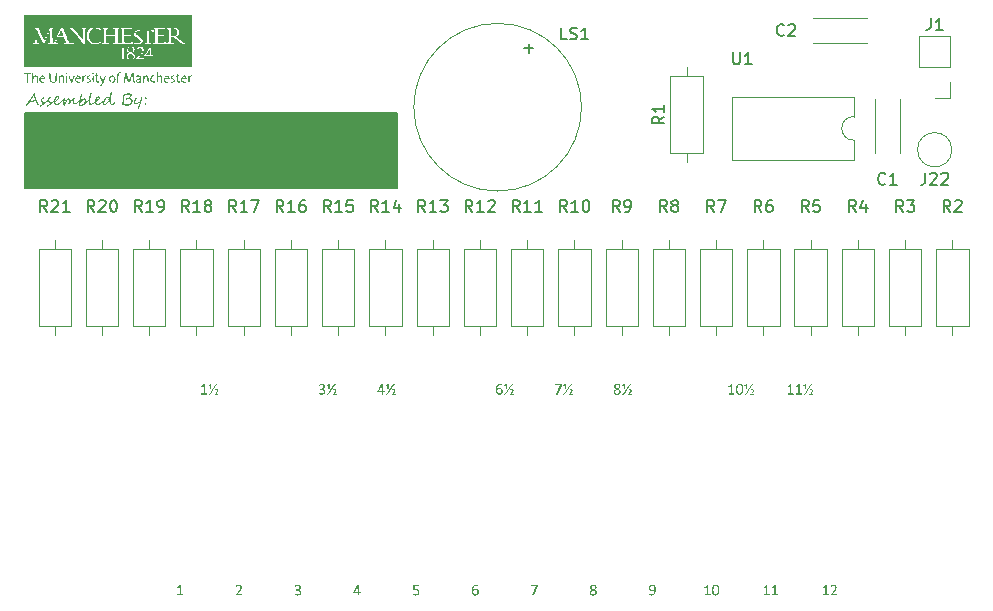
<source format=gbr>
%TF.GenerationSoftware,KiCad,Pcbnew,7.0.2*%
%TF.CreationDate,2023-07-28T17:59:40+01:00*%
%TF.ProjectId,pcb-stylophone_v2_to_make,7063622d-7374-4796-9c6f-70686f6e655f,rev?*%
%TF.SameCoordinates,Original*%
%TF.FileFunction,Legend,Top*%
%TF.FilePolarity,Positive*%
%FSLAX46Y46*%
G04 Gerber Fmt 4.6, Leading zero omitted, Abs format (unit mm)*
G04 Created by KiCad (PCBNEW 7.0.2) date 2023-07-28 17:59:40*
%MOMM*%
%LPD*%
G01*
G04 APERTURE LIST*
%ADD10C,0.150000*%
%ADD11C,0.120000*%
G04 APERTURE END LIST*
D10*
X87000000Y-107000000D02*
X118500000Y-107000000D01*
X118500000Y-113300000D01*
X87000000Y-113300000D01*
X87000000Y-107000000D01*
G36*
X87000000Y-107000000D02*
G01*
X118500000Y-107000000D01*
X118500000Y-113300000D01*
X87000000Y-113300000D01*
X87000000Y-107000000D01*
G37*
G36*
X127229641Y-129923522D02*
G01*
X127240859Y-129923978D01*
X127252148Y-129924737D01*
X127261879Y-129925630D01*
X127270028Y-129926545D01*
X127281263Y-129927933D01*
X127292101Y-129929531D01*
X127302541Y-129931339D01*
X127312584Y-129933357D01*
X127318144Y-129934605D01*
X127328708Y-129937246D01*
X127338416Y-129940040D01*
X127348317Y-129943365D01*
X127355269Y-129946085D01*
X127364439Y-129950023D01*
X127373346Y-129954824D01*
X127375053Y-129956099D01*
X127381901Y-129963341D01*
X127382380Y-129964159D01*
X127385966Y-129973364D01*
X127386044Y-129973684D01*
X127387995Y-129983383D01*
X127388242Y-129985408D01*
X127388888Y-129995215D01*
X127388975Y-130001528D01*
X127388881Y-130011606D01*
X127388545Y-130021635D01*
X127388486Y-130022777D01*
X127387322Y-130032528D01*
X127385799Y-130037187D01*
X127379932Y-130045116D01*
X127379449Y-130045491D01*
X127369679Y-130048178D01*
X127359384Y-130046633D01*
X127349738Y-130043594D01*
X127348919Y-130043293D01*
X127339355Y-130039848D01*
X127329509Y-130036566D01*
X127319710Y-130033490D01*
X127317411Y-130032791D01*
X127307642Y-130029921D01*
X127296895Y-130027173D01*
X127286690Y-130024869D01*
X127275737Y-130022659D01*
X127272471Y-130022044D01*
X127262270Y-130020384D01*
X127251451Y-130019067D01*
X127240013Y-130018094D01*
X127230010Y-130017546D01*
X127219577Y-130017236D01*
X127210921Y-130017159D01*
X127199123Y-130017393D01*
X127187634Y-130018095D01*
X127176455Y-130019265D01*
X127165584Y-130020903D01*
X127155022Y-130023009D01*
X127144770Y-130025583D01*
X127134826Y-130028625D01*
X127125192Y-130032134D01*
X127115867Y-130036112D01*
X127106851Y-130040558D01*
X127101012Y-130043782D01*
X127092549Y-130048889D01*
X127084377Y-130054318D01*
X127073936Y-130062057D01*
X127064013Y-130070369D01*
X127054610Y-130079253D01*
X127045726Y-130088710D01*
X127039403Y-130096178D01*
X127033372Y-130103969D01*
X127027633Y-130112081D01*
X127025785Y-130114856D01*
X127020467Y-130123362D01*
X127015410Y-130132116D01*
X127010615Y-130141119D01*
X127006082Y-130150371D01*
X127001811Y-130159872D01*
X126997801Y-130169622D01*
X126994054Y-130179621D01*
X126990569Y-130189870D01*
X126987345Y-130200367D01*
X126984383Y-130211113D01*
X126982554Y-130218415D01*
X126980006Y-130229491D01*
X126977671Y-130240643D01*
X126975552Y-130251873D01*
X126973647Y-130263181D01*
X126971957Y-130274565D01*
X126970482Y-130286027D01*
X126969221Y-130297566D01*
X126968175Y-130309182D01*
X126967343Y-130320876D01*
X126966726Y-130332647D01*
X126966434Y-130340537D01*
X126975624Y-130335408D01*
X126985363Y-130330279D01*
X126994336Y-130325791D01*
X127003729Y-130321303D01*
X127006490Y-130320020D01*
X127016508Y-130315626D01*
X127026900Y-130311419D01*
X127036105Y-130307961D01*
X127045584Y-130304641D01*
X127055339Y-130301458D01*
X127065342Y-130298456D01*
X127075569Y-130295676D01*
X127086019Y-130293120D01*
X127096692Y-130290788D01*
X127107589Y-130288678D01*
X127111270Y-130288025D01*
X127122499Y-130286282D01*
X127134019Y-130284899D01*
X127143843Y-130284023D01*
X127153869Y-130283396D01*
X127164098Y-130283021D01*
X127174529Y-130282896D01*
X127187839Y-130283069D01*
X127200750Y-130283591D01*
X127213262Y-130284460D01*
X127225374Y-130285678D01*
X127237087Y-130287243D01*
X127248400Y-130289155D01*
X127259315Y-130291416D01*
X127269830Y-130294024D01*
X127279946Y-130296980D01*
X127289662Y-130300284D01*
X127295918Y-130302679D01*
X127305047Y-130306522D01*
X127316698Y-130312059D01*
X127327754Y-130318070D01*
X127338214Y-130324554D01*
X127348080Y-130331511D01*
X127357349Y-130338941D01*
X127366024Y-130346845D01*
X127374103Y-130355221D01*
X127376030Y-130357390D01*
X127383445Y-130366316D01*
X127390303Y-130375631D01*
X127396603Y-130385336D01*
X127402347Y-130395430D01*
X127407533Y-130405914D01*
X127412162Y-130416786D01*
X127416234Y-130428048D01*
X127419749Y-130439699D01*
X127422840Y-130451671D01*
X127425519Y-130463895D01*
X127427786Y-130476370D01*
X127429641Y-130489098D01*
X127430762Y-130498808D01*
X127431650Y-130508661D01*
X127432307Y-130518655D01*
X127432732Y-130528791D01*
X127432925Y-130539068D01*
X127432938Y-130542526D01*
X127432779Y-130553528D01*
X127432303Y-130564462D01*
X127431509Y-130575327D01*
X127430397Y-130586123D01*
X127428967Y-130596851D01*
X127427220Y-130607510D01*
X127425154Y-130618100D01*
X127422772Y-130628621D01*
X127420071Y-130639074D01*
X127417053Y-130649458D01*
X127414864Y-130656343D01*
X127411352Y-130666533D01*
X127407500Y-130676496D01*
X127403309Y-130686231D01*
X127398779Y-130695738D01*
X127393909Y-130705018D01*
X127388701Y-130714071D01*
X127383153Y-130722896D01*
X127377266Y-130731493D01*
X127371040Y-130739863D01*
X127364475Y-130748005D01*
X127359910Y-130753307D01*
X127352816Y-130760994D01*
X127345367Y-130768394D01*
X127337561Y-130775506D01*
X127329398Y-130782330D01*
X127320880Y-130788867D01*
X127312005Y-130795116D01*
X127302773Y-130801077D01*
X127293186Y-130806751D01*
X127283241Y-130812137D01*
X127272941Y-130817235D01*
X127265876Y-130820474D01*
X127255023Y-130824970D01*
X127243806Y-130829023D01*
X127232223Y-130832635D01*
X127220275Y-130835804D01*
X127207963Y-130838531D01*
X127195285Y-130840816D01*
X127182243Y-130842658D01*
X127168835Y-130844059D01*
X127155063Y-130845017D01*
X127140926Y-130845533D01*
X127131298Y-130845631D01*
X127120971Y-130845509D01*
X127110871Y-130845142D01*
X127100998Y-130844530D01*
X127088189Y-130843333D01*
X127075784Y-130841702D01*
X127063784Y-130839635D01*
X127052188Y-130837134D01*
X127040996Y-130834197D01*
X127032868Y-130831709D01*
X127022416Y-130828103D01*
X127012306Y-130824122D01*
X127002540Y-130819768D01*
X126993118Y-130815040D01*
X126984039Y-130809937D01*
X126975303Y-130804461D01*
X126966911Y-130798610D01*
X126958863Y-130792386D01*
X126951150Y-130785792D01*
X126943766Y-130778831D01*
X126936709Y-130771503D01*
X126929981Y-130763810D01*
X126923581Y-130755750D01*
X126917510Y-130747323D01*
X126911766Y-130738531D01*
X126906351Y-130729371D01*
X126901229Y-130719812D01*
X126896367Y-130709939D01*
X126891765Y-130699753D01*
X126887422Y-130689255D01*
X126883338Y-130678443D01*
X126879514Y-130667318D01*
X126875950Y-130655881D01*
X126872645Y-130644131D01*
X126869581Y-130632022D01*
X126866738Y-130619630D01*
X126864116Y-130606956D01*
X126862295Y-130597265D01*
X126860598Y-130587416D01*
X126859026Y-130577407D01*
X126857578Y-130567240D01*
X126856255Y-130556914D01*
X126855057Y-130546429D01*
X126854327Y-130539351D01*
X126853367Y-130528609D01*
X126852501Y-130517726D01*
X126851729Y-130506702D01*
X126851053Y-130495536D01*
X126850470Y-130484228D01*
X126849982Y-130472778D01*
X126849589Y-130461187D01*
X126849289Y-130449454D01*
X126849085Y-130437579D01*
X126849064Y-130435303D01*
X126968388Y-130435303D01*
X126968432Y-130446333D01*
X126968564Y-130457136D01*
X126968783Y-130467712D01*
X126969091Y-130478061D01*
X126969486Y-130488183D01*
X126969968Y-130498077D01*
X126970857Y-130512494D01*
X126971943Y-130526399D01*
X126973227Y-130539793D01*
X126974708Y-130552677D01*
X126976387Y-130565050D01*
X126978263Y-130576911D01*
X126979624Y-130584535D01*
X126981864Y-130595549D01*
X126984280Y-130606151D01*
X126986873Y-130616340D01*
X126989641Y-130626118D01*
X126992586Y-130635483D01*
X126996786Y-130647329D01*
X127001298Y-130658442D01*
X127006124Y-130668822D01*
X127011263Y-130678470D01*
X127012596Y-130680767D01*
X127018195Y-130689484D01*
X127024122Y-130697559D01*
X127031991Y-130706751D01*
X127040374Y-130714942D01*
X127049270Y-130722131D01*
X127058678Y-130728318D01*
X127066574Y-130732547D01*
X127076988Y-130736979D01*
X127087926Y-130740661D01*
X127099389Y-130743591D01*
X127111377Y-130745770D01*
X127121345Y-130746972D01*
X127131649Y-130747693D01*
X127142289Y-130747934D01*
X127153097Y-130747674D01*
X127163538Y-130746896D01*
X127173613Y-130745598D01*
X127183322Y-130743782D01*
X127194943Y-130740781D01*
X127205991Y-130736970D01*
X127216467Y-130732347D01*
X127218493Y-130731325D01*
X127228300Y-130725861D01*
X127237570Y-130719848D01*
X127246303Y-130713286D01*
X127254500Y-130706176D01*
X127262160Y-130698517D01*
X127269283Y-130690310D01*
X127271982Y-130686873D01*
X127278413Y-130677999D01*
X127284271Y-130668779D01*
X127289556Y-130659213D01*
X127294269Y-130649302D01*
X127298410Y-130639044D01*
X127301978Y-130628441D01*
X127303245Y-130624103D01*
X127306130Y-130613146D01*
X127308526Y-130602107D01*
X127310433Y-130590983D01*
X127311851Y-130579777D01*
X127312780Y-130568486D01*
X127313220Y-130557113D01*
X127313259Y-130552540D01*
X127313137Y-130542697D01*
X127312641Y-130530706D01*
X127311763Y-130519060D01*
X127310504Y-130507760D01*
X127308863Y-130496806D01*
X127306840Y-130486198D01*
X127305443Y-130480000D01*
X127302739Y-130469946D01*
X127299509Y-130460393D01*
X127295755Y-130451342D01*
X127290557Y-130441141D01*
X127284604Y-130431661D01*
X127279065Y-130424312D01*
X127271666Y-130416155D01*
X127263392Y-130408719D01*
X127254241Y-130402004D01*
X127244215Y-130396010D01*
X127235191Y-130391567D01*
X127229484Y-130389141D01*
X127219509Y-130385553D01*
X127208819Y-130382572D01*
X127197413Y-130380200D01*
X127185291Y-130378436D01*
X127175079Y-130377463D01*
X127164408Y-130376879D01*
X127153280Y-130376685D01*
X127142167Y-130376907D01*
X127131054Y-130377573D01*
X127119941Y-130378683D01*
X127108828Y-130380238D01*
X127102478Y-130381325D01*
X127091446Y-130383424D01*
X127080579Y-130385873D01*
X127069875Y-130388673D01*
X127059334Y-130391824D01*
X127053385Y-130393782D01*
X127043113Y-130397341D01*
X127033029Y-130401182D01*
X127023131Y-130405302D01*
X127013421Y-130409703D01*
X127007956Y-130412344D01*
X126998632Y-130417033D01*
X126989683Y-130421908D01*
X126981108Y-130426970D01*
X126971766Y-130432985D01*
X126968388Y-130435303D01*
X126849064Y-130435303D01*
X126848975Y-130425563D01*
X126848954Y-130417473D01*
X126849007Y-130406655D01*
X126849168Y-130395815D01*
X126849437Y-130384953D01*
X126849812Y-130374071D01*
X126850295Y-130363166D01*
X126850886Y-130352240D01*
X126851583Y-130341293D01*
X126852388Y-130330324D01*
X126853301Y-130319334D01*
X126854320Y-130308323D01*
X126855060Y-130300969D01*
X126856332Y-130289969D01*
X126857767Y-130279042D01*
X126859366Y-130268188D01*
X126861128Y-130257406D01*
X126863052Y-130246698D01*
X126865140Y-130236063D01*
X126867392Y-130225501D01*
X126869806Y-130215011D01*
X126872383Y-130204595D01*
X126875124Y-130194252D01*
X126877042Y-130187397D01*
X126880117Y-130177196D01*
X126883390Y-130167112D01*
X126886860Y-130157144D01*
X126890528Y-130147291D01*
X126894394Y-130137555D01*
X126898457Y-130127934D01*
X126902717Y-130118429D01*
X126907175Y-130109040D01*
X126911830Y-130099768D01*
X126916683Y-130090611D01*
X126920028Y-130084570D01*
X126925232Y-130075614D01*
X126930676Y-130066882D01*
X126936360Y-130058372D01*
X126942285Y-130050086D01*
X126948450Y-130042023D01*
X126954856Y-130034184D01*
X126961502Y-130026567D01*
X126968388Y-130019174D01*
X126975515Y-130012004D01*
X126982883Y-130005058D01*
X126987928Y-130000551D01*
X126995761Y-129993996D01*
X127003873Y-129987702D01*
X127012265Y-129981671D01*
X127020935Y-129975901D01*
X127029884Y-129970394D01*
X127039113Y-129965148D01*
X127048620Y-129960164D01*
X127058407Y-129955442D01*
X127068473Y-129950982D01*
X127078818Y-129946784D01*
X127085869Y-129944131D01*
X127096746Y-129940421D01*
X127107945Y-129937075D01*
X127119467Y-129934095D01*
X127131310Y-129931480D01*
X127143475Y-129929229D01*
X127155962Y-129927344D01*
X127168771Y-129925823D01*
X127181902Y-129924668D01*
X127195356Y-129923877D01*
X127209131Y-129923451D01*
X127218493Y-129923370D01*
X127229641Y-129923522D01*
G37*
G36*
X127763399Y-130376685D02*
G01*
X127760712Y-130383768D01*
X127752164Y-130388897D01*
X127742487Y-130391006D01*
X127737021Y-130391584D01*
X127727192Y-130392110D01*
X127716851Y-130392305D01*
X127713329Y-130392316D01*
X127703416Y-130392195D01*
X127693480Y-130391755D01*
X127691103Y-130391584D01*
X127681287Y-130390283D01*
X127675960Y-130388897D01*
X127667656Y-130384012D01*
X127665213Y-130376685D01*
X127665213Y-130032791D01*
X127562875Y-130079685D01*
X127553651Y-130083773D01*
X127547000Y-130085547D01*
X127537474Y-130083593D01*
X127532780Y-130074635D01*
X127532589Y-130073824D01*
X127531540Y-130063863D01*
X127531368Y-130056238D01*
X127531464Y-130046220D01*
X127531612Y-130040851D01*
X127533270Y-130030976D01*
X127534055Y-130028639D01*
X127539184Y-130020334D01*
X127546511Y-130014228D01*
X127674983Y-129942177D01*
X127680600Y-129940956D01*
X127688172Y-129939979D01*
X127698163Y-129939551D01*
X127699896Y-129939490D01*
X127709888Y-129939082D01*
X127718214Y-129939002D01*
X127728197Y-129939105D01*
X127738358Y-129939523D01*
X127741173Y-129939734D01*
X127750920Y-129941012D01*
X127754850Y-129941933D01*
X127761689Y-129944863D01*
X127763399Y-129949993D01*
X127763399Y-130376685D01*
G37*
G36*
X128366679Y-130794584D02*
G01*
X128366249Y-130805313D01*
X128364601Y-130815479D01*
X128362282Y-130821695D01*
X128355355Y-130829018D01*
X128350803Y-130830000D01*
X128067237Y-130830000D01*
X128057319Y-130829422D01*
X128053804Y-130828778D01*
X128045470Y-130823647D01*
X128045255Y-130823405D01*
X128040827Y-130814562D01*
X128040126Y-130811926D01*
X128038744Y-130801905D01*
X128038416Y-130791653D01*
X128038571Y-130781392D01*
X128038905Y-130774801D01*
X128040589Y-130765123D01*
X128041591Y-130761612D01*
X128045921Y-130752816D01*
X128047453Y-130750621D01*
X128054160Y-130743363D01*
X128058933Y-130739141D01*
X128150279Y-130654145D01*
X128158015Y-130646667D01*
X128165344Y-130639500D01*
X128173605Y-130631308D01*
X128181281Y-130623563D01*
X128188374Y-130616264D01*
X128192778Y-130611646D01*
X128200026Y-130603749D01*
X128206596Y-130596085D01*
X128213274Y-130587613D01*
X128219067Y-130579446D01*
X128220377Y-130577452D01*
X128225684Y-130568443D01*
X128230063Y-130559549D01*
X128233841Y-130549803D01*
X128235032Y-130545945D01*
X128237479Y-130536113D01*
X128239020Y-130525852D01*
X128239654Y-130515162D01*
X128239672Y-130512972D01*
X128239020Y-130503149D01*
X128236609Y-130492557D01*
X128232421Y-130482900D01*
X128226457Y-130474178D01*
X128221110Y-130468520D01*
X128212369Y-130461668D01*
X128202390Y-130456499D01*
X128192850Y-130453408D01*
X128182400Y-130451553D01*
X128171040Y-130450935D01*
X128161027Y-130451203D01*
X128150185Y-130452169D01*
X128139984Y-130453837D01*
X128130424Y-130456207D01*
X128129275Y-130456552D01*
X128119475Y-130459671D01*
X128109448Y-130463364D01*
X128100327Y-130467294D01*
X128097767Y-130468520D01*
X128088310Y-130473180D01*
X128079461Y-130477995D01*
X128075297Y-130480488D01*
X128066233Y-130484975D01*
X128061619Y-130485861D01*
X128056246Y-130483907D01*
X128051850Y-130477069D01*
X128049394Y-130467357D01*
X128048919Y-130464612D01*
X128048103Y-130454329D01*
X128047942Y-130445806D01*
X128048269Y-130435574D01*
X128049651Y-130426266D01*
X128054002Y-130417199D01*
X128056246Y-130414542D01*
X128064369Y-130408188D01*
X128073504Y-130403215D01*
X128074320Y-130402819D01*
X128084104Y-130398372D01*
X128093950Y-130394479D01*
X128103586Y-130391098D01*
X128105827Y-130390362D01*
X128115231Y-130387554D01*
X128125122Y-130384989D01*
X128135503Y-130382669D01*
X128146372Y-130380593D01*
X128156284Y-130379070D01*
X128166360Y-130377921D01*
X128176600Y-130377147D01*
X128187004Y-130376746D01*
X128193022Y-130376685D01*
X128204767Y-130376911D01*
X128216034Y-130377591D01*
X128226825Y-130378724D01*
X128237138Y-130380310D01*
X128246975Y-130382350D01*
X128258149Y-130385395D01*
X128259945Y-130385966D01*
X128270326Y-130389730D01*
X128280037Y-130394060D01*
X128289079Y-130398958D01*
X128297451Y-130404422D01*
X128305153Y-130410452D01*
X128307572Y-130412588D01*
X128315534Y-130420372D01*
X128322538Y-130428764D01*
X128328584Y-130437763D01*
X128333672Y-130447370D01*
X128336148Y-130453133D01*
X128339765Y-130463530D01*
X128342493Y-130474417D01*
X128344124Y-130484140D01*
X128345103Y-130494224D01*
X128345430Y-130504668D01*
X128345149Y-130514559D01*
X128344308Y-130524356D01*
X128342905Y-130534060D01*
X128340942Y-130543671D01*
X128339568Y-130549120D01*
X128336606Y-130558605D01*
X128332849Y-130568254D01*
X128328298Y-130578067D01*
X128322952Y-130588043D01*
X128319540Y-130593817D01*
X128313924Y-130602555D01*
X128307518Y-130611551D01*
X128300323Y-130620805D01*
X128293723Y-130628713D01*
X128286575Y-130636800D01*
X128280461Y-130643398D01*
X128272360Y-130651754D01*
X128263626Y-130660338D01*
X128256185Y-130667367D01*
X128248338Y-130674542D01*
X128240087Y-130681861D01*
X128231432Y-130689326D01*
X128222372Y-130696936D01*
X128217691Y-130700795D01*
X128152478Y-130755750D01*
X128348116Y-130755750D01*
X128357407Y-130758918D01*
X128362282Y-130765764D01*
X128365129Y-130775351D01*
X128366404Y-130785730D01*
X128366679Y-130794584D01*
G37*
G36*
X127654222Y-130841723D02*
G01*
X127647985Y-130849558D01*
X127645918Y-130851004D01*
X127636926Y-130855680D01*
X127634439Y-130856622D01*
X127624745Y-130859103D01*
X127617830Y-130860041D01*
X127607988Y-130860918D01*
X127597982Y-130861244D01*
X127594627Y-130861263D01*
X127584094Y-130860850D01*
X127573889Y-130859328D01*
X127570203Y-130858332D01*
X127561076Y-130854452D01*
X127557014Y-130851004D01*
X127554155Y-130841628D01*
X127554327Y-130840013D01*
X127557608Y-130830622D01*
X127560921Y-130825115D01*
X128179100Y-129927278D01*
X128185337Y-129919693D01*
X128187404Y-129917997D01*
X128195968Y-129913234D01*
X128199372Y-129912135D01*
X128209295Y-129909864D01*
X128215981Y-129908960D01*
X128225809Y-129908083D01*
X128236150Y-129907758D01*
X128239672Y-129907739D01*
X128249759Y-129908082D01*
X128259703Y-129909351D01*
X128263364Y-129910181D01*
X128272491Y-129913942D01*
X128276553Y-129917508D01*
X128279914Y-129926897D01*
X128279728Y-129929476D01*
X128276447Y-129938768D01*
X128273134Y-129943886D01*
X127654222Y-130841723D01*
G37*
G36*
X150027460Y-147781884D02*
G01*
X150027097Y-147792113D01*
X150025777Y-147802213D01*
X150025261Y-147804598D01*
X150022424Y-147814210D01*
X150019888Y-147819497D01*
X150013156Y-147826897D01*
X150012072Y-147827557D01*
X150002791Y-147830000D01*
X149538485Y-147830000D01*
X149529448Y-147827557D01*
X149522123Y-147820522D01*
X149521388Y-147819497D01*
X149517211Y-147810436D01*
X149515527Y-147804598D01*
X149514061Y-147794279D01*
X149513590Y-147784366D01*
X149513573Y-147781884D01*
X149513947Y-147771425D01*
X149515177Y-147761672D01*
X149515527Y-147759902D01*
X149518481Y-147750086D01*
X149520900Y-147744759D01*
X149526866Y-147736771D01*
X149528471Y-147735478D01*
X149537788Y-147732315D01*
X149538485Y-147732302D01*
X149723866Y-147732302D01*
X149723866Y-147064054D01*
X149552163Y-147173475D01*
X149543141Y-147177997D01*
X149533796Y-147181428D01*
X149531158Y-147182023D01*
X149521437Y-147180877D01*
X149518458Y-147178848D01*
X149513414Y-147170233D01*
X149511863Y-147163705D01*
X149510694Y-147153226D01*
X149510213Y-147142533D01*
X149510153Y-147136594D01*
X149510340Y-147126610D01*
X149511070Y-147116371D01*
X149511130Y-147115833D01*
X149513049Y-147105876D01*
X149514305Y-147101667D01*
X149519274Y-147092959D01*
X149520167Y-147091898D01*
X149527615Y-147085177D01*
X149530181Y-147083349D01*
X149734857Y-146947550D01*
X149741695Y-146944131D01*
X149751198Y-146941383D01*
X149751954Y-146941200D01*
X149761965Y-146939724D01*
X149766364Y-146939490D01*
X149776359Y-146939109D01*
X149786350Y-146939002D01*
X149787125Y-146939002D01*
X149797740Y-146939175D01*
X149807872Y-146939759D01*
X149814480Y-146940467D01*
X149824250Y-146941994D01*
X149831577Y-146944131D01*
X149839620Y-146949784D01*
X149839881Y-146950237D01*
X149842079Y-146958053D01*
X149842079Y-147732302D01*
X150002791Y-147732302D01*
X150012437Y-147735093D01*
X150013049Y-147735478D01*
X150019901Y-147742922D01*
X150020865Y-147744759D01*
X150024401Y-147753925D01*
X150025750Y-147759902D01*
X150027032Y-147770038D01*
X150027453Y-147780309D01*
X150027460Y-147781884D01*
G37*
G36*
X150736741Y-147781884D02*
G01*
X150736378Y-147792113D01*
X150735058Y-147802213D01*
X150734543Y-147804598D01*
X150731706Y-147814210D01*
X150729169Y-147819497D01*
X150722437Y-147826897D01*
X150721354Y-147827557D01*
X150712072Y-147830000D01*
X150247767Y-147830000D01*
X150238730Y-147827557D01*
X150231405Y-147820522D01*
X150230670Y-147819497D01*
X150226492Y-147810436D01*
X150224808Y-147804598D01*
X150223342Y-147794279D01*
X150222871Y-147784366D01*
X150222854Y-147781884D01*
X150223228Y-147771425D01*
X150224459Y-147761672D01*
X150224808Y-147759902D01*
X150227763Y-147750086D01*
X150230181Y-147744759D01*
X150236147Y-147736771D01*
X150237753Y-147735478D01*
X150247069Y-147732315D01*
X150247767Y-147732302D01*
X150433147Y-147732302D01*
X150433147Y-147064054D01*
X150261444Y-147173475D01*
X150252423Y-147177997D01*
X150243077Y-147181428D01*
X150240439Y-147182023D01*
X150230718Y-147180877D01*
X150227739Y-147178848D01*
X150222695Y-147170233D01*
X150221144Y-147163705D01*
X150219975Y-147153226D01*
X150219495Y-147142533D01*
X150219434Y-147136594D01*
X150219621Y-147126610D01*
X150220351Y-147116371D01*
X150220411Y-147115833D01*
X150222330Y-147105876D01*
X150223587Y-147101667D01*
X150228555Y-147092959D01*
X150229448Y-147091898D01*
X150236896Y-147085177D01*
X150239462Y-147083349D01*
X150444138Y-146947550D01*
X150450977Y-146944131D01*
X150460479Y-146941383D01*
X150461235Y-146941200D01*
X150471247Y-146939724D01*
X150475645Y-146939490D01*
X150485640Y-146939109D01*
X150495631Y-146939002D01*
X150496406Y-146939002D01*
X150507021Y-146939175D01*
X150517154Y-146939759D01*
X150523761Y-146940467D01*
X150533531Y-146941994D01*
X150540858Y-146944131D01*
X150548901Y-146949784D01*
X150549162Y-146950237D01*
X150551361Y-146958053D01*
X150551361Y-147732302D01*
X150712072Y-147732302D01*
X150721718Y-147735093D01*
X150722331Y-147735478D01*
X150729183Y-147742922D01*
X150730146Y-147744759D01*
X150733683Y-147753925D01*
X150735031Y-147759902D01*
X150736313Y-147770038D01*
X150736734Y-147780309D01*
X150736741Y-147781884D01*
G37*
G36*
X135121961Y-146923514D02*
G01*
X135134078Y-146923945D01*
X135145877Y-146924664D01*
X135157359Y-146925671D01*
X135168523Y-146926966D01*
X135179369Y-146928548D01*
X135189898Y-146930418D01*
X135200109Y-146932575D01*
X135210002Y-146935020D01*
X135219578Y-146937753D01*
X135225785Y-146939734D01*
X135237791Y-146943951D01*
X135249263Y-146948542D01*
X135260201Y-146953507D01*
X135270604Y-146958846D01*
X135280473Y-146964559D01*
X135289807Y-146970646D01*
X135298608Y-146977107D01*
X135306874Y-146983942D01*
X135314609Y-146991121D01*
X135321818Y-146998612D01*
X135328501Y-147006416D01*
X135334656Y-147014534D01*
X135340285Y-147022964D01*
X135345388Y-147031707D01*
X135349964Y-147040763D01*
X135354013Y-147050132D01*
X135357562Y-147059742D01*
X135360638Y-147069519D01*
X135363240Y-147079464D01*
X135365370Y-147089577D01*
X135367026Y-147099858D01*
X135368209Y-147110307D01*
X135368919Y-147120924D01*
X135369156Y-147131709D01*
X135368875Y-147142705D01*
X135368035Y-147153557D01*
X135366633Y-147164267D01*
X135364672Y-147174833D01*
X135362149Y-147185257D01*
X135359066Y-147195537D01*
X135357676Y-147199609D01*
X135353903Y-147209677D01*
X135349605Y-147219577D01*
X135344782Y-147229311D01*
X135339434Y-147238878D01*
X135333562Y-147248278D01*
X135327165Y-147257511D01*
X135324459Y-147261158D01*
X135317345Y-147270151D01*
X135309743Y-147278966D01*
X135301651Y-147287601D01*
X135293070Y-147296058D01*
X135285854Y-147302694D01*
X135278324Y-147309217D01*
X135270482Y-147315624D01*
X135262341Y-147321868D01*
X135253919Y-147328019D01*
X135245214Y-147334080D01*
X135236227Y-147340048D01*
X135226957Y-147345925D01*
X135217405Y-147351711D01*
X135207570Y-147357405D01*
X135197453Y-147363007D01*
X135206474Y-147367554D01*
X135215310Y-147372126D01*
X135223962Y-147376724D01*
X135235211Y-147382895D01*
X135246131Y-147389112D01*
X135256723Y-147395375D01*
X135266987Y-147401683D01*
X135276923Y-147408037D01*
X135284159Y-147412833D01*
X135293547Y-147419305D01*
X135302538Y-147425900D01*
X135311133Y-147432616D01*
X135319330Y-147439455D01*
X135327131Y-147446416D01*
X135334534Y-147453499D01*
X135341541Y-147460704D01*
X135348151Y-147468032D01*
X135355867Y-147477280D01*
X135362987Y-147486708D01*
X135369510Y-147496314D01*
X135375437Y-147506099D01*
X135380768Y-147516063D01*
X135385503Y-147526206D01*
X135387230Y-147530314D01*
X135391100Y-147540708D01*
X135394314Y-147551437D01*
X135396872Y-147562499D01*
X135398774Y-147573896D01*
X135400020Y-147585626D01*
X135400611Y-147597690D01*
X135400663Y-147602609D01*
X135400481Y-147613397D01*
X135399933Y-147623962D01*
X135399021Y-147634303D01*
X135397744Y-147644421D01*
X135396101Y-147654315D01*
X135394094Y-147663987D01*
X135390850Y-147676535D01*
X135386958Y-147688686D01*
X135382416Y-147700440D01*
X135379902Y-147706168D01*
X135374487Y-147717247D01*
X135368499Y-147727891D01*
X135361939Y-147738099D01*
X135354806Y-147747873D01*
X135347101Y-147757211D01*
X135338824Y-147766115D01*
X135329974Y-147774583D01*
X135320551Y-147782616D01*
X135310614Y-147790192D01*
X135300096Y-147797286D01*
X135288998Y-147803900D01*
X135280294Y-147808545D01*
X135271264Y-147812919D01*
X135261907Y-147817022D01*
X135252224Y-147820856D01*
X135242215Y-147824418D01*
X135231880Y-147827711D01*
X135224808Y-147829755D01*
X135213992Y-147832592D01*
X135202884Y-147835151D01*
X135191483Y-147837430D01*
X135179791Y-147839430D01*
X135167807Y-147841150D01*
X135155531Y-147842592D01*
X135142963Y-147843755D01*
X135130103Y-147844639D01*
X135116951Y-147845243D01*
X135103507Y-147845569D01*
X135094383Y-147845631D01*
X135081638Y-147845502D01*
X135069143Y-147845116D01*
X135056897Y-147844472D01*
X135044900Y-147843570D01*
X135033152Y-147842411D01*
X135021653Y-147840994D01*
X135010404Y-147839320D01*
X134999403Y-147837388D01*
X134988651Y-147835198D01*
X134978148Y-147832751D01*
X134971284Y-147830976D01*
X134961261Y-147828152D01*
X134951526Y-147825083D01*
X134942079Y-147821769D01*
X134932919Y-147818211D01*
X134921153Y-147813086D01*
X134909899Y-147807525D01*
X134899156Y-147801530D01*
X134888925Y-147795099D01*
X134879205Y-147788234D01*
X134870076Y-147780888D01*
X134861497Y-147773137D01*
X134853467Y-147764981D01*
X134845988Y-147756421D01*
X134839057Y-147747457D01*
X134832676Y-147738088D01*
X134826845Y-147728314D01*
X134821563Y-147718136D01*
X134816926Y-147707573D01*
X134812908Y-147696643D01*
X134809508Y-147685347D01*
X134806726Y-147673684D01*
X134804562Y-147661655D01*
X134803016Y-147649260D01*
X134802089Y-147636498D01*
X134801799Y-147626686D01*
X134801780Y-147623370D01*
X134801993Y-147612917D01*
X134802073Y-147611646D01*
X134921214Y-147611646D01*
X134921616Y-147623928D01*
X134922820Y-147635678D01*
X134924827Y-147646895D01*
X134927637Y-147657579D01*
X134931250Y-147667732D01*
X134935666Y-147677352D01*
X134940884Y-147686439D01*
X134946906Y-147694994D01*
X134953730Y-147703017D01*
X134961357Y-147710508D01*
X134966888Y-147715205D01*
X134975847Y-147721753D01*
X134985595Y-147727656D01*
X134996134Y-147732915D01*
X135007463Y-147737531D01*
X135019581Y-147741502D01*
X135032490Y-147744829D01*
X135046188Y-147747513D01*
X135060677Y-147749552D01*
X135070775Y-147750554D01*
X135081224Y-147751269D01*
X135092024Y-147751699D01*
X135103175Y-147751842D01*
X135113998Y-147751698D01*
X135124485Y-147751266D01*
X135134637Y-147750545D01*
X135144452Y-147749537D01*
X135158546Y-147747484D01*
X135171884Y-147744783D01*
X135184466Y-147741433D01*
X135196293Y-147737435D01*
X135207364Y-147732789D01*
X135217679Y-147727495D01*
X135227239Y-147721552D01*
X135236043Y-147714961D01*
X135244118Y-147707810D01*
X135251399Y-147700186D01*
X135257886Y-147692091D01*
X135263578Y-147683522D01*
X135268476Y-147674482D01*
X135272580Y-147664970D01*
X135275889Y-147654985D01*
X135278404Y-147644528D01*
X135280125Y-147633598D01*
X135281052Y-147622197D01*
X135281228Y-147614333D01*
X135280942Y-147604554D01*
X135279843Y-147593197D01*
X135277920Y-147582251D01*
X135275172Y-147571718D01*
X135271600Y-147561598D01*
X135269505Y-147556692D01*
X135264688Y-147547112D01*
X135259029Y-147537790D01*
X135252529Y-147528725D01*
X135245187Y-147519918D01*
X135238426Y-147512776D01*
X135234089Y-147508576D01*
X135226400Y-147501590D01*
X135218137Y-147494675D01*
X135209303Y-147487832D01*
X135199895Y-147481060D01*
X135189916Y-147474360D01*
X135181520Y-147469052D01*
X135174983Y-147465101D01*
X135165953Y-147459766D01*
X135156573Y-147454385D01*
X135146841Y-147448958D01*
X135136759Y-147443485D01*
X135126325Y-147437967D01*
X135115540Y-147432403D01*
X135104404Y-147426793D01*
X135092917Y-147421137D01*
X135082273Y-147426510D01*
X135071958Y-147431884D01*
X135061971Y-147437257D01*
X135052312Y-147442630D01*
X135042981Y-147448004D01*
X135033978Y-147453377D01*
X135025304Y-147458750D01*
X135016958Y-147464124D01*
X135007086Y-147470800D01*
X134997776Y-147477548D01*
X134989026Y-147484367D01*
X134980836Y-147491258D01*
X134973207Y-147498220D01*
X134966139Y-147505254D01*
X134963468Y-147508087D01*
X134955952Y-147516700D01*
X134949157Y-147525501D01*
X134943084Y-147534491D01*
X134937731Y-147543671D01*
X134933100Y-147553039D01*
X134931717Y-147556203D01*
X134928148Y-147565817D01*
X134925317Y-147575792D01*
X134923225Y-147586128D01*
X134921871Y-147596824D01*
X134921255Y-147607881D01*
X134921214Y-147611646D01*
X134802073Y-147611646D01*
X134802634Y-147602686D01*
X134803703Y-147592676D01*
X134805199Y-147582887D01*
X134807670Y-147570962D01*
X134810809Y-147559383D01*
X134814616Y-147548150D01*
X134815457Y-147545945D01*
X134820024Y-147535015D01*
X134825174Y-147524359D01*
X134830910Y-147513978D01*
X134837229Y-147503870D01*
X134844133Y-147494038D01*
X134851621Y-147484479D01*
X134854780Y-147480732D01*
X134861436Y-147473344D01*
X134868458Y-147466078D01*
X134875846Y-147458934D01*
X134883601Y-147451912D01*
X134891722Y-147445012D01*
X134900209Y-147438234D01*
X134909063Y-147431578D01*
X134918283Y-147425045D01*
X134927900Y-147418607D01*
X134937823Y-147412237D01*
X134948051Y-147405937D01*
X134958584Y-147399705D01*
X134969422Y-147393541D01*
X134980565Y-147387447D01*
X134992014Y-147381421D01*
X135000801Y-147376946D01*
X135003768Y-147375464D01*
X134993598Y-147370056D01*
X134983725Y-147364579D01*
X134974150Y-147359034D01*
X134964873Y-147353421D01*
X134955893Y-147347738D01*
X134947211Y-147341987D01*
X134938827Y-147336167D01*
X134930740Y-147330279D01*
X134923012Y-147324230D01*
X134913770Y-147316486D01*
X134904994Y-147308540D01*
X134896683Y-147300391D01*
X134888837Y-147292039D01*
X134881456Y-147283485D01*
X134877251Y-147278255D01*
X134870638Y-147269388D01*
X134864538Y-147260342D01*
X134858950Y-147251117D01*
X134853876Y-147241714D01*
X134849314Y-147232131D01*
X134845265Y-147222370D01*
X134843789Y-147218415D01*
X134840553Y-147208286D01*
X134837865Y-147197893D01*
X134835725Y-147187239D01*
X134834134Y-147176322D01*
X134833092Y-147165142D01*
X134832598Y-147153701D01*
X134832554Y-147149050D01*
X134832681Y-147143433D01*
X134950035Y-147143433D01*
X134950361Y-147153379D01*
X134951567Y-147164657D01*
X134953660Y-147175585D01*
X134956642Y-147186162D01*
X134959316Y-147193503D01*
X134963868Y-147203537D01*
X134969401Y-147213338D01*
X134974925Y-147221552D01*
X134981170Y-147229595D01*
X134988137Y-147237466D01*
X134995825Y-147245134D01*
X135004234Y-147252751D01*
X135011793Y-147259058D01*
X135019852Y-147265330D01*
X135028413Y-147271566D01*
X135037474Y-147277766D01*
X135047136Y-147283920D01*
X135057347Y-147290169D01*
X135065911Y-147295237D01*
X135074826Y-147300367D01*
X135084092Y-147305557D01*
X135093709Y-147310808D01*
X135103677Y-147316120D01*
X135108793Y-147318799D01*
X135121515Y-147312001D01*
X135133671Y-147305069D01*
X135145260Y-147298004D01*
X135156283Y-147290807D01*
X135166739Y-147283476D01*
X135176627Y-147276012D01*
X135185950Y-147268415D01*
X135194705Y-147260685D01*
X135202894Y-147252821D01*
X135210516Y-147244825D01*
X135215283Y-147239420D01*
X135221917Y-147231189D01*
X135227899Y-147222799D01*
X135233229Y-147214251D01*
X135237906Y-147205543D01*
X135243126Y-147193686D01*
X135247187Y-147181546D01*
X135250087Y-147169124D01*
X135251828Y-147156420D01*
X135252408Y-147143433D01*
X135252056Y-147132731D01*
X135250999Y-147122424D01*
X135249239Y-147112512D01*
X135246775Y-147102995D01*
X135243010Y-147092392D01*
X135242394Y-147090921D01*
X135237568Y-147081001D01*
X135231855Y-147071760D01*
X135225253Y-147063196D01*
X135217763Y-147055311D01*
X135213085Y-147051109D01*
X135204294Y-147044229D01*
X135196034Y-147038945D01*
X135187103Y-147034228D01*
X135177504Y-147030078D01*
X135167234Y-147026494D01*
X135165457Y-147025952D01*
X135154466Y-147022964D01*
X135144887Y-147020946D01*
X135134927Y-147019357D01*
X135124585Y-147018198D01*
X135113861Y-147017468D01*
X135102755Y-147017168D01*
X135100489Y-147017159D01*
X135086884Y-147017458D01*
X135073916Y-147018353D01*
X135061582Y-147019845D01*
X135049885Y-147021933D01*
X135038822Y-147024619D01*
X135028395Y-147027901D01*
X135018603Y-147031780D01*
X135009447Y-147036256D01*
X135000926Y-147041329D01*
X134990554Y-147049020D01*
X134988137Y-147051109D01*
X134979207Y-147059925D01*
X134971467Y-147069519D01*
X134964919Y-147079892D01*
X134959560Y-147091043D01*
X134955393Y-147102973D01*
X134952416Y-147115681D01*
X134950965Y-147125723D01*
X134950184Y-147136203D01*
X134950035Y-147143433D01*
X134832681Y-147143433D01*
X134832818Y-147137361D01*
X134833607Y-147125863D01*
X134834924Y-147114555D01*
X134836767Y-147103438D01*
X134839137Y-147092512D01*
X134842034Y-147081777D01*
X134845457Y-147071232D01*
X134849407Y-147060879D01*
X134853887Y-147050731D01*
X134858902Y-147040927D01*
X134864451Y-147031467D01*
X134870534Y-147022349D01*
X134877151Y-147013576D01*
X134884303Y-147005146D01*
X134891989Y-146997059D01*
X134900209Y-146989316D01*
X134908987Y-146981885D01*
X134918344Y-146974859D01*
X134928282Y-146968238D01*
X134938800Y-146962021D01*
X134949898Y-146956209D01*
X134961575Y-146950802D01*
X134970715Y-146947011D01*
X134980180Y-146943449D01*
X134986671Y-146941200D01*
X134996716Y-146938013D01*
X135007065Y-146935140D01*
X135017719Y-146932581D01*
X135028677Y-146930335D01*
X135039941Y-146928402D01*
X135051509Y-146926783D01*
X135063383Y-146925477D01*
X135075561Y-146924484D01*
X135088043Y-146923805D01*
X135100831Y-146923440D01*
X135109526Y-146923370D01*
X135121961Y-146923514D01*
G37*
G36*
X110373308Y-147578185D02*
G01*
X110373119Y-147589531D01*
X110372552Y-147600671D01*
X110371608Y-147611604D01*
X110370285Y-147622332D01*
X110368585Y-147632854D01*
X110366507Y-147643169D01*
X110364051Y-147653278D01*
X110361218Y-147663182D01*
X110358006Y-147672879D01*
X110354417Y-147682370D01*
X110351814Y-147688583D01*
X110347667Y-147697665D01*
X110343193Y-147706503D01*
X110338394Y-147715096D01*
X110333267Y-147723445D01*
X110325925Y-147734195D01*
X110318002Y-147744511D01*
X110311679Y-147751962D01*
X110305031Y-147759168D01*
X110298055Y-147766130D01*
X110290754Y-147772847D01*
X110283126Y-147779256D01*
X110275172Y-147785386D01*
X110266891Y-147791237D01*
X110258285Y-147796809D01*
X110249352Y-147802102D01*
X110240092Y-147807116D01*
X110230507Y-147811851D01*
X110220595Y-147816307D01*
X110210357Y-147820483D01*
X110199792Y-147824381D01*
X110192568Y-147826824D01*
X110181490Y-147830185D01*
X110170146Y-147833216D01*
X110158535Y-147835915D01*
X110146658Y-147838285D01*
X110134515Y-147840323D01*
X110122106Y-147842031D01*
X110109431Y-147843409D01*
X110096489Y-147844456D01*
X110083281Y-147845172D01*
X110069808Y-147845558D01*
X110060677Y-147845631D01*
X110049594Y-147845513D01*
X110038695Y-147845158D01*
X110027979Y-147844566D01*
X110017446Y-147843738D01*
X110007096Y-147842673D01*
X109996930Y-147841372D01*
X109986946Y-147839834D01*
X109977146Y-147838060D01*
X109965219Y-147835698D01*
X109953709Y-147833194D01*
X109942617Y-147830546D01*
X109931942Y-147827756D01*
X109921684Y-147824822D01*
X109911844Y-147821745D01*
X109908025Y-147820474D01*
X109897112Y-147816601D01*
X109886902Y-147812677D01*
X109877397Y-147808702D01*
X109867197Y-147803998D01*
X109857955Y-147799225D01*
X109848980Y-147794111D01*
X109840336Y-147788792D01*
X109833043Y-147783349D01*
X109826370Y-147775717D01*
X109824983Y-147773579D01*
X109821083Y-147764373D01*
X109820098Y-147761367D01*
X109818037Y-147751273D01*
X109817167Y-147744026D01*
X109816499Y-147734162D01*
X109816224Y-147724293D01*
X109816190Y-147718869D01*
X109816412Y-147708504D01*
X109817210Y-147698490D01*
X109819022Y-147688720D01*
X109820831Y-147683698D01*
X109827193Y-147675884D01*
X109834752Y-147673684D01*
X109844618Y-147676993D01*
X109853576Y-147682030D01*
X109858932Y-147685408D01*
X109867426Y-147690630D01*
X109876878Y-147696040D01*
X109885742Y-147700826D01*
X109895310Y-147705749D01*
X109905583Y-147710809D01*
X109914745Y-147715036D01*
X109924373Y-147719167D01*
X109934466Y-147723202D01*
X109945024Y-147727143D01*
X109956047Y-147730988D01*
X109967536Y-147734737D01*
X109972261Y-147736210D01*
X109981977Y-147738958D01*
X109991953Y-147741339D01*
X110002188Y-147743354D01*
X110012683Y-147745003D01*
X110023438Y-147746285D01*
X110034451Y-147747201D01*
X110045725Y-147747751D01*
X110057258Y-147747934D01*
X110068439Y-147747751D01*
X110079270Y-147747201D01*
X110089750Y-147746285D01*
X110099878Y-147745003D01*
X110109655Y-147743354D01*
X110121383Y-147740778D01*
X110132563Y-147737630D01*
X110136881Y-147736210D01*
X110147368Y-147732314D01*
X110157308Y-147727953D01*
X110166698Y-147723126D01*
X110175540Y-147717835D01*
X110183833Y-147712078D01*
X110191578Y-147705856D01*
X110194522Y-147703237D01*
X110201563Y-147696406D01*
X110209257Y-147687705D01*
X110216126Y-147678454D01*
X110222171Y-147668654D01*
X110227392Y-147658304D01*
X110229693Y-147652923D01*
X110233070Y-147643639D01*
X110235875Y-147634104D01*
X110238108Y-147624319D01*
X110239768Y-147614283D01*
X110240856Y-147603997D01*
X110241371Y-147593461D01*
X110241417Y-147589176D01*
X110241053Y-147577536D01*
X110239962Y-147566278D01*
X110238143Y-147555402D01*
X110235597Y-147544907D01*
X110232323Y-147534794D01*
X110228322Y-147525062D01*
X110226518Y-147521277D01*
X110221598Y-147512015D01*
X110215999Y-147503159D01*
X110209720Y-147494708D01*
X110202761Y-147486663D01*
X110195123Y-147479023D01*
X110186805Y-147471789D01*
X110183287Y-147469009D01*
X110174041Y-147462390D01*
X110164163Y-147456272D01*
X110153652Y-147450655D01*
X110144789Y-147446522D01*
X110135521Y-147442709D01*
X110125849Y-147439217D01*
X110115772Y-147436046D01*
X110113189Y-147435303D01*
X110102630Y-147432555D01*
X110091711Y-147430174D01*
X110080434Y-147428159D01*
X110068798Y-147426510D01*
X110056803Y-147425228D01*
X110044450Y-147424312D01*
X110031738Y-147423763D01*
X110021969Y-147423591D01*
X110018667Y-147423579D01*
X109934159Y-147423579D01*
X109924299Y-147421433D01*
X109923657Y-147421137D01*
X109915871Y-147414929D01*
X109914620Y-147413321D01*
X109910159Y-147404096D01*
X109908514Y-147398911D01*
X109906761Y-147389204D01*
X109906109Y-147378795D01*
X109906071Y-147375219D01*
X109906394Y-147365427D01*
X109907676Y-147355367D01*
X109908025Y-147353726D01*
X109911345Y-147344166D01*
X109913887Y-147339804D01*
X109921003Y-147333061D01*
X109922436Y-147332233D01*
X109932106Y-147329828D01*
X109933671Y-147329790D01*
X110011096Y-147329790D01*
X110022304Y-147329603D01*
X110033215Y-147329042D01*
X110043828Y-147328107D01*
X110054144Y-147326798D01*
X110064161Y-147325115D01*
X110073881Y-147323058D01*
X110085613Y-147319961D01*
X110092429Y-147317822D01*
X110103456Y-147313826D01*
X110113948Y-147309317D01*
X110123902Y-147304295D01*
X110133320Y-147298760D01*
X110142201Y-147292712D01*
X110150546Y-147286152D01*
X110153734Y-147283384D01*
X110161303Y-147276153D01*
X110168288Y-147268505D01*
X110174689Y-147260440D01*
X110180505Y-147251957D01*
X110185737Y-147243057D01*
X110190384Y-147233739D01*
X110192080Y-147229895D01*
X110195950Y-147219946D01*
X110199164Y-147209640D01*
X110201722Y-147198976D01*
X110203624Y-147187954D01*
X110204870Y-147176574D01*
X110205461Y-147164837D01*
X110205513Y-147160041D01*
X110205195Y-147149594D01*
X110204242Y-147139319D01*
X110202654Y-147129215D01*
X110200430Y-147119283D01*
X110197570Y-147109523D01*
X110196476Y-147106308D01*
X110192861Y-147096931D01*
X110188611Y-147088036D01*
X110182849Y-147078265D01*
X110176222Y-147069149D01*
X110169854Y-147061856D01*
X110162815Y-147055004D01*
X110155073Y-147048735D01*
X110146627Y-147043051D01*
X110137476Y-147037950D01*
X110127621Y-147033434D01*
X110124180Y-147032058D01*
X110113438Y-147028323D01*
X110102095Y-147025361D01*
X110092184Y-147023482D01*
X110081855Y-147022141D01*
X110071108Y-147021336D01*
X110059944Y-147021067D01*
X110050091Y-147021254D01*
X110038053Y-147022014D01*
X110026325Y-147023358D01*
X110014907Y-147025286D01*
X110003799Y-147027799D01*
X109993001Y-147030896D01*
X109986671Y-147033035D01*
X109976464Y-147036740D01*
X109966602Y-147040529D01*
X109957087Y-147044402D01*
X109947917Y-147048358D01*
X109937370Y-147053215D01*
X109927320Y-147058192D01*
X109917838Y-147063178D01*
X109908991Y-147068061D01*
X109899472Y-147073628D01*
X109890819Y-147079054D01*
X109884089Y-147083593D01*
X109875284Y-147089261D01*
X109866067Y-147093932D01*
X109860154Y-147095317D01*
X109851361Y-147093607D01*
X109845255Y-147086769D01*
X109842501Y-147077377D01*
X109841835Y-147072602D01*
X109841134Y-147062613D01*
X109840882Y-147052767D01*
X109840858Y-147048178D01*
X109841065Y-147037968D01*
X109841591Y-147030104D01*
X109843176Y-147020396D01*
X109844278Y-147016671D01*
X109848097Y-147007475D01*
X109848918Y-147005924D01*
X109854898Y-146998145D01*
X109858200Y-146994689D01*
X109865775Y-146988404D01*
X109874619Y-146982307D01*
X109883584Y-146976640D01*
X109884822Y-146975882D01*
X109894017Y-146970551D01*
X109904076Y-146965243D01*
X109913387Y-146960712D01*
X109923333Y-146956199D01*
X109933915Y-146951702D01*
X109943289Y-146948058D01*
X109953092Y-146944604D01*
X109963324Y-146941341D01*
X109973986Y-146938269D01*
X109985077Y-146935388D01*
X109996598Y-146932697D01*
X110001326Y-146931674D01*
X110010943Y-146929728D01*
X110020743Y-146928041D01*
X110030727Y-146926614D01*
X110040893Y-146925446D01*
X110051243Y-146924538D01*
X110061776Y-146923889D01*
X110072492Y-146923500D01*
X110083392Y-146923370D01*
X110094845Y-146923512D01*
X110106032Y-146923937D01*
X110116953Y-146924645D01*
X110127607Y-146925637D01*
X110137996Y-146926912D01*
X110148118Y-146928471D01*
X110157974Y-146930312D01*
X110167564Y-146932438D01*
X110179936Y-146935712D01*
X110191835Y-146939490D01*
X110203258Y-146943669D01*
X110214199Y-146948268D01*
X110224659Y-146953286D01*
X110234639Y-146958724D01*
X110244138Y-146964582D01*
X110253156Y-146970860D01*
X110261693Y-146977558D01*
X110269749Y-146984675D01*
X110277317Y-146992182D01*
X110284388Y-147000047D01*
X110290964Y-147008271D01*
X110297043Y-147016854D01*
X110302626Y-147025796D01*
X110307713Y-147035096D01*
X110312304Y-147044755D01*
X110316399Y-147054773D01*
X110320063Y-147065107D01*
X110323238Y-147075717D01*
X110325925Y-147086601D01*
X110328123Y-147097759D01*
X110329833Y-147109193D01*
X110331054Y-147120901D01*
X110331787Y-147132885D01*
X110332031Y-147145143D01*
X110331859Y-147155733D01*
X110331344Y-147166132D01*
X110330485Y-147176341D01*
X110329283Y-147186359D01*
X110327737Y-147196185D01*
X110325848Y-147205822D01*
X110323004Y-147217598D01*
X110321040Y-147224521D01*
X110317355Y-147235697D01*
X110313169Y-147246479D01*
X110308482Y-147256868D01*
X110303294Y-147266863D01*
X110297605Y-147276465D01*
X110291416Y-147285673D01*
X110288800Y-147289246D01*
X110281921Y-147297897D01*
X110274565Y-147306142D01*
X110266732Y-147313983D01*
X110258422Y-147321417D01*
X110249635Y-147328446D01*
X110240371Y-147335070D01*
X110236532Y-147337606D01*
X110226606Y-147343490D01*
X110216215Y-147348778D01*
X110205359Y-147353470D01*
X110194037Y-147357565D01*
X110184646Y-147360412D01*
X110174956Y-147362877D01*
X110164969Y-147364961D01*
X110164969Y-147366427D01*
X110176383Y-147367800D01*
X110187546Y-147369602D01*
X110198457Y-147371830D01*
X110209116Y-147374487D01*
X110219523Y-147377570D01*
X110229678Y-147381081D01*
X110239581Y-147385020D01*
X110249232Y-147389385D01*
X110258590Y-147394110D01*
X110267612Y-147399125D01*
X110276298Y-147404429D01*
X110284648Y-147410024D01*
X110292662Y-147415909D01*
X110300340Y-147422083D01*
X110307683Y-147428548D01*
X110314690Y-147435303D01*
X110323016Y-147444084D01*
X110330747Y-147453330D01*
X110337881Y-147463042D01*
X110344419Y-147473218D01*
X110350360Y-147483859D01*
X110354684Y-147492708D01*
X110357676Y-147499539D01*
X110361340Y-147508782D01*
X110364515Y-147518193D01*
X110367202Y-147527772D01*
X110369400Y-147537519D01*
X110371110Y-147547433D01*
X110372331Y-147557516D01*
X110373064Y-147567767D01*
X110373308Y-147578185D01*
G37*
G36*
X155027460Y-147781884D02*
G01*
X155027097Y-147792113D01*
X155025777Y-147802213D01*
X155025261Y-147804598D01*
X155022424Y-147814210D01*
X155019888Y-147819497D01*
X155013156Y-147826897D01*
X155012072Y-147827557D01*
X155002791Y-147830000D01*
X154538485Y-147830000D01*
X154529448Y-147827557D01*
X154522123Y-147820522D01*
X154521388Y-147819497D01*
X154517211Y-147810436D01*
X154515527Y-147804598D01*
X154514061Y-147794279D01*
X154513590Y-147784366D01*
X154513573Y-147781884D01*
X154513947Y-147771425D01*
X154515177Y-147761672D01*
X154515527Y-147759902D01*
X154518481Y-147750086D01*
X154520900Y-147744759D01*
X154526866Y-147736771D01*
X154528471Y-147735478D01*
X154537788Y-147732315D01*
X154538485Y-147732302D01*
X154723866Y-147732302D01*
X154723866Y-147064054D01*
X154552163Y-147173475D01*
X154543141Y-147177997D01*
X154533796Y-147181428D01*
X154531158Y-147182023D01*
X154521437Y-147180877D01*
X154518458Y-147178848D01*
X154513414Y-147170233D01*
X154511863Y-147163705D01*
X154510694Y-147153226D01*
X154510213Y-147142533D01*
X154510153Y-147136594D01*
X154510340Y-147126610D01*
X154511070Y-147116371D01*
X154511130Y-147115833D01*
X154513049Y-147105876D01*
X154514305Y-147101667D01*
X154519274Y-147092959D01*
X154520167Y-147091898D01*
X154527615Y-147085177D01*
X154530181Y-147083349D01*
X154734857Y-146947550D01*
X154741695Y-146944131D01*
X154751198Y-146941383D01*
X154751954Y-146941200D01*
X154761965Y-146939724D01*
X154766364Y-146939490D01*
X154776359Y-146939109D01*
X154786350Y-146939002D01*
X154787125Y-146939002D01*
X154797740Y-146939175D01*
X154807872Y-146939759D01*
X154814480Y-146940467D01*
X154824250Y-146941994D01*
X154831577Y-146944131D01*
X154839620Y-146949784D01*
X154839881Y-146950237D01*
X154842079Y-146958053D01*
X154842079Y-147732302D01*
X155002791Y-147732302D01*
X155012437Y-147735093D01*
X155013049Y-147735478D01*
X155019901Y-147742922D01*
X155020865Y-147744759D01*
X155024401Y-147753925D01*
X155025750Y-147759902D01*
X155027032Y-147770038D01*
X155027453Y-147780309D01*
X155027460Y-147781884D01*
G37*
G36*
X155734787Y-147778464D02*
G01*
X155734460Y-147788849D01*
X155733383Y-147798835D01*
X155733077Y-147800690D01*
X155730690Y-147810677D01*
X155728192Y-147817055D01*
X155722331Y-147825023D01*
X155719888Y-147826824D01*
X155710537Y-147829922D01*
X155708653Y-147830000D01*
X155217481Y-147830000D01*
X155207460Y-147829227D01*
X155200628Y-147827557D01*
X155191697Y-147822813D01*
X155188171Y-147819741D01*
X155183028Y-147811348D01*
X155180600Y-147803621D01*
X155179097Y-147793543D01*
X155178479Y-147783491D01*
X155178402Y-147777976D01*
X155178539Y-147768050D01*
X155179047Y-147757771D01*
X155179379Y-147753796D01*
X155180966Y-147743904D01*
X155183775Y-147735233D01*
X155188163Y-147726243D01*
X155192324Y-147719357D01*
X155198246Y-147711053D01*
X155204731Y-147703386D01*
X155205757Y-147702260D01*
X155378192Y-147521521D01*
X155385579Y-147513574D01*
X155392778Y-147505733D01*
X155399791Y-147497996D01*
X155406616Y-147490365D01*
X155413255Y-147482838D01*
X155419706Y-147475416D01*
X155429033Y-147464480D01*
X155437938Y-147453781D01*
X155446423Y-147443317D01*
X155454488Y-147433090D01*
X155462131Y-147423098D01*
X155469354Y-147413343D01*
X155473936Y-147406971D01*
X155480567Y-147397525D01*
X155486907Y-147388238D01*
X155492955Y-147379109D01*
X155498711Y-147370140D01*
X155504175Y-147361329D01*
X155509347Y-147352677D01*
X155514227Y-147344184D01*
X155520280Y-147333108D01*
X155525813Y-147322313D01*
X155529623Y-147314403D01*
X155534298Y-147304084D01*
X155538553Y-147294009D01*
X155542388Y-147284178D01*
X155545804Y-147274591D01*
X155548800Y-147265249D01*
X155551954Y-147253915D01*
X155554453Y-147242962D01*
X155555268Y-147238688D01*
X155557098Y-147228109D01*
X155558617Y-147217746D01*
X155559826Y-147207597D01*
X155560726Y-147197662D01*
X155561395Y-147186025D01*
X155561619Y-147174696D01*
X155561275Y-147163725D01*
X155560245Y-147152977D01*
X155558528Y-147142453D01*
X155556123Y-147132152D01*
X155553032Y-147122074D01*
X155551849Y-147118764D01*
X155547968Y-147109021D01*
X155543468Y-147099759D01*
X155538351Y-147090978D01*
X155532615Y-147082677D01*
X155526261Y-147074858D01*
X155524005Y-147072358D01*
X155516893Y-147065140D01*
X155509110Y-147058505D01*
X155500658Y-147052454D01*
X155491536Y-147046987D01*
X155481745Y-147042105D01*
X155478332Y-147040607D01*
X155467782Y-147036622D01*
X155456648Y-147033463D01*
X155446923Y-147031459D01*
X155436793Y-147030028D01*
X155426258Y-147029169D01*
X155415317Y-147028883D01*
X155404952Y-147029085D01*
X155394862Y-147029692D01*
X155385046Y-147030703D01*
X155373163Y-147032536D01*
X155361710Y-147035001D01*
X155350685Y-147038099D01*
X155340090Y-147041828D01*
X155329907Y-147045927D01*
X155320117Y-147050133D01*
X155310720Y-147054447D01*
X155301718Y-147058868D01*
X155291434Y-147064314D01*
X155281716Y-147069916D01*
X155272574Y-147075517D01*
X155264016Y-147080964D01*
X155254770Y-147087123D01*
X155246318Y-147093072D01*
X155239707Y-147098004D01*
X155230922Y-147104261D01*
X155222075Y-147109128D01*
X155214794Y-147110949D01*
X155206001Y-147108018D01*
X155200364Y-147099897D01*
X155199895Y-147098736D01*
X155197224Y-147088871D01*
X155195987Y-147081395D01*
X155195152Y-147071150D01*
X155194809Y-147061030D01*
X155194766Y-147055505D01*
X155194949Y-147045308D01*
X155195499Y-147036699D01*
X155196968Y-147026771D01*
X155197941Y-147023021D01*
X155201522Y-147013825D01*
X155202337Y-147012274D01*
X155208283Y-147004491D01*
X155213328Y-146999574D01*
X155221240Y-146993140D01*
X155229382Y-146987322D01*
X155238209Y-146981437D01*
X155241905Y-146979057D01*
X155251265Y-146973322D01*
X155260069Y-146968462D01*
X155269594Y-146963654D01*
X155279841Y-146958897D01*
X155288931Y-146954972D01*
X155292707Y-146953412D01*
X155302397Y-146949544D01*
X155312385Y-146945880D01*
X155322671Y-146942417D01*
X155333255Y-146939158D01*
X155344138Y-146936101D01*
X155355318Y-146933248D01*
X155359874Y-146932163D01*
X155371489Y-146929630D01*
X155383282Y-146927526D01*
X155395255Y-146925852D01*
X155407406Y-146924607D01*
X155417256Y-146923920D01*
X155427220Y-146923507D01*
X155437299Y-146923370D01*
X155449247Y-146923531D01*
X155460912Y-146924014D01*
X155472294Y-146924819D01*
X155483392Y-146925946D01*
X155494207Y-146927395D01*
X155504739Y-146929166D01*
X155514987Y-146931259D01*
X155524952Y-146933674D01*
X155534633Y-146936411D01*
X155544031Y-146939470D01*
X155550139Y-146941688D01*
X155562027Y-146946478D01*
X155573388Y-146951687D01*
X155584223Y-146957316D01*
X155594530Y-146963365D01*
X155604312Y-146969833D01*
X155613566Y-146976722D01*
X155622294Y-146984030D01*
X155630495Y-146991758D01*
X155638242Y-146999860D01*
X155645486Y-147008290D01*
X155652225Y-147017049D01*
X155658461Y-147026135D01*
X155664193Y-147035550D01*
X155669421Y-147045293D01*
X155674146Y-147055364D01*
X155678367Y-147065764D01*
X155682088Y-147076354D01*
X155685312Y-147087120D01*
X155688041Y-147098061D01*
X155690274Y-147109178D01*
X155692010Y-147120470D01*
X155693250Y-147131938D01*
X155693995Y-147143582D01*
X155694243Y-147155401D01*
X155694124Y-147166144D01*
X155693769Y-147176879D01*
X155693178Y-147187606D01*
X155692350Y-147198326D01*
X155691285Y-147209039D01*
X155689984Y-147219743D01*
X155688446Y-147230441D01*
X155686671Y-147241130D01*
X155684515Y-147251865D01*
X155681832Y-147262822D01*
X155678622Y-147274000D01*
X155674886Y-147285399D01*
X155670624Y-147297020D01*
X155665834Y-147308862D01*
X155661896Y-147317888D01*
X155657662Y-147327040D01*
X155654675Y-147333210D01*
X155649905Y-147342561D01*
X155644752Y-147352115D01*
X155639217Y-147361870D01*
X155633300Y-147371827D01*
X155627001Y-147381985D01*
X155620320Y-147392346D01*
X155613257Y-147402908D01*
X155605811Y-147413672D01*
X155597984Y-147424638D01*
X155589774Y-147435806D01*
X155584089Y-147443363D01*
X155575213Y-147454881D01*
X155569000Y-147462739D01*
X155562551Y-147470740D01*
X155555865Y-147478884D01*
X155548942Y-147487171D01*
X155541783Y-147495601D01*
X155534387Y-147504175D01*
X155526754Y-147512891D01*
X155518885Y-147521750D01*
X155510779Y-147530753D01*
X155502437Y-147539899D01*
X155493858Y-147549188D01*
X155485042Y-147558620D01*
X155475990Y-147568195D01*
X155466701Y-147577913D01*
X155461968Y-147582826D01*
X155321284Y-147728394D01*
X155707920Y-147728394D01*
X155717701Y-147731002D01*
X155718667Y-147731570D01*
X155725787Y-147738469D01*
X155727460Y-147741095D01*
X155731486Y-147750063D01*
X155733077Y-147756727D01*
X155734359Y-147766802D01*
X155734780Y-147776920D01*
X155734787Y-147778464D01*
G37*
G36*
X112403385Y-130578185D02*
G01*
X112403196Y-130589531D01*
X112402629Y-130600671D01*
X112401685Y-130611604D01*
X112400362Y-130622332D01*
X112398662Y-130632854D01*
X112396584Y-130643169D01*
X112394128Y-130653278D01*
X112391295Y-130663182D01*
X112388083Y-130672879D01*
X112384494Y-130682370D01*
X112381891Y-130688583D01*
X112377744Y-130697665D01*
X112373270Y-130706503D01*
X112368471Y-130715096D01*
X112363344Y-130723445D01*
X112356002Y-130734195D01*
X112348079Y-130744511D01*
X112341756Y-130751962D01*
X112335108Y-130759168D01*
X112328132Y-130766130D01*
X112320831Y-130772847D01*
X112313203Y-130779256D01*
X112305249Y-130785386D01*
X112296968Y-130791237D01*
X112288362Y-130796809D01*
X112279429Y-130802102D01*
X112270169Y-130807116D01*
X112260584Y-130811851D01*
X112250672Y-130816307D01*
X112240434Y-130820483D01*
X112229869Y-130824381D01*
X112222645Y-130826824D01*
X112211567Y-130830185D01*
X112200223Y-130833216D01*
X112188612Y-130835915D01*
X112176735Y-130838285D01*
X112164592Y-130840323D01*
X112152183Y-130842031D01*
X112139508Y-130843409D01*
X112126566Y-130844456D01*
X112113358Y-130845172D01*
X112099885Y-130845558D01*
X112090754Y-130845631D01*
X112079671Y-130845513D01*
X112068772Y-130845158D01*
X112058056Y-130844566D01*
X112047523Y-130843738D01*
X112037173Y-130842673D01*
X112027007Y-130841372D01*
X112017023Y-130839834D01*
X112007223Y-130838060D01*
X111995296Y-130835698D01*
X111983786Y-130833194D01*
X111972694Y-130830546D01*
X111962019Y-130827756D01*
X111951761Y-130824822D01*
X111941921Y-130821745D01*
X111938102Y-130820474D01*
X111927189Y-130816601D01*
X111916979Y-130812677D01*
X111907474Y-130808702D01*
X111897274Y-130803998D01*
X111888032Y-130799225D01*
X111879057Y-130794111D01*
X111870413Y-130788792D01*
X111863120Y-130783349D01*
X111856447Y-130775717D01*
X111855060Y-130773579D01*
X111851160Y-130764373D01*
X111850175Y-130761367D01*
X111848114Y-130751273D01*
X111847244Y-130744026D01*
X111846576Y-130734162D01*
X111846301Y-130724293D01*
X111846267Y-130718869D01*
X111846489Y-130708504D01*
X111847287Y-130698490D01*
X111849099Y-130688720D01*
X111850908Y-130683698D01*
X111857270Y-130675884D01*
X111864829Y-130673684D01*
X111874695Y-130676993D01*
X111883653Y-130682030D01*
X111889009Y-130685408D01*
X111897503Y-130690630D01*
X111906955Y-130696040D01*
X111915819Y-130700826D01*
X111925387Y-130705749D01*
X111935660Y-130710809D01*
X111944822Y-130715036D01*
X111954450Y-130719167D01*
X111964543Y-130723202D01*
X111975101Y-130727143D01*
X111986124Y-130730988D01*
X111997613Y-130734737D01*
X112002338Y-130736210D01*
X112012054Y-130738958D01*
X112022030Y-130741339D01*
X112032265Y-130743354D01*
X112042760Y-130745003D01*
X112053515Y-130746285D01*
X112064528Y-130747201D01*
X112075802Y-130747751D01*
X112087335Y-130747934D01*
X112098516Y-130747751D01*
X112109347Y-130747201D01*
X112119827Y-130746285D01*
X112129955Y-130745003D01*
X112139732Y-130743354D01*
X112151460Y-130740778D01*
X112162640Y-130737630D01*
X112166958Y-130736210D01*
X112177445Y-130732314D01*
X112187385Y-130727953D01*
X112196775Y-130723126D01*
X112205617Y-130717835D01*
X112213910Y-130712078D01*
X112221655Y-130705856D01*
X112224599Y-130703237D01*
X112231640Y-130696406D01*
X112239334Y-130687705D01*
X112246203Y-130678454D01*
X112252248Y-130668654D01*
X112257469Y-130658304D01*
X112259770Y-130652923D01*
X112263147Y-130643639D01*
X112265952Y-130634104D01*
X112268185Y-130624319D01*
X112269845Y-130614283D01*
X112270933Y-130603997D01*
X112271448Y-130593461D01*
X112271494Y-130589176D01*
X112271130Y-130577536D01*
X112270039Y-130566278D01*
X112268220Y-130555402D01*
X112265674Y-130544907D01*
X112262400Y-130534794D01*
X112258399Y-130525062D01*
X112256595Y-130521277D01*
X112251675Y-130512015D01*
X112246076Y-130503159D01*
X112239797Y-130494708D01*
X112232838Y-130486663D01*
X112225200Y-130479023D01*
X112216882Y-130471789D01*
X112213364Y-130469009D01*
X112204118Y-130462390D01*
X112194240Y-130456272D01*
X112183729Y-130450655D01*
X112174866Y-130446522D01*
X112165598Y-130442709D01*
X112155926Y-130439217D01*
X112145849Y-130436046D01*
X112143266Y-130435303D01*
X112132707Y-130432555D01*
X112121788Y-130430174D01*
X112110511Y-130428159D01*
X112098875Y-130426510D01*
X112086880Y-130425228D01*
X112074527Y-130424312D01*
X112061815Y-130423763D01*
X112052046Y-130423591D01*
X112048744Y-130423579D01*
X111964236Y-130423579D01*
X111954376Y-130421433D01*
X111953734Y-130421137D01*
X111945948Y-130414929D01*
X111944697Y-130413321D01*
X111940236Y-130404096D01*
X111938591Y-130398911D01*
X111936838Y-130389204D01*
X111936186Y-130378795D01*
X111936148Y-130375219D01*
X111936471Y-130365427D01*
X111937753Y-130355367D01*
X111938102Y-130353726D01*
X111941422Y-130344166D01*
X111943964Y-130339804D01*
X111951080Y-130333061D01*
X111952513Y-130332233D01*
X111962183Y-130329828D01*
X111963748Y-130329790D01*
X112041173Y-130329790D01*
X112052381Y-130329603D01*
X112063292Y-130329042D01*
X112073905Y-130328107D01*
X112084221Y-130326798D01*
X112094238Y-130325115D01*
X112103958Y-130323058D01*
X112115690Y-130319961D01*
X112122506Y-130317822D01*
X112133533Y-130313826D01*
X112144025Y-130309317D01*
X112153979Y-130304295D01*
X112163397Y-130298760D01*
X112172278Y-130292712D01*
X112180623Y-130286152D01*
X112183811Y-130283384D01*
X112191380Y-130276153D01*
X112198365Y-130268505D01*
X112204766Y-130260440D01*
X112210582Y-130251957D01*
X112215814Y-130243057D01*
X112220461Y-130233739D01*
X112222157Y-130229895D01*
X112226027Y-130219946D01*
X112229241Y-130209640D01*
X112231799Y-130198976D01*
X112233701Y-130187954D01*
X112234947Y-130176574D01*
X112235538Y-130164837D01*
X112235590Y-130160041D01*
X112235272Y-130149594D01*
X112234319Y-130139319D01*
X112232731Y-130129215D01*
X112230507Y-130119283D01*
X112227647Y-130109523D01*
X112226553Y-130106308D01*
X112222938Y-130096931D01*
X112218688Y-130088036D01*
X112212926Y-130078265D01*
X112206299Y-130069149D01*
X112199931Y-130061856D01*
X112192892Y-130055004D01*
X112185150Y-130048735D01*
X112176704Y-130043051D01*
X112167553Y-130037950D01*
X112157698Y-130033434D01*
X112154257Y-130032058D01*
X112143515Y-130028323D01*
X112132172Y-130025361D01*
X112122261Y-130023482D01*
X112111932Y-130022141D01*
X112101185Y-130021336D01*
X112090021Y-130021067D01*
X112080168Y-130021254D01*
X112068130Y-130022014D01*
X112056402Y-130023358D01*
X112044984Y-130025286D01*
X112033876Y-130027799D01*
X112023078Y-130030896D01*
X112016748Y-130033035D01*
X112006541Y-130036740D01*
X111996679Y-130040529D01*
X111987164Y-130044402D01*
X111977994Y-130048358D01*
X111967447Y-130053215D01*
X111957397Y-130058192D01*
X111947915Y-130063178D01*
X111939068Y-130068061D01*
X111929549Y-130073628D01*
X111920896Y-130079054D01*
X111914166Y-130083593D01*
X111905361Y-130089261D01*
X111896144Y-130093932D01*
X111890231Y-130095317D01*
X111881438Y-130093607D01*
X111875332Y-130086769D01*
X111872578Y-130077377D01*
X111871912Y-130072602D01*
X111871211Y-130062613D01*
X111870959Y-130052767D01*
X111870935Y-130048178D01*
X111871142Y-130037968D01*
X111871668Y-130030104D01*
X111873253Y-130020396D01*
X111874355Y-130016671D01*
X111878174Y-130007475D01*
X111878995Y-130005924D01*
X111884975Y-129998145D01*
X111888277Y-129994689D01*
X111895852Y-129988404D01*
X111904696Y-129982307D01*
X111913661Y-129976640D01*
X111914899Y-129975882D01*
X111924094Y-129970551D01*
X111934153Y-129965243D01*
X111943464Y-129960712D01*
X111953410Y-129956199D01*
X111963992Y-129951702D01*
X111973366Y-129948058D01*
X111983169Y-129944604D01*
X111993401Y-129941341D01*
X112004063Y-129938269D01*
X112015154Y-129935388D01*
X112026675Y-129932697D01*
X112031403Y-129931674D01*
X112041020Y-129929728D01*
X112050820Y-129928041D01*
X112060804Y-129926614D01*
X112070970Y-129925446D01*
X112081320Y-129924538D01*
X112091853Y-129923889D01*
X112102569Y-129923500D01*
X112113469Y-129923370D01*
X112124922Y-129923512D01*
X112136109Y-129923937D01*
X112147030Y-129924645D01*
X112157684Y-129925637D01*
X112168073Y-129926912D01*
X112178195Y-129928471D01*
X112188051Y-129930312D01*
X112197641Y-129932438D01*
X112210013Y-129935712D01*
X112221912Y-129939490D01*
X112233335Y-129943669D01*
X112244276Y-129948268D01*
X112254736Y-129953286D01*
X112264716Y-129958724D01*
X112274215Y-129964582D01*
X112283233Y-129970860D01*
X112291770Y-129977558D01*
X112299826Y-129984675D01*
X112307394Y-129992182D01*
X112314465Y-130000047D01*
X112321041Y-130008271D01*
X112327120Y-130016854D01*
X112332703Y-130025796D01*
X112337790Y-130035096D01*
X112342381Y-130044755D01*
X112346476Y-130054773D01*
X112350140Y-130065107D01*
X112353315Y-130075717D01*
X112356002Y-130086601D01*
X112358200Y-130097759D01*
X112359910Y-130109193D01*
X112361131Y-130120901D01*
X112361864Y-130132885D01*
X112362108Y-130145143D01*
X112361936Y-130155733D01*
X112361421Y-130166132D01*
X112360562Y-130176341D01*
X112359360Y-130186359D01*
X112357814Y-130196185D01*
X112355925Y-130205822D01*
X112353081Y-130217598D01*
X112351117Y-130224521D01*
X112347432Y-130235697D01*
X112343246Y-130246479D01*
X112338559Y-130256868D01*
X112333371Y-130266863D01*
X112327682Y-130276465D01*
X112321493Y-130285673D01*
X112318877Y-130289246D01*
X112311998Y-130297897D01*
X112304642Y-130306142D01*
X112296809Y-130313983D01*
X112288499Y-130321417D01*
X112279712Y-130328446D01*
X112270448Y-130335070D01*
X112266609Y-130337606D01*
X112256683Y-130343490D01*
X112246292Y-130348778D01*
X112235436Y-130353470D01*
X112224114Y-130357565D01*
X112214723Y-130360412D01*
X112205033Y-130362877D01*
X112195046Y-130364961D01*
X112195046Y-130366427D01*
X112206460Y-130367800D01*
X112217623Y-130369602D01*
X112228534Y-130371830D01*
X112239193Y-130374487D01*
X112249600Y-130377570D01*
X112259755Y-130381081D01*
X112269658Y-130385020D01*
X112279309Y-130389385D01*
X112288667Y-130394110D01*
X112297689Y-130399125D01*
X112306375Y-130404429D01*
X112314725Y-130410024D01*
X112322739Y-130415909D01*
X112330417Y-130422083D01*
X112337760Y-130428548D01*
X112344767Y-130435303D01*
X112353093Y-130444084D01*
X112360824Y-130453330D01*
X112367958Y-130463042D01*
X112374496Y-130473218D01*
X112380437Y-130483859D01*
X112384761Y-130492708D01*
X112387753Y-130499539D01*
X112391417Y-130508782D01*
X112394592Y-130518193D01*
X112397279Y-130527772D01*
X112399477Y-130537519D01*
X112401187Y-130547433D01*
X112402408Y-130557516D01*
X112403141Y-130567767D01*
X112403385Y-130578185D01*
G37*
G36*
X112763399Y-130376685D02*
G01*
X112760712Y-130383768D01*
X112752164Y-130388897D01*
X112742487Y-130391006D01*
X112737021Y-130391584D01*
X112727192Y-130392110D01*
X112716851Y-130392305D01*
X112713329Y-130392316D01*
X112703416Y-130392195D01*
X112693480Y-130391755D01*
X112691103Y-130391584D01*
X112681287Y-130390283D01*
X112675960Y-130388897D01*
X112667656Y-130384012D01*
X112665213Y-130376685D01*
X112665213Y-130032791D01*
X112562875Y-130079685D01*
X112553651Y-130083773D01*
X112547000Y-130085547D01*
X112537474Y-130083593D01*
X112532780Y-130074635D01*
X112532589Y-130073824D01*
X112531540Y-130063863D01*
X112531368Y-130056238D01*
X112531464Y-130046220D01*
X112531612Y-130040851D01*
X112533270Y-130030976D01*
X112534055Y-130028639D01*
X112539184Y-130020334D01*
X112546511Y-130014228D01*
X112674983Y-129942177D01*
X112680600Y-129940956D01*
X112688172Y-129939979D01*
X112698163Y-129939551D01*
X112699896Y-129939490D01*
X112709888Y-129939082D01*
X112718214Y-129939002D01*
X112728197Y-129939105D01*
X112738358Y-129939523D01*
X112741173Y-129939734D01*
X112750920Y-129941012D01*
X112754850Y-129941933D01*
X112761689Y-129944863D01*
X112763399Y-129949993D01*
X112763399Y-130376685D01*
G37*
G36*
X113366679Y-130794584D02*
G01*
X113366249Y-130805313D01*
X113364601Y-130815479D01*
X113362282Y-130821695D01*
X113355355Y-130829018D01*
X113350803Y-130830000D01*
X113067237Y-130830000D01*
X113057319Y-130829422D01*
X113053804Y-130828778D01*
X113045470Y-130823647D01*
X113045255Y-130823405D01*
X113040827Y-130814562D01*
X113040126Y-130811926D01*
X113038744Y-130801905D01*
X113038416Y-130791653D01*
X113038571Y-130781392D01*
X113038905Y-130774801D01*
X113040589Y-130765123D01*
X113041591Y-130761612D01*
X113045921Y-130752816D01*
X113047453Y-130750621D01*
X113054160Y-130743363D01*
X113058933Y-130739141D01*
X113150279Y-130654145D01*
X113158015Y-130646667D01*
X113165344Y-130639500D01*
X113173605Y-130631308D01*
X113181281Y-130623563D01*
X113188374Y-130616264D01*
X113192778Y-130611646D01*
X113200026Y-130603749D01*
X113206596Y-130596085D01*
X113213274Y-130587613D01*
X113219067Y-130579446D01*
X113220377Y-130577452D01*
X113225684Y-130568443D01*
X113230063Y-130559549D01*
X113233841Y-130549803D01*
X113235032Y-130545945D01*
X113237479Y-130536113D01*
X113239020Y-130525852D01*
X113239654Y-130515162D01*
X113239672Y-130512972D01*
X113239020Y-130503149D01*
X113236609Y-130492557D01*
X113232421Y-130482900D01*
X113226457Y-130474178D01*
X113221110Y-130468520D01*
X113212369Y-130461668D01*
X113202390Y-130456499D01*
X113192850Y-130453408D01*
X113182400Y-130451553D01*
X113171040Y-130450935D01*
X113161027Y-130451203D01*
X113150185Y-130452169D01*
X113139984Y-130453837D01*
X113130424Y-130456207D01*
X113129275Y-130456552D01*
X113119475Y-130459671D01*
X113109448Y-130463364D01*
X113100327Y-130467294D01*
X113097767Y-130468520D01*
X113088310Y-130473180D01*
X113079461Y-130477995D01*
X113075297Y-130480488D01*
X113066233Y-130484975D01*
X113061619Y-130485861D01*
X113056246Y-130483907D01*
X113051850Y-130477069D01*
X113049394Y-130467357D01*
X113048919Y-130464612D01*
X113048103Y-130454329D01*
X113047942Y-130445806D01*
X113048269Y-130435574D01*
X113049651Y-130426266D01*
X113054002Y-130417199D01*
X113056246Y-130414542D01*
X113064369Y-130408188D01*
X113073504Y-130403215D01*
X113074320Y-130402819D01*
X113084104Y-130398372D01*
X113093950Y-130394479D01*
X113103586Y-130391098D01*
X113105827Y-130390362D01*
X113115231Y-130387554D01*
X113125122Y-130384989D01*
X113135503Y-130382669D01*
X113146372Y-130380593D01*
X113156284Y-130379070D01*
X113166360Y-130377921D01*
X113176600Y-130377147D01*
X113187004Y-130376746D01*
X113193022Y-130376685D01*
X113204767Y-130376911D01*
X113216034Y-130377591D01*
X113226825Y-130378724D01*
X113237138Y-130380310D01*
X113246975Y-130382350D01*
X113258149Y-130385395D01*
X113259945Y-130385966D01*
X113270326Y-130389730D01*
X113280037Y-130394060D01*
X113289079Y-130398958D01*
X113297451Y-130404422D01*
X113305153Y-130410452D01*
X113307572Y-130412588D01*
X113315534Y-130420372D01*
X113322538Y-130428764D01*
X113328584Y-130437763D01*
X113333672Y-130447370D01*
X113336148Y-130453133D01*
X113339765Y-130463530D01*
X113342493Y-130474417D01*
X113344124Y-130484140D01*
X113345103Y-130494224D01*
X113345430Y-130504668D01*
X113345149Y-130514559D01*
X113344308Y-130524356D01*
X113342905Y-130534060D01*
X113340942Y-130543671D01*
X113339568Y-130549120D01*
X113336606Y-130558605D01*
X113332849Y-130568254D01*
X113328298Y-130578067D01*
X113322952Y-130588043D01*
X113319540Y-130593817D01*
X113313924Y-130602555D01*
X113307518Y-130611551D01*
X113300323Y-130620805D01*
X113293723Y-130628713D01*
X113286575Y-130636800D01*
X113280461Y-130643398D01*
X113272360Y-130651754D01*
X113263626Y-130660338D01*
X113256185Y-130667367D01*
X113248338Y-130674542D01*
X113240087Y-130681861D01*
X113231432Y-130689326D01*
X113222372Y-130696936D01*
X113217691Y-130700795D01*
X113152478Y-130755750D01*
X113348116Y-130755750D01*
X113357407Y-130758918D01*
X113362282Y-130765764D01*
X113365129Y-130775351D01*
X113366404Y-130785730D01*
X113366679Y-130794584D01*
G37*
G36*
X112654222Y-130841723D02*
G01*
X112647985Y-130849558D01*
X112645918Y-130851004D01*
X112636926Y-130855680D01*
X112634439Y-130856622D01*
X112624745Y-130859103D01*
X112617830Y-130860041D01*
X112607988Y-130860918D01*
X112597982Y-130861244D01*
X112594627Y-130861263D01*
X112584094Y-130860850D01*
X112573889Y-130859328D01*
X112570203Y-130858332D01*
X112561076Y-130854452D01*
X112557014Y-130851004D01*
X112554155Y-130841628D01*
X112554327Y-130840013D01*
X112557608Y-130830622D01*
X112560921Y-130825115D01*
X113179100Y-129927278D01*
X113185337Y-129919693D01*
X113187404Y-129917997D01*
X113195968Y-129913234D01*
X113199372Y-129912135D01*
X113209295Y-129909864D01*
X113215981Y-129908960D01*
X113225809Y-129908083D01*
X113236150Y-129907758D01*
X113239672Y-129907739D01*
X113249759Y-129908082D01*
X113259703Y-129909351D01*
X113263364Y-129910181D01*
X113272491Y-129913942D01*
X113276553Y-129917508D01*
X113279914Y-129926897D01*
X113279728Y-129929476D01*
X113276447Y-129938768D01*
X113273134Y-129943886D01*
X112654222Y-130841723D01*
G37*
G36*
X102412178Y-130781884D02*
G01*
X102411815Y-130792113D01*
X102410495Y-130802213D01*
X102409979Y-130804598D01*
X102407142Y-130814210D01*
X102404606Y-130819497D01*
X102397874Y-130826897D01*
X102396790Y-130827557D01*
X102387509Y-130830000D01*
X101923203Y-130830000D01*
X101914166Y-130827557D01*
X101906841Y-130820522D01*
X101906106Y-130819497D01*
X101901929Y-130810436D01*
X101900245Y-130804598D01*
X101898779Y-130794279D01*
X101898308Y-130784366D01*
X101898291Y-130781884D01*
X101898665Y-130771425D01*
X101899895Y-130761672D01*
X101900245Y-130759902D01*
X101903199Y-130750086D01*
X101905618Y-130744759D01*
X101911584Y-130736771D01*
X101913189Y-130735478D01*
X101922506Y-130732315D01*
X101923203Y-130732302D01*
X102108584Y-130732302D01*
X102108584Y-130064054D01*
X101936881Y-130173475D01*
X101927859Y-130177997D01*
X101918514Y-130181428D01*
X101915876Y-130182023D01*
X101906155Y-130180877D01*
X101903176Y-130178848D01*
X101898132Y-130170233D01*
X101896581Y-130163705D01*
X101895412Y-130153226D01*
X101894931Y-130142533D01*
X101894871Y-130136594D01*
X101895058Y-130126610D01*
X101895788Y-130116371D01*
X101895848Y-130115833D01*
X101897767Y-130105876D01*
X101899023Y-130101667D01*
X101903992Y-130092959D01*
X101904885Y-130091898D01*
X101912333Y-130085177D01*
X101914899Y-130083349D01*
X102119575Y-129947550D01*
X102126413Y-129944131D01*
X102135916Y-129941383D01*
X102136672Y-129941200D01*
X102146683Y-129939724D01*
X102151082Y-129939490D01*
X102161077Y-129939109D01*
X102171068Y-129939002D01*
X102171843Y-129939002D01*
X102182458Y-129939175D01*
X102192590Y-129939759D01*
X102199198Y-129940467D01*
X102208968Y-129941994D01*
X102216295Y-129944131D01*
X102224338Y-129949784D01*
X102224599Y-129950237D01*
X102226797Y-129958053D01*
X102226797Y-130732302D01*
X102387509Y-130732302D01*
X102397155Y-130735093D01*
X102397767Y-130735478D01*
X102404619Y-130742922D01*
X102405583Y-130744759D01*
X102409119Y-130753925D01*
X102410468Y-130759902D01*
X102411750Y-130770038D01*
X102412171Y-130780309D01*
X102412178Y-130781884D01*
G37*
G36*
X102763399Y-130376685D02*
G01*
X102760712Y-130383768D01*
X102752164Y-130388897D01*
X102742487Y-130391006D01*
X102737021Y-130391584D01*
X102727192Y-130392110D01*
X102716851Y-130392305D01*
X102713329Y-130392316D01*
X102703416Y-130392195D01*
X102693480Y-130391755D01*
X102691103Y-130391584D01*
X102681287Y-130390283D01*
X102675960Y-130388897D01*
X102667656Y-130384012D01*
X102665213Y-130376685D01*
X102665213Y-130032791D01*
X102562875Y-130079685D01*
X102553651Y-130083773D01*
X102547000Y-130085547D01*
X102537474Y-130083593D01*
X102532780Y-130074635D01*
X102532589Y-130073824D01*
X102531540Y-130063863D01*
X102531368Y-130056238D01*
X102531464Y-130046220D01*
X102531612Y-130040851D01*
X102533270Y-130030976D01*
X102534055Y-130028639D01*
X102539184Y-130020334D01*
X102546511Y-130014228D01*
X102674983Y-129942177D01*
X102680600Y-129940956D01*
X102688172Y-129939979D01*
X102698163Y-129939551D01*
X102699896Y-129939490D01*
X102709888Y-129939082D01*
X102718214Y-129939002D01*
X102728197Y-129939105D01*
X102738358Y-129939523D01*
X102741173Y-129939734D01*
X102750920Y-129941012D01*
X102754850Y-129941933D01*
X102761689Y-129944863D01*
X102763399Y-129949993D01*
X102763399Y-130376685D01*
G37*
G36*
X103366679Y-130794584D02*
G01*
X103366249Y-130805313D01*
X103364601Y-130815479D01*
X103362282Y-130821695D01*
X103355355Y-130829018D01*
X103350803Y-130830000D01*
X103067237Y-130830000D01*
X103057319Y-130829422D01*
X103053804Y-130828778D01*
X103045470Y-130823647D01*
X103045255Y-130823405D01*
X103040827Y-130814562D01*
X103040126Y-130811926D01*
X103038744Y-130801905D01*
X103038416Y-130791653D01*
X103038571Y-130781392D01*
X103038905Y-130774801D01*
X103040589Y-130765123D01*
X103041591Y-130761612D01*
X103045921Y-130752816D01*
X103047453Y-130750621D01*
X103054160Y-130743363D01*
X103058933Y-130739141D01*
X103150279Y-130654145D01*
X103158015Y-130646667D01*
X103165344Y-130639500D01*
X103173605Y-130631308D01*
X103181281Y-130623563D01*
X103188374Y-130616264D01*
X103192778Y-130611646D01*
X103200026Y-130603749D01*
X103206596Y-130596085D01*
X103213274Y-130587613D01*
X103219067Y-130579446D01*
X103220377Y-130577452D01*
X103225684Y-130568443D01*
X103230063Y-130559549D01*
X103233841Y-130549803D01*
X103235032Y-130545945D01*
X103237479Y-130536113D01*
X103239020Y-130525852D01*
X103239654Y-130515162D01*
X103239672Y-130512972D01*
X103239020Y-130503149D01*
X103236609Y-130492557D01*
X103232421Y-130482900D01*
X103226457Y-130474178D01*
X103221110Y-130468520D01*
X103212369Y-130461668D01*
X103202390Y-130456499D01*
X103192850Y-130453408D01*
X103182400Y-130451553D01*
X103171040Y-130450935D01*
X103161027Y-130451203D01*
X103150185Y-130452169D01*
X103139984Y-130453837D01*
X103130424Y-130456207D01*
X103129275Y-130456552D01*
X103119475Y-130459671D01*
X103109448Y-130463364D01*
X103100327Y-130467294D01*
X103097767Y-130468520D01*
X103088310Y-130473180D01*
X103079461Y-130477995D01*
X103075297Y-130480488D01*
X103066233Y-130484975D01*
X103061619Y-130485861D01*
X103056246Y-130483907D01*
X103051850Y-130477069D01*
X103049394Y-130467357D01*
X103048919Y-130464612D01*
X103048103Y-130454329D01*
X103047942Y-130445806D01*
X103048269Y-130435574D01*
X103049651Y-130426266D01*
X103054002Y-130417199D01*
X103056246Y-130414542D01*
X103064369Y-130408188D01*
X103073504Y-130403215D01*
X103074320Y-130402819D01*
X103084104Y-130398372D01*
X103093950Y-130394479D01*
X103103586Y-130391098D01*
X103105827Y-130390362D01*
X103115231Y-130387554D01*
X103125122Y-130384989D01*
X103135503Y-130382669D01*
X103146372Y-130380593D01*
X103156284Y-130379070D01*
X103166360Y-130377921D01*
X103176600Y-130377147D01*
X103187004Y-130376746D01*
X103193022Y-130376685D01*
X103204767Y-130376911D01*
X103216034Y-130377591D01*
X103226825Y-130378724D01*
X103237138Y-130380310D01*
X103246975Y-130382350D01*
X103258149Y-130385395D01*
X103259945Y-130385966D01*
X103270326Y-130389730D01*
X103280037Y-130394060D01*
X103289079Y-130398958D01*
X103297451Y-130404422D01*
X103305153Y-130410452D01*
X103307572Y-130412588D01*
X103315534Y-130420372D01*
X103322538Y-130428764D01*
X103328584Y-130437763D01*
X103333672Y-130447370D01*
X103336148Y-130453133D01*
X103339765Y-130463530D01*
X103342493Y-130474417D01*
X103344124Y-130484140D01*
X103345103Y-130494224D01*
X103345430Y-130504668D01*
X103345149Y-130514559D01*
X103344308Y-130524356D01*
X103342905Y-130534060D01*
X103340942Y-130543671D01*
X103339568Y-130549120D01*
X103336606Y-130558605D01*
X103332849Y-130568254D01*
X103328298Y-130578067D01*
X103322952Y-130588043D01*
X103319540Y-130593817D01*
X103313924Y-130602555D01*
X103307518Y-130611551D01*
X103300323Y-130620805D01*
X103293723Y-130628713D01*
X103286575Y-130636800D01*
X103280461Y-130643398D01*
X103272360Y-130651754D01*
X103263626Y-130660338D01*
X103256185Y-130667367D01*
X103248338Y-130674542D01*
X103240087Y-130681861D01*
X103231432Y-130689326D01*
X103222372Y-130696936D01*
X103217691Y-130700795D01*
X103152478Y-130755750D01*
X103348116Y-130755750D01*
X103357407Y-130758918D01*
X103362282Y-130765764D01*
X103365129Y-130775351D01*
X103366404Y-130785730D01*
X103366679Y-130794584D01*
G37*
G36*
X102654222Y-130841723D02*
G01*
X102647985Y-130849558D01*
X102645918Y-130851004D01*
X102636926Y-130855680D01*
X102634439Y-130856622D01*
X102624745Y-130859103D01*
X102617830Y-130860041D01*
X102607988Y-130860918D01*
X102597982Y-130861244D01*
X102594627Y-130861263D01*
X102584094Y-130860850D01*
X102573889Y-130859328D01*
X102570203Y-130858332D01*
X102561076Y-130854452D01*
X102557014Y-130851004D01*
X102554155Y-130841628D01*
X102554327Y-130840013D01*
X102557608Y-130830622D01*
X102560921Y-130825115D01*
X103179100Y-129927278D01*
X103185337Y-129919693D01*
X103187404Y-129917997D01*
X103195968Y-129913234D01*
X103199372Y-129912135D01*
X103209295Y-129909864D01*
X103215981Y-129908960D01*
X103225809Y-129908083D01*
X103236150Y-129907758D01*
X103239672Y-129907739D01*
X103249759Y-129908082D01*
X103259703Y-129909351D01*
X103263364Y-129910181D01*
X103272491Y-129913942D01*
X103276553Y-129917508D01*
X103279914Y-129926897D01*
X103279728Y-129929476D01*
X103276447Y-129938768D01*
X103273134Y-129943886D01*
X102654222Y-130841723D01*
G37*
G36*
X145027460Y-147781884D02*
G01*
X145027097Y-147792113D01*
X145025777Y-147802213D01*
X145025261Y-147804598D01*
X145022424Y-147814210D01*
X145019888Y-147819497D01*
X145013156Y-147826897D01*
X145012072Y-147827557D01*
X145002791Y-147830000D01*
X144538485Y-147830000D01*
X144529448Y-147827557D01*
X144522123Y-147820522D01*
X144521388Y-147819497D01*
X144517211Y-147810436D01*
X144515527Y-147804598D01*
X144514061Y-147794279D01*
X144513590Y-147784366D01*
X144513573Y-147781884D01*
X144513947Y-147771425D01*
X144515177Y-147761672D01*
X144515527Y-147759902D01*
X144518481Y-147750086D01*
X144520900Y-147744759D01*
X144526866Y-147736771D01*
X144528471Y-147735478D01*
X144537788Y-147732315D01*
X144538485Y-147732302D01*
X144723866Y-147732302D01*
X144723866Y-147064054D01*
X144552163Y-147173475D01*
X144543141Y-147177997D01*
X144533796Y-147181428D01*
X144531158Y-147182023D01*
X144521437Y-147180877D01*
X144518458Y-147178848D01*
X144513414Y-147170233D01*
X144511863Y-147163705D01*
X144510694Y-147153226D01*
X144510213Y-147142533D01*
X144510153Y-147136594D01*
X144510340Y-147126610D01*
X144511070Y-147116371D01*
X144511130Y-147115833D01*
X144513049Y-147105876D01*
X144514305Y-147101667D01*
X144519274Y-147092959D01*
X144520167Y-147091898D01*
X144527615Y-147085177D01*
X144530181Y-147083349D01*
X144734857Y-146947550D01*
X144741695Y-146944131D01*
X144751198Y-146941383D01*
X144751954Y-146941200D01*
X144761965Y-146939724D01*
X144766364Y-146939490D01*
X144776359Y-146939109D01*
X144786350Y-146939002D01*
X144787125Y-146939002D01*
X144797740Y-146939175D01*
X144807872Y-146939759D01*
X144814480Y-146940467D01*
X144824250Y-146941994D01*
X144831577Y-146944131D01*
X144839620Y-146949784D01*
X144839881Y-146950237D01*
X144842079Y-146958053D01*
X144842079Y-147732302D01*
X145002791Y-147732302D01*
X145012437Y-147735093D01*
X145013049Y-147735478D01*
X145019901Y-147742922D01*
X145020865Y-147744759D01*
X145024401Y-147753925D01*
X145025750Y-147759902D01*
X145027032Y-147770038D01*
X145027453Y-147780309D01*
X145027460Y-147781884D01*
G37*
G36*
X145475845Y-146923488D02*
G01*
X145486090Y-146923843D01*
X145496124Y-146924435D01*
X145505947Y-146925263D01*
X145520283Y-146926949D01*
X145534142Y-146929167D01*
X145547525Y-146931918D01*
X145560432Y-146935201D01*
X145572862Y-146939016D01*
X145584815Y-146943364D01*
X145596292Y-146948244D01*
X145607292Y-146953656D01*
X145617857Y-146959540D01*
X145628026Y-146965927D01*
X145637801Y-146972815D01*
X145647180Y-146980206D01*
X145656165Y-146988099D01*
X145664754Y-146996495D01*
X145672949Y-147005393D01*
X145680748Y-147014793D01*
X145688153Y-147024696D01*
X145695162Y-147035101D01*
X145699616Y-147042316D01*
X145706030Y-147053500D01*
X145712084Y-147065160D01*
X145717777Y-147077296D01*
X145723109Y-147089909D01*
X145728081Y-147102999D01*
X145732692Y-147116565D01*
X145736942Y-147130608D01*
X145739575Y-147140235D01*
X145742048Y-147150073D01*
X145744361Y-147160123D01*
X145746513Y-147170385D01*
X145748506Y-147180859D01*
X145749441Y-147186175D01*
X145751246Y-147196959D01*
X145752933Y-147207940D01*
X145754505Y-147219117D01*
X145755960Y-147230490D01*
X145757298Y-147242060D01*
X145758520Y-147253827D01*
X145759626Y-147265790D01*
X145760616Y-147277950D01*
X145761489Y-147290306D01*
X145762245Y-147302859D01*
X145762885Y-147315608D01*
X145763409Y-147328554D01*
X145763816Y-147341696D01*
X145764107Y-147355035D01*
X145764282Y-147368570D01*
X145764340Y-147382302D01*
X145764277Y-147395146D01*
X145764088Y-147407849D01*
X145763774Y-147420410D01*
X145763333Y-147432830D01*
X145762766Y-147445109D01*
X145762073Y-147457247D01*
X145761255Y-147469243D01*
X145760310Y-147481099D01*
X145759240Y-147492813D01*
X145758043Y-147504386D01*
X145756721Y-147515817D01*
X145755273Y-147527108D01*
X145753699Y-147538257D01*
X145751998Y-147549265D01*
X145750172Y-147560132D01*
X145748220Y-147570858D01*
X145746121Y-147581390D01*
X145743854Y-147591737D01*
X145741420Y-147601899D01*
X145738817Y-147611875D01*
X145736046Y-147621667D01*
X145733108Y-147631274D01*
X145730001Y-147640695D01*
X145726727Y-147649931D01*
X145721500Y-147663439D01*
X145715896Y-147676530D01*
X145709914Y-147689205D01*
X145703554Y-147701463D01*
X145696817Y-147713305D01*
X145694487Y-147717159D01*
X145687276Y-147728411D01*
X145679658Y-147739178D01*
X145671631Y-147749460D01*
X145663197Y-147759257D01*
X145654355Y-147768568D01*
X145645105Y-147777395D01*
X145635447Y-147785736D01*
X145625381Y-147793592D01*
X145614908Y-147800963D01*
X145604026Y-147807849D01*
X145596545Y-147812170D01*
X145584985Y-147818150D01*
X145572926Y-147823541D01*
X145560370Y-147828345D01*
X145547315Y-147832560D01*
X145533763Y-147836187D01*
X145519712Y-147839226D01*
X145510068Y-147840926D01*
X145500203Y-147842363D01*
X145490117Y-147843540D01*
X145479809Y-147844455D01*
X145469280Y-147845108D01*
X145458529Y-147845500D01*
X145447557Y-147845631D01*
X145437188Y-147845514D01*
X145427026Y-147845162D01*
X145417069Y-147844575D01*
X145407318Y-147843753D01*
X145393079Y-147842081D01*
X145379303Y-147839881D01*
X145365991Y-147837152D01*
X145353142Y-147833896D01*
X145340757Y-147830111D01*
X145328836Y-147825799D01*
X145317379Y-147820958D01*
X145306385Y-147815589D01*
X145295818Y-147809664D01*
X145285642Y-147803244D01*
X145275857Y-147796331D01*
X145266463Y-147788925D01*
X145257459Y-147781024D01*
X145248846Y-147772630D01*
X145240623Y-147763742D01*
X145232792Y-147754361D01*
X145225350Y-147744485D01*
X145218300Y-147734116D01*
X145213817Y-147726929D01*
X145207446Y-147715702D01*
X145201432Y-147704003D01*
X145195774Y-147691831D01*
X145190473Y-147679187D01*
X145185527Y-147666071D01*
X145180939Y-147652483D01*
X145176706Y-147638422D01*
X145174082Y-147628786D01*
X145171617Y-147618940D01*
X145169310Y-147608884D01*
X145167162Y-147598618D01*
X145165171Y-147588142D01*
X145164236Y-147582826D01*
X145162461Y-147572042D01*
X145160801Y-147561061D01*
X145159255Y-147549884D01*
X145157824Y-147538511D01*
X145156508Y-147526941D01*
X145155305Y-147515174D01*
X145154218Y-147503211D01*
X145153245Y-147491051D01*
X145152386Y-147478695D01*
X145151642Y-147466143D01*
X145151012Y-147453393D01*
X145150497Y-147440447D01*
X145150096Y-147427305D01*
X145149810Y-147413966D01*
X145149638Y-147400431D01*
X145149581Y-147386699D01*
X145149624Y-147378150D01*
X145270481Y-147378150D01*
X145270521Y-147390581D01*
X145270642Y-147402777D01*
X145270842Y-147414738D01*
X145271122Y-147426465D01*
X145271483Y-147437956D01*
X145271924Y-147449213D01*
X145272445Y-147460236D01*
X145273046Y-147471024D01*
X145273727Y-147481577D01*
X145274488Y-147491895D01*
X145275330Y-147501978D01*
X145276251Y-147511827D01*
X145277784Y-147526161D01*
X145279497Y-147539966D01*
X145280739Y-147548876D01*
X145282768Y-147561838D01*
X145285007Y-147574344D01*
X145287456Y-147586395D01*
X145290116Y-147597992D01*
X145292986Y-147609133D01*
X145296067Y-147619819D01*
X145299357Y-147630050D01*
X145302859Y-147639826D01*
X145306570Y-147649147D01*
X145311846Y-147660867D01*
X145313224Y-147663670D01*
X145319032Y-147674344D01*
X145325222Y-147684263D01*
X145331794Y-147693426D01*
X145338747Y-147701833D01*
X145346082Y-147709485D01*
X145353799Y-147716381D01*
X145361897Y-147722521D01*
X145370377Y-147727906D01*
X145379276Y-147732600D01*
X145388634Y-147736668D01*
X145398449Y-147740110D01*
X145408723Y-147742927D01*
X145419454Y-147745117D01*
X145430643Y-147746682D01*
X145442291Y-147747621D01*
X145454396Y-147747934D01*
X145466223Y-147747630D01*
X145477585Y-147746717D01*
X145488482Y-147745197D01*
X145498913Y-147743068D01*
X145508880Y-147740331D01*
X145518381Y-147736986D01*
X145522051Y-147735478D01*
X145531002Y-147731323D01*
X145541191Y-147725644D01*
X145550780Y-147719210D01*
X145559767Y-147712020D01*
X145568153Y-147704074D01*
X145572121Y-147699818D01*
X145578506Y-147692341D01*
X145584534Y-147684410D01*
X145590203Y-147676026D01*
X145595515Y-147667189D01*
X145600469Y-147657898D01*
X145605065Y-147648155D01*
X145606804Y-147644131D01*
X145611011Y-147633812D01*
X145614932Y-147623160D01*
X145618567Y-147612174D01*
X145621916Y-147600854D01*
X145624979Y-147589200D01*
X145627223Y-147579636D01*
X145628785Y-147572323D01*
X145630781Y-147562332D01*
X145632617Y-147552143D01*
X145634292Y-147541755D01*
X145635807Y-147531168D01*
X145637162Y-147520384D01*
X145638357Y-147509400D01*
X145639391Y-147498218D01*
X145640265Y-147486838D01*
X145641009Y-147475241D01*
X145641654Y-147463528D01*
X145642200Y-147451702D01*
X145642646Y-147439760D01*
X145642994Y-147427705D01*
X145643242Y-147415535D01*
X145643390Y-147403250D01*
X145643440Y-147390851D01*
X145643397Y-147378379D01*
X145643268Y-147366153D01*
X145643054Y-147354171D01*
X145642753Y-147342434D01*
X145642367Y-147330941D01*
X145641894Y-147319693D01*
X145641336Y-147308690D01*
X145640692Y-147297932D01*
X145639962Y-147287418D01*
X145639147Y-147277149D01*
X145638555Y-147270439D01*
X145637601Y-147260522D01*
X145636208Y-147247645D01*
X145634677Y-147235166D01*
X145633010Y-147223084D01*
X145631205Y-147211398D01*
X145629262Y-147200110D01*
X145627182Y-147189218D01*
X145624965Y-147178723D01*
X145624389Y-147176161D01*
X145621981Y-147166144D01*
X145619397Y-147156485D01*
X145615921Y-147144915D01*
X145612170Y-147133906D01*
X145608145Y-147123458D01*
X145603846Y-147113570D01*
X145600209Y-147106064D01*
X145595486Y-147097085D01*
X145590478Y-147088618D01*
X145584089Y-147079136D01*
X145577288Y-147070392D01*
X145570076Y-147062386D01*
X145565038Y-147057459D01*
X145557130Y-147050684D01*
X145548792Y-147044648D01*
X145540025Y-147039350D01*
X145530829Y-147034791D01*
X145521203Y-147030970D01*
X145517899Y-147029860D01*
X145507776Y-147026872D01*
X145497188Y-147024502D01*
X145486137Y-147022750D01*
X145474622Y-147021617D01*
X145464673Y-147021144D01*
X145458548Y-147021067D01*
X145447796Y-147021312D01*
X145437431Y-147022046D01*
X145427452Y-147023270D01*
X145414747Y-147025662D01*
X145402730Y-147028925D01*
X145391399Y-147033058D01*
X145380755Y-147038062D01*
X145370799Y-147043935D01*
X145363782Y-147048911D01*
X145354924Y-147056139D01*
X145346548Y-147064023D01*
X145338652Y-147072564D01*
X145331237Y-147081762D01*
X145324302Y-147091615D01*
X145317849Y-147102125D01*
X145311877Y-147113292D01*
X145306385Y-147125115D01*
X145302565Y-147134328D01*
X145298980Y-147143834D01*
X145295632Y-147153631D01*
X145292520Y-147163720D01*
X145289645Y-147174102D01*
X145287005Y-147184775D01*
X145284601Y-147195740D01*
X145282434Y-147206997D01*
X145280503Y-147218546D01*
X145278807Y-147230387D01*
X145277809Y-147238443D01*
X145276499Y-147250711D01*
X145275318Y-147263150D01*
X145274267Y-147275761D01*
X145273343Y-147288544D01*
X145272549Y-147301498D01*
X145271884Y-147314624D01*
X145271347Y-147327922D01*
X145270939Y-147341392D01*
X145270660Y-147355033D01*
X145270510Y-147368846D01*
X145270481Y-147378150D01*
X145149624Y-147378150D01*
X145149645Y-147373943D01*
X145149837Y-147361320D01*
X145150156Y-147348832D01*
X145150604Y-147336476D01*
X145151179Y-147324255D01*
X145151882Y-147312167D01*
X145152713Y-147300212D01*
X145153672Y-147288391D01*
X145154759Y-147276704D01*
X145155973Y-147265150D01*
X145157316Y-147253729D01*
X145158786Y-147242443D01*
X145160384Y-147231290D01*
X145162110Y-147220270D01*
X145163964Y-147209384D01*
X145165945Y-147198632D01*
X145168101Y-147188041D01*
X145170414Y-147177638D01*
X145172886Y-147167425D01*
X145175517Y-147157400D01*
X145178305Y-147147565D01*
X145181252Y-147137918D01*
X145184358Y-147128461D01*
X145187622Y-147119192D01*
X145192815Y-147105643D01*
X145198364Y-147092519D01*
X145204269Y-147079820D01*
X145210531Y-147067546D01*
X145217149Y-147055697D01*
X145219434Y-147051842D01*
X145226599Y-147040592D01*
X145234172Y-147029831D01*
X145242153Y-147019560D01*
X145250541Y-147009779D01*
X145259337Y-147000486D01*
X145268542Y-146991684D01*
X145278154Y-146983370D01*
X145288174Y-146975546D01*
X145298601Y-146968212D01*
X145309437Y-146961367D01*
X145316887Y-146957076D01*
X145328485Y-146951052D01*
X145340564Y-146945621D01*
X145353123Y-146940782D01*
X145366163Y-146936536D01*
X145379685Y-146932883D01*
X145393686Y-146929821D01*
X145408169Y-146927353D01*
X145418092Y-146926036D01*
X145428228Y-146924983D01*
X145438578Y-146924193D01*
X145449141Y-146923666D01*
X145459918Y-146923403D01*
X145465387Y-146923370D01*
X145475845Y-146923488D01*
G37*
G36*
X117244627Y-129939108D02*
G01*
X117254885Y-129939429D01*
X117265550Y-129940045D01*
X117273203Y-129940711D01*
X117283092Y-129941875D01*
X117293259Y-129943524D01*
X117300314Y-129945108D01*
X117309835Y-129948514D01*
X117315946Y-129952435D01*
X117321366Y-129960708D01*
X117321564Y-129962937D01*
X117321564Y-130529092D01*
X117421947Y-130529092D01*
X117431743Y-130531776D01*
X117439143Y-130539122D01*
X117440510Y-130541304D01*
X117444681Y-130551033D01*
X117446807Y-130561226D01*
X117447723Y-130571972D01*
X117447837Y-130577941D01*
X117447410Y-130588703D01*
X117445907Y-130599387D01*
X117442968Y-130609490D01*
X117440998Y-130613845D01*
X117435114Y-130621733D01*
X117426338Y-130626334D01*
X117421947Y-130626789D01*
X117321564Y-130626789D01*
X117321564Y-130809239D01*
X117318633Y-130818276D01*
X117310353Y-130824114D01*
X117309107Y-130824626D01*
X117299522Y-130827386D01*
X117291277Y-130828778D01*
X117281340Y-130829569D01*
X117271356Y-130829923D01*
X117263189Y-130830000D01*
X117253358Y-130829880D01*
X117243008Y-130829422D01*
X117235590Y-130828778D01*
X117225698Y-130827008D01*
X117218005Y-130824626D01*
X117209883Y-130819176D01*
X117209212Y-130818276D01*
X117206769Y-130809239D01*
X117206769Y-130626789D01*
X116839917Y-130626789D01*
X116829989Y-130625866D01*
X116826239Y-130624836D01*
X116817991Y-130619167D01*
X116816225Y-130617264D01*
X116811779Y-130608429D01*
X116810119Y-130601388D01*
X116808950Y-130591197D01*
X116808469Y-130580526D01*
X116808409Y-130574521D01*
X116808530Y-130564447D01*
X116808931Y-130554590D01*
X116809142Y-130551318D01*
X116810180Y-130541488D01*
X116811829Y-130532512D01*
X116812849Y-130529092D01*
X116916365Y-130529092D01*
X117206769Y-130529092D01*
X117206769Y-130042561D01*
X117205548Y-130042561D01*
X116916365Y-130529092D01*
X116812849Y-130529092D01*
X116814688Y-130522929D01*
X116817446Y-130515903D01*
X116821679Y-130506724D01*
X116825506Y-130499050D01*
X117145709Y-129960251D01*
X117152486Y-129952878D01*
X117155478Y-129950725D01*
X117164601Y-129946311D01*
X117172331Y-129943886D01*
X117182409Y-129941696D01*
X117192461Y-129940414D01*
X117197977Y-129939979D01*
X117207966Y-129939463D01*
X117217853Y-129939163D01*
X117228591Y-129939017D01*
X117233636Y-129939002D01*
X117244627Y-129939108D01*
G37*
G36*
X117763399Y-130376685D02*
G01*
X117760712Y-130383768D01*
X117752164Y-130388897D01*
X117742487Y-130391006D01*
X117737021Y-130391584D01*
X117727192Y-130392110D01*
X117716851Y-130392305D01*
X117713329Y-130392316D01*
X117703416Y-130392195D01*
X117693480Y-130391755D01*
X117691103Y-130391584D01*
X117681287Y-130390283D01*
X117675960Y-130388897D01*
X117667656Y-130384012D01*
X117665213Y-130376685D01*
X117665213Y-130032791D01*
X117562875Y-130079685D01*
X117553651Y-130083773D01*
X117547000Y-130085547D01*
X117537474Y-130083593D01*
X117532780Y-130074635D01*
X117532589Y-130073824D01*
X117531540Y-130063863D01*
X117531368Y-130056238D01*
X117531464Y-130046220D01*
X117531612Y-130040851D01*
X117533270Y-130030976D01*
X117534055Y-130028639D01*
X117539184Y-130020334D01*
X117546511Y-130014228D01*
X117674983Y-129942177D01*
X117680600Y-129940956D01*
X117688172Y-129939979D01*
X117698163Y-129939551D01*
X117699896Y-129939490D01*
X117709888Y-129939082D01*
X117718214Y-129939002D01*
X117728197Y-129939105D01*
X117738358Y-129939523D01*
X117741173Y-129939734D01*
X117750920Y-129941012D01*
X117754850Y-129941933D01*
X117761689Y-129944863D01*
X117763399Y-129949993D01*
X117763399Y-130376685D01*
G37*
G36*
X118366679Y-130794584D02*
G01*
X118366249Y-130805313D01*
X118364601Y-130815479D01*
X118362282Y-130821695D01*
X118355355Y-130829018D01*
X118350803Y-130830000D01*
X118067237Y-130830000D01*
X118057319Y-130829422D01*
X118053804Y-130828778D01*
X118045470Y-130823647D01*
X118045255Y-130823405D01*
X118040827Y-130814562D01*
X118040126Y-130811926D01*
X118038744Y-130801905D01*
X118038416Y-130791653D01*
X118038571Y-130781392D01*
X118038905Y-130774801D01*
X118040589Y-130765123D01*
X118041591Y-130761612D01*
X118045921Y-130752816D01*
X118047453Y-130750621D01*
X118054160Y-130743363D01*
X118058933Y-130739141D01*
X118150279Y-130654145D01*
X118158015Y-130646667D01*
X118165344Y-130639500D01*
X118173605Y-130631308D01*
X118181281Y-130623563D01*
X118188374Y-130616264D01*
X118192778Y-130611646D01*
X118200026Y-130603749D01*
X118206596Y-130596085D01*
X118213274Y-130587613D01*
X118219067Y-130579446D01*
X118220377Y-130577452D01*
X118225684Y-130568443D01*
X118230063Y-130559549D01*
X118233841Y-130549803D01*
X118235032Y-130545945D01*
X118237479Y-130536113D01*
X118239020Y-130525852D01*
X118239654Y-130515162D01*
X118239672Y-130512972D01*
X118239020Y-130503149D01*
X118236609Y-130492557D01*
X118232421Y-130482900D01*
X118226457Y-130474178D01*
X118221110Y-130468520D01*
X118212369Y-130461668D01*
X118202390Y-130456499D01*
X118192850Y-130453408D01*
X118182400Y-130451553D01*
X118171040Y-130450935D01*
X118161027Y-130451203D01*
X118150185Y-130452169D01*
X118139984Y-130453837D01*
X118130424Y-130456207D01*
X118129275Y-130456552D01*
X118119475Y-130459671D01*
X118109448Y-130463364D01*
X118100327Y-130467294D01*
X118097767Y-130468520D01*
X118088310Y-130473180D01*
X118079461Y-130477995D01*
X118075297Y-130480488D01*
X118066233Y-130484975D01*
X118061619Y-130485861D01*
X118056246Y-130483907D01*
X118051850Y-130477069D01*
X118049394Y-130467357D01*
X118048919Y-130464612D01*
X118048103Y-130454329D01*
X118047942Y-130445806D01*
X118048269Y-130435574D01*
X118049651Y-130426266D01*
X118054002Y-130417199D01*
X118056246Y-130414542D01*
X118064369Y-130408188D01*
X118073504Y-130403215D01*
X118074320Y-130402819D01*
X118084104Y-130398372D01*
X118093950Y-130394479D01*
X118103586Y-130391098D01*
X118105827Y-130390362D01*
X118115231Y-130387554D01*
X118125122Y-130384989D01*
X118135503Y-130382669D01*
X118146372Y-130380593D01*
X118156284Y-130379070D01*
X118166360Y-130377921D01*
X118176600Y-130377147D01*
X118187004Y-130376746D01*
X118193022Y-130376685D01*
X118204767Y-130376911D01*
X118216034Y-130377591D01*
X118226825Y-130378724D01*
X118237138Y-130380310D01*
X118246975Y-130382350D01*
X118258149Y-130385395D01*
X118259945Y-130385966D01*
X118270326Y-130389730D01*
X118280037Y-130394060D01*
X118289079Y-130398958D01*
X118297451Y-130404422D01*
X118305153Y-130410452D01*
X118307572Y-130412588D01*
X118315534Y-130420372D01*
X118322538Y-130428764D01*
X118328584Y-130437763D01*
X118333672Y-130447370D01*
X118336148Y-130453133D01*
X118339765Y-130463530D01*
X118342493Y-130474417D01*
X118344124Y-130484140D01*
X118345103Y-130494224D01*
X118345430Y-130504668D01*
X118345149Y-130514559D01*
X118344308Y-130524356D01*
X118342905Y-130534060D01*
X118340942Y-130543671D01*
X118339568Y-130549120D01*
X118336606Y-130558605D01*
X118332849Y-130568254D01*
X118328298Y-130578067D01*
X118322952Y-130588043D01*
X118319540Y-130593817D01*
X118313924Y-130602555D01*
X118307518Y-130611551D01*
X118300323Y-130620805D01*
X118293723Y-130628713D01*
X118286575Y-130636800D01*
X118280461Y-130643398D01*
X118272360Y-130651754D01*
X118263626Y-130660338D01*
X118256185Y-130667367D01*
X118248338Y-130674542D01*
X118240087Y-130681861D01*
X118231432Y-130689326D01*
X118222372Y-130696936D01*
X118217691Y-130700795D01*
X118152478Y-130755750D01*
X118348116Y-130755750D01*
X118357407Y-130758918D01*
X118362282Y-130765764D01*
X118365129Y-130775351D01*
X118366404Y-130785730D01*
X118366679Y-130794584D01*
G37*
G36*
X117654222Y-130841723D02*
G01*
X117647985Y-130849558D01*
X117645918Y-130851004D01*
X117636926Y-130855680D01*
X117634439Y-130856622D01*
X117624745Y-130859103D01*
X117617830Y-130860041D01*
X117607988Y-130860918D01*
X117597982Y-130861244D01*
X117594627Y-130861263D01*
X117584094Y-130860850D01*
X117573889Y-130859328D01*
X117570203Y-130858332D01*
X117561076Y-130854452D01*
X117557014Y-130851004D01*
X117554155Y-130841628D01*
X117554327Y-130840013D01*
X117557608Y-130830622D01*
X117560921Y-130825115D01*
X118179100Y-129927278D01*
X118185337Y-129919693D01*
X118187404Y-129917997D01*
X118195968Y-129913234D01*
X118199372Y-129912135D01*
X118209295Y-129909864D01*
X118215981Y-129908960D01*
X118225809Y-129908083D01*
X118236150Y-129907758D01*
X118239672Y-129907739D01*
X118249759Y-129908082D01*
X118259703Y-129909351D01*
X118263364Y-129910181D01*
X118272491Y-129913942D01*
X118276553Y-129917508D01*
X118279914Y-129926897D01*
X118279728Y-129929476D01*
X118276447Y-129938768D01*
X118273134Y-129943886D01*
X117654222Y-130841723D01*
G37*
G36*
X125199564Y-146923522D02*
G01*
X125210782Y-146923978D01*
X125222071Y-146924737D01*
X125231802Y-146925630D01*
X125239951Y-146926545D01*
X125251186Y-146927933D01*
X125262024Y-146929531D01*
X125272464Y-146931339D01*
X125282507Y-146933357D01*
X125288067Y-146934605D01*
X125298631Y-146937246D01*
X125308339Y-146940040D01*
X125318240Y-146943365D01*
X125325192Y-146946085D01*
X125334362Y-146950023D01*
X125343269Y-146954824D01*
X125344976Y-146956099D01*
X125351824Y-146963341D01*
X125352303Y-146964159D01*
X125355889Y-146973364D01*
X125355967Y-146973684D01*
X125357918Y-146983383D01*
X125358165Y-146985408D01*
X125358811Y-146995215D01*
X125358898Y-147001528D01*
X125358804Y-147011606D01*
X125358468Y-147021635D01*
X125358409Y-147022777D01*
X125357245Y-147032528D01*
X125355722Y-147037187D01*
X125349855Y-147045116D01*
X125349372Y-147045491D01*
X125339602Y-147048178D01*
X125329307Y-147046633D01*
X125319661Y-147043594D01*
X125318842Y-147043293D01*
X125309278Y-147039848D01*
X125299432Y-147036566D01*
X125289633Y-147033490D01*
X125287334Y-147032791D01*
X125277565Y-147029921D01*
X125266818Y-147027173D01*
X125256613Y-147024869D01*
X125245660Y-147022659D01*
X125242394Y-147022044D01*
X125232193Y-147020384D01*
X125221374Y-147019067D01*
X125209936Y-147018094D01*
X125199933Y-147017546D01*
X125189500Y-147017236D01*
X125180844Y-147017159D01*
X125169046Y-147017393D01*
X125157557Y-147018095D01*
X125146378Y-147019265D01*
X125135507Y-147020903D01*
X125124945Y-147023009D01*
X125114693Y-147025583D01*
X125104749Y-147028625D01*
X125095115Y-147032134D01*
X125085790Y-147036112D01*
X125076774Y-147040558D01*
X125070935Y-147043782D01*
X125062472Y-147048889D01*
X125054300Y-147054318D01*
X125043859Y-147062057D01*
X125033936Y-147070369D01*
X125024533Y-147079253D01*
X125015649Y-147088710D01*
X125009326Y-147096178D01*
X125003295Y-147103969D01*
X124997556Y-147112081D01*
X124995708Y-147114856D01*
X124990390Y-147123362D01*
X124985333Y-147132116D01*
X124980538Y-147141119D01*
X124976005Y-147150371D01*
X124971734Y-147159872D01*
X124967724Y-147169622D01*
X124963977Y-147179621D01*
X124960492Y-147189870D01*
X124957268Y-147200367D01*
X124954306Y-147211113D01*
X124952477Y-147218415D01*
X124949929Y-147229491D01*
X124947594Y-147240643D01*
X124945475Y-147251873D01*
X124943570Y-147263181D01*
X124941880Y-147274565D01*
X124940405Y-147286027D01*
X124939144Y-147297566D01*
X124938098Y-147309182D01*
X124937266Y-147320876D01*
X124936649Y-147332647D01*
X124936357Y-147340537D01*
X124945547Y-147335408D01*
X124955286Y-147330279D01*
X124964259Y-147325791D01*
X124973652Y-147321303D01*
X124976413Y-147320020D01*
X124986431Y-147315626D01*
X124996823Y-147311419D01*
X125006028Y-147307961D01*
X125015507Y-147304641D01*
X125025262Y-147301458D01*
X125035265Y-147298456D01*
X125045492Y-147295676D01*
X125055942Y-147293120D01*
X125066615Y-147290788D01*
X125077512Y-147288678D01*
X125081193Y-147288025D01*
X125092422Y-147286282D01*
X125103942Y-147284899D01*
X125113766Y-147284023D01*
X125123792Y-147283396D01*
X125134021Y-147283021D01*
X125144452Y-147282896D01*
X125157762Y-147283069D01*
X125170673Y-147283591D01*
X125183185Y-147284460D01*
X125195297Y-147285678D01*
X125207010Y-147287243D01*
X125218323Y-147289155D01*
X125229238Y-147291416D01*
X125239753Y-147294024D01*
X125249869Y-147296980D01*
X125259585Y-147300284D01*
X125265841Y-147302679D01*
X125274970Y-147306522D01*
X125286621Y-147312059D01*
X125297677Y-147318070D01*
X125308137Y-147324554D01*
X125318003Y-147331511D01*
X125327272Y-147338941D01*
X125335947Y-147346845D01*
X125344026Y-147355221D01*
X125345953Y-147357390D01*
X125353368Y-147366316D01*
X125360226Y-147375631D01*
X125366526Y-147385336D01*
X125372270Y-147395430D01*
X125377456Y-147405914D01*
X125382085Y-147416786D01*
X125386157Y-147428048D01*
X125389672Y-147439699D01*
X125392763Y-147451671D01*
X125395442Y-147463895D01*
X125397709Y-147476370D01*
X125399564Y-147489098D01*
X125400685Y-147498808D01*
X125401573Y-147508661D01*
X125402230Y-147518655D01*
X125402655Y-147528791D01*
X125402848Y-147539068D01*
X125402861Y-147542526D01*
X125402702Y-147553528D01*
X125402226Y-147564462D01*
X125401432Y-147575327D01*
X125400320Y-147586123D01*
X125398890Y-147596851D01*
X125397143Y-147607510D01*
X125395077Y-147618100D01*
X125392695Y-147628621D01*
X125389994Y-147639074D01*
X125386976Y-147649458D01*
X125384787Y-147656343D01*
X125381275Y-147666533D01*
X125377423Y-147676496D01*
X125373232Y-147686231D01*
X125368702Y-147695738D01*
X125363832Y-147705018D01*
X125358624Y-147714071D01*
X125353076Y-147722896D01*
X125347189Y-147731493D01*
X125340963Y-147739863D01*
X125334398Y-147748005D01*
X125329833Y-147753307D01*
X125322739Y-147760994D01*
X125315290Y-147768394D01*
X125307484Y-147775506D01*
X125299321Y-147782330D01*
X125290803Y-147788867D01*
X125281928Y-147795116D01*
X125272696Y-147801077D01*
X125263109Y-147806751D01*
X125253164Y-147812137D01*
X125242864Y-147817235D01*
X125235799Y-147820474D01*
X125224946Y-147824970D01*
X125213729Y-147829023D01*
X125202146Y-147832635D01*
X125190198Y-147835804D01*
X125177886Y-147838531D01*
X125165208Y-147840816D01*
X125152166Y-147842658D01*
X125138758Y-147844059D01*
X125124986Y-147845017D01*
X125110849Y-147845533D01*
X125101221Y-147845631D01*
X125090894Y-147845509D01*
X125080794Y-147845142D01*
X125070921Y-147844530D01*
X125058112Y-147843333D01*
X125045707Y-147841702D01*
X125033707Y-147839635D01*
X125022111Y-147837134D01*
X125010919Y-147834197D01*
X125002791Y-147831709D01*
X124992339Y-147828103D01*
X124982229Y-147824122D01*
X124972463Y-147819768D01*
X124963041Y-147815040D01*
X124953962Y-147809937D01*
X124945226Y-147804461D01*
X124936834Y-147798610D01*
X124928786Y-147792386D01*
X124921073Y-147785792D01*
X124913689Y-147778831D01*
X124906632Y-147771503D01*
X124899904Y-147763810D01*
X124893504Y-147755750D01*
X124887433Y-147747323D01*
X124881689Y-147738531D01*
X124876274Y-147729371D01*
X124871152Y-147719812D01*
X124866290Y-147709939D01*
X124861688Y-147699753D01*
X124857345Y-147689255D01*
X124853261Y-147678443D01*
X124849437Y-147667318D01*
X124845873Y-147655881D01*
X124842568Y-147644131D01*
X124839504Y-147632022D01*
X124836661Y-147619630D01*
X124834039Y-147606956D01*
X124832218Y-147597265D01*
X124830521Y-147587416D01*
X124828949Y-147577407D01*
X124827501Y-147567240D01*
X124826178Y-147556914D01*
X124824980Y-147546429D01*
X124824250Y-147539351D01*
X124823290Y-147528609D01*
X124822424Y-147517726D01*
X124821652Y-147506702D01*
X124820976Y-147495536D01*
X124820393Y-147484228D01*
X124819905Y-147472778D01*
X124819512Y-147461187D01*
X124819212Y-147449454D01*
X124819008Y-147437579D01*
X124818987Y-147435303D01*
X124938311Y-147435303D01*
X124938355Y-147446333D01*
X124938487Y-147457136D01*
X124938706Y-147467712D01*
X124939014Y-147478061D01*
X124939409Y-147488183D01*
X124939891Y-147498077D01*
X124940780Y-147512494D01*
X124941866Y-147526399D01*
X124943150Y-147539793D01*
X124944631Y-147552677D01*
X124946310Y-147565050D01*
X124948186Y-147576911D01*
X124949547Y-147584535D01*
X124951787Y-147595549D01*
X124954203Y-147606151D01*
X124956796Y-147616340D01*
X124959564Y-147626118D01*
X124962509Y-147635483D01*
X124966709Y-147647329D01*
X124971221Y-147658442D01*
X124976047Y-147668822D01*
X124981186Y-147678470D01*
X124982519Y-147680767D01*
X124988118Y-147689484D01*
X124994045Y-147697559D01*
X125001914Y-147706751D01*
X125010297Y-147714942D01*
X125019193Y-147722131D01*
X125028601Y-147728318D01*
X125036497Y-147732547D01*
X125046911Y-147736979D01*
X125057849Y-147740661D01*
X125069312Y-147743591D01*
X125081300Y-147745770D01*
X125091268Y-147746972D01*
X125101572Y-147747693D01*
X125112212Y-147747934D01*
X125123020Y-147747674D01*
X125133461Y-147746896D01*
X125143536Y-147745598D01*
X125153245Y-147743782D01*
X125164866Y-147740781D01*
X125175914Y-147736970D01*
X125186390Y-147732347D01*
X125188416Y-147731325D01*
X125198223Y-147725861D01*
X125207493Y-147719848D01*
X125216226Y-147713286D01*
X125224423Y-147706176D01*
X125232083Y-147698517D01*
X125239206Y-147690310D01*
X125241905Y-147686873D01*
X125248336Y-147677999D01*
X125254194Y-147668779D01*
X125259479Y-147659213D01*
X125264192Y-147649302D01*
X125268333Y-147639044D01*
X125271901Y-147628441D01*
X125273168Y-147624103D01*
X125276053Y-147613146D01*
X125278449Y-147602107D01*
X125280356Y-147590983D01*
X125281774Y-147579777D01*
X125282703Y-147568486D01*
X125283143Y-147557113D01*
X125283182Y-147552540D01*
X125283060Y-147542697D01*
X125282564Y-147530706D01*
X125281686Y-147519060D01*
X125280427Y-147507760D01*
X125278786Y-147496806D01*
X125276763Y-147486198D01*
X125275366Y-147480000D01*
X125272662Y-147469946D01*
X125269432Y-147460393D01*
X125265678Y-147451342D01*
X125260480Y-147441141D01*
X125254527Y-147431661D01*
X125248988Y-147424312D01*
X125241589Y-147416155D01*
X125233315Y-147408719D01*
X125224164Y-147402004D01*
X125214138Y-147396010D01*
X125205114Y-147391567D01*
X125199407Y-147389141D01*
X125189432Y-147385553D01*
X125178742Y-147382572D01*
X125167336Y-147380200D01*
X125155214Y-147378436D01*
X125145002Y-147377463D01*
X125134331Y-147376879D01*
X125123203Y-147376685D01*
X125112090Y-147376907D01*
X125100977Y-147377573D01*
X125089864Y-147378683D01*
X125078751Y-147380238D01*
X125072401Y-147381325D01*
X125061369Y-147383424D01*
X125050502Y-147385873D01*
X125039798Y-147388673D01*
X125029257Y-147391824D01*
X125023308Y-147393782D01*
X125013036Y-147397341D01*
X125002952Y-147401182D01*
X124993054Y-147405302D01*
X124983344Y-147409703D01*
X124977879Y-147412344D01*
X124968555Y-147417033D01*
X124959606Y-147421908D01*
X124951031Y-147426970D01*
X124941689Y-147432985D01*
X124938311Y-147435303D01*
X124818987Y-147435303D01*
X124818898Y-147425563D01*
X124818877Y-147417473D01*
X124818930Y-147406655D01*
X124819091Y-147395815D01*
X124819360Y-147384953D01*
X124819735Y-147374071D01*
X124820218Y-147363166D01*
X124820809Y-147352240D01*
X124821506Y-147341293D01*
X124822311Y-147330324D01*
X124823224Y-147319334D01*
X124824243Y-147308323D01*
X124824983Y-147300969D01*
X124826255Y-147289969D01*
X124827690Y-147279042D01*
X124829289Y-147268188D01*
X124831051Y-147257406D01*
X124832975Y-147246698D01*
X124835063Y-147236063D01*
X124837315Y-147225501D01*
X124839729Y-147215011D01*
X124842306Y-147204595D01*
X124845047Y-147194252D01*
X124846965Y-147187397D01*
X124850040Y-147177196D01*
X124853313Y-147167112D01*
X124856783Y-147157144D01*
X124860451Y-147147291D01*
X124864317Y-147137555D01*
X124868380Y-147127934D01*
X124872640Y-147118429D01*
X124877098Y-147109040D01*
X124881753Y-147099768D01*
X124886606Y-147090611D01*
X124889951Y-147084570D01*
X124895155Y-147075614D01*
X124900599Y-147066882D01*
X124906283Y-147058372D01*
X124912208Y-147050086D01*
X124918373Y-147042023D01*
X124924779Y-147034184D01*
X124931425Y-147026567D01*
X124938311Y-147019174D01*
X124945438Y-147012004D01*
X124952806Y-147005058D01*
X124957851Y-147000551D01*
X124965684Y-146993996D01*
X124973796Y-146987702D01*
X124982188Y-146981671D01*
X124990858Y-146975901D01*
X124999807Y-146970394D01*
X125009036Y-146965148D01*
X125018543Y-146960164D01*
X125028330Y-146955442D01*
X125038396Y-146950982D01*
X125048741Y-146946784D01*
X125055792Y-146944131D01*
X125066669Y-146940421D01*
X125077868Y-146937075D01*
X125089390Y-146934095D01*
X125101233Y-146931480D01*
X125113398Y-146929229D01*
X125125885Y-146927344D01*
X125138694Y-146925823D01*
X125151825Y-146924668D01*
X125165279Y-146923877D01*
X125179054Y-146923451D01*
X125188416Y-146923370D01*
X125199564Y-146923522D01*
G37*
G36*
X115214550Y-146939108D02*
G01*
X115224808Y-146939429D01*
X115235473Y-146940045D01*
X115243126Y-146940711D01*
X115253015Y-146941875D01*
X115263182Y-146943524D01*
X115270237Y-146945108D01*
X115279758Y-146948514D01*
X115285869Y-146952435D01*
X115291289Y-146960708D01*
X115291487Y-146962937D01*
X115291487Y-147529092D01*
X115391870Y-147529092D01*
X115401666Y-147531776D01*
X115409066Y-147539122D01*
X115410433Y-147541304D01*
X115414604Y-147551033D01*
X115416730Y-147561226D01*
X115417646Y-147571972D01*
X115417760Y-147577941D01*
X115417333Y-147588703D01*
X115415830Y-147599387D01*
X115412891Y-147609490D01*
X115410921Y-147613845D01*
X115405037Y-147621733D01*
X115396261Y-147626334D01*
X115391870Y-147626789D01*
X115291487Y-147626789D01*
X115291487Y-147809239D01*
X115288556Y-147818276D01*
X115280276Y-147824114D01*
X115279030Y-147824626D01*
X115269445Y-147827386D01*
X115261200Y-147828778D01*
X115251263Y-147829569D01*
X115241279Y-147829923D01*
X115233112Y-147830000D01*
X115223281Y-147829880D01*
X115212931Y-147829422D01*
X115205513Y-147828778D01*
X115195621Y-147827008D01*
X115187928Y-147824626D01*
X115179806Y-147819176D01*
X115179135Y-147818276D01*
X115176692Y-147809239D01*
X115176692Y-147626789D01*
X114809840Y-147626789D01*
X114799912Y-147625866D01*
X114796162Y-147624836D01*
X114787914Y-147619167D01*
X114786148Y-147617264D01*
X114781702Y-147608429D01*
X114780042Y-147601388D01*
X114778873Y-147591197D01*
X114778392Y-147580526D01*
X114778332Y-147574521D01*
X114778453Y-147564447D01*
X114778854Y-147554590D01*
X114779065Y-147551318D01*
X114780103Y-147541488D01*
X114781752Y-147532512D01*
X114782772Y-147529092D01*
X114886288Y-147529092D01*
X115176692Y-147529092D01*
X115176692Y-147042561D01*
X115175471Y-147042561D01*
X114886288Y-147529092D01*
X114782772Y-147529092D01*
X114784611Y-147522929D01*
X114787369Y-147515903D01*
X114791602Y-147506724D01*
X114795429Y-147499050D01*
X115115632Y-146960251D01*
X115122409Y-146952878D01*
X115125401Y-146950725D01*
X115134524Y-146946311D01*
X115142254Y-146943886D01*
X115152332Y-146941696D01*
X115162384Y-146940414D01*
X115167900Y-146939979D01*
X115177889Y-146939463D01*
X115187776Y-146939163D01*
X115198514Y-146939017D01*
X115203559Y-146939002D01*
X115214550Y-146939108D01*
G37*
G36*
X147057537Y-130781884D02*
G01*
X147057174Y-130792113D01*
X147055854Y-130802213D01*
X147055338Y-130804598D01*
X147052501Y-130814210D01*
X147049965Y-130819497D01*
X147043233Y-130826897D01*
X147042149Y-130827557D01*
X147032868Y-130830000D01*
X146568562Y-130830000D01*
X146559525Y-130827557D01*
X146552200Y-130820522D01*
X146551465Y-130819497D01*
X146547288Y-130810436D01*
X146545604Y-130804598D01*
X146544138Y-130794279D01*
X146543667Y-130784366D01*
X146543650Y-130781884D01*
X146544024Y-130771425D01*
X146545254Y-130761672D01*
X146545604Y-130759902D01*
X146548558Y-130750086D01*
X146550977Y-130744759D01*
X146556943Y-130736771D01*
X146558548Y-130735478D01*
X146567865Y-130732315D01*
X146568562Y-130732302D01*
X146753943Y-130732302D01*
X146753943Y-130064054D01*
X146582240Y-130173475D01*
X146573218Y-130177997D01*
X146563873Y-130181428D01*
X146561235Y-130182023D01*
X146551514Y-130180877D01*
X146548535Y-130178848D01*
X146543491Y-130170233D01*
X146541940Y-130163705D01*
X146540771Y-130153226D01*
X146540290Y-130142533D01*
X146540230Y-130136594D01*
X146540417Y-130126610D01*
X146541147Y-130116371D01*
X146541207Y-130115833D01*
X146543126Y-130105876D01*
X146544382Y-130101667D01*
X146549351Y-130092959D01*
X146550244Y-130091898D01*
X146557692Y-130085177D01*
X146560258Y-130083349D01*
X146764934Y-129947550D01*
X146771772Y-129944131D01*
X146781275Y-129941383D01*
X146782031Y-129941200D01*
X146792042Y-129939724D01*
X146796441Y-129939490D01*
X146806436Y-129939109D01*
X146816427Y-129939002D01*
X146817202Y-129939002D01*
X146827817Y-129939175D01*
X146837949Y-129939759D01*
X146844557Y-129940467D01*
X146854327Y-129941994D01*
X146861654Y-129944131D01*
X146869697Y-129949784D01*
X146869958Y-129950237D01*
X146872156Y-129958053D01*
X146872156Y-130732302D01*
X147032868Y-130732302D01*
X147042514Y-130735093D01*
X147043126Y-130735478D01*
X147049978Y-130742922D01*
X147050942Y-130744759D01*
X147054478Y-130753925D01*
X147055827Y-130759902D01*
X147057109Y-130770038D01*
X147057530Y-130780309D01*
X147057537Y-130781884D01*
G37*
G36*
X147505922Y-129923488D02*
G01*
X147516167Y-129923843D01*
X147526201Y-129924435D01*
X147536024Y-129925263D01*
X147550360Y-129926949D01*
X147564219Y-129929167D01*
X147577602Y-129931918D01*
X147590509Y-129935201D01*
X147602939Y-129939016D01*
X147614892Y-129943364D01*
X147626369Y-129948244D01*
X147637369Y-129953656D01*
X147647934Y-129959540D01*
X147658103Y-129965927D01*
X147667878Y-129972815D01*
X147677257Y-129980206D01*
X147686242Y-129988099D01*
X147694831Y-129996495D01*
X147703026Y-130005393D01*
X147710825Y-130014793D01*
X147718230Y-130024696D01*
X147725239Y-130035101D01*
X147729693Y-130042316D01*
X147736107Y-130053500D01*
X147742161Y-130065160D01*
X147747854Y-130077296D01*
X147753186Y-130089909D01*
X147758158Y-130102999D01*
X147762769Y-130116565D01*
X147767019Y-130130608D01*
X147769652Y-130140235D01*
X147772125Y-130150073D01*
X147774438Y-130160123D01*
X147776590Y-130170385D01*
X147778583Y-130180859D01*
X147779518Y-130186175D01*
X147781323Y-130196959D01*
X147783010Y-130207940D01*
X147784582Y-130219117D01*
X147786037Y-130230490D01*
X147787375Y-130242060D01*
X147788597Y-130253827D01*
X147789703Y-130265790D01*
X147790693Y-130277950D01*
X147791566Y-130290306D01*
X147792322Y-130302859D01*
X147792962Y-130315608D01*
X147793486Y-130328554D01*
X147793893Y-130341696D01*
X147794184Y-130355035D01*
X147794359Y-130368570D01*
X147794417Y-130382302D01*
X147794354Y-130395146D01*
X147794165Y-130407849D01*
X147793851Y-130420410D01*
X147793410Y-130432830D01*
X147792843Y-130445109D01*
X147792150Y-130457247D01*
X147791332Y-130469243D01*
X147790387Y-130481099D01*
X147789317Y-130492813D01*
X147788120Y-130504386D01*
X147786798Y-130515817D01*
X147785350Y-130527108D01*
X147783776Y-130538257D01*
X147782075Y-130549265D01*
X147780249Y-130560132D01*
X147778297Y-130570858D01*
X147776198Y-130581390D01*
X147773931Y-130591737D01*
X147771497Y-130601899D01*
X147768894Y-130611875D01*
X147766123Y-130621667D01*
X147763185Y-130631274D01*
X147760078Y-130640695D01*
X147756804Y-130649931D01*
X147751577Y-130663439D01*
X147745973Y-130676530D01*
X147739991Y-130689205D01*
X147733631Y-130701463D01*
X147726894Y-130713305D01*
X147724564Y-130717159D01*
X147717353Y-130728411D01*
X147709735Y-130739178D01*
X147701708Y-130749460D01*
X147693274Y-130759257D01*
X147684432Y-130768568D01*
X147675182Y-130777395D01*
X147665524Y-130785736D01*
X147655458Y-130793592D01*
X147644985Y-130800963D01*
X147634103Y-130807849D01*
X147626622Y-130812170D01*
X147615062Y-130818150D01*
X147603003Y-130823541D01*
X147590447Y-130828345D01*
X147577392Y-130832560D01*
X147563840Y-130836187D01*
X147549789Y-130839226D01*
X147540145Y-130840926D01*
X147530280Y-130842363D01*
X147520194Y-130843540D01*
X147509886Y-130844455D01*
X147499357Y-130845108D01*
X147488606Y-130845500D01*
X147477634Y-130845631D01*
X147467265Y-130845514D01*
X147457103Y-130845162D01*
X147447146Y-130844575D01*
X147437395Y-130843753D01*
X147423156Y-130842081D01*
X147409380Y-130839881D01*
X147396068Y-130837152D01*
X147383219Y-130833896D01*
X147370834Y-130830111D01*
X147358913Y-130825799D01*
X147347456Y-130820958D01*
X147336462Y-130815589D01*
X147325895Y-130809664D01*
X147315719Y-130803244D01*
X147305934Y-130796331D01*
X147296540Y-130788925D01*
X147287536Y-130781024D01*
X147278923Y-130772630D01*
X147270700Y-130763742D01*
X147262869Y-130754361D01*
X147255427Y-130744485D01*
X147248377Y-130734116D01*
X147243894Y-130726929D01*
X147237523Y-130715702D01*
X147231509Y-130704003D01*
X147225851Y-130691831D01*
X147220550Y-130679187D01*
X147215604Y-130666071D01*
X147211016Y-130652483D01*
X147206783Y-130638422D01*
X147204159Y-130628786D01*
X147201694Y-130618940D01*
X147199387Y-130608884D01*
X147197239Y-130598618D01*
X147195248Y-130588142D01*
X147194313Y-130582826D01*
X147192538Y-130572042D01*
X147190878Y-130561061D01*
X147189332Y-130549884D01*
X147187901Y-130538511D01*
X147186585Y-130526941D01*
X147185382Y-130515174D01*
X147184295Y-130503211D01*
X147183322Y-130491051D01*
X147182463Y-130478695D01*
X147181719Y-130466143D01*
X147181089Y-130453393D01*
X147180574Y-130440447D01*
X147180173Y-130427305D01*
X147179887Y-130413966D01*
X147179715Y-130400431D01*
X147179658Y-130386699D01*
X147179701Y-130378150D01*
X147300558Y-130378150D01*
X147300598Y-130390581D01*
X147300719Y-130402777D01*
X147300919Y-130414738D01*
X147301199Y-130426465D01*
X147301560Y-130437956D01*
X147302001Y-130449213D01*
X147302522Y-130460236D01*
X147303123Y-130471024D01*
X147303804Y-130481577D01*
X147304565Y-130491895D01*
X147305407Y-130501978D01*
X147306328Y-130511827D01*
X147307861Y-130526161D01*
X147309574Y-130539966D01*
X147310816Y-130548876D01*
X147312845Y-130561838D01*
X147315084Y-130574344D01*
X147317533Y-130586395D01*
X147320193Y-130597992D01*
X147323063Y-130609133D01*
X147326144Y-130619819D01*
X147329434Y-130630050D01*
X147332936Y-130639826D01*
X147336647Y-130649147D01*
X147341923Y-130660867D01*
X147343301Y-130663670D01*
X147349109Y-130674344D01*
X147355299Y-130684263D01*
X147361871Y-130693426D01*
X147368824Y-130701833D01*
X147376159Y-130709485D01*
X147383876Y-130716381D01*
X147391974Y-130722521D01*
X147400454Y-130727906D01*
X147409353Y-130732600D01*
X147418711Y-130736668D01*
X147428526Y-130740110D01*
X147438800Y-130742927D01*
X147449531Y-130745117D01*
X147460720Y-130746682D01*
X147472368Y-130747621D01*
X147484473Y-130747934D01*
X147496300Y-130747630D01*
X147507662Y-130746717D01*
X147518559Y-130745197D01*
X147528990Y-130743068D01*
X147538957Y-130740331D01*
X147548458Y-130736986D01*
X147552128Y-130735478D01*
X147561079Y-130731323D01*
X147571268Y-130725644D01*
X147580857Y-130719210D01*
X147589844Y-130712020D01*
X147598230Y-130704074D01*
X147602198Y-130699818D01*
X147608583Y-130692341D01*
X147614611Y-130684410D01*
X147620280Y-130676026D01*
X147625592Y-130667189D01*
X147630546Y-130657898D01*
X147635142Y-130648155D01*
X147636881Y-130644131D01*
X147641088Y-130633812D01*
X147645009Y-130623160D01*
X147648644Y-130612174D01*
X147651993Y-130600854D01*
X147655056Y-130589200D01*
X147657300Y-130579636D01*
X147658862Y-130572323D01*
X147660858Y-130562332D01*
X147662694Y-130552143D01*
X147664369Y-130541755D01*
X147665884Y-130531168D01*
X147667239Y-130520384D01*
X147668434Y-130509400D01*
X147669468Y-130498218D01*
X147670342Y-130486838D01*
X147671086Y-130475241D01*
X147671731Y-130463528D01*
X147672277Y-130451702D01*
X147672723Y-130439760D01*
X147673071Y-130427705D01*
X147673319Y-130415535D01*
X147673467Y-130403250D01*
X147673517Y-130390851D01*
X147673474Y-130378379D01*
X147673345Y-130366153D01*
X147673131Y-130354171D01*
X147672830Y-130342434D01*
X147672444Y-130330941D01*
X147671971Y-130319693D01*
X147671413Y-130308690D01*
X147670769Y-130297932D01*
X147670039Y-130287418D01*
X147669224Y-130277149D01*
X147668632Y-130270439D01*
X147667678Y-130260522D01*
X147666285Y-130247645D01*
X147664754Y-130235166D01*
X147663087Y-130223084D01*
X147661282Y-130211398D01*
X147659339Y-130200110D01*
X147657259Y-130189218D01*
X147655042Y-130178723D01*
X147654466Y-130176161D01*
X147652058Y-130166144D01*
X147649474Y-130156485D01*
X147645998Y-130144915D01*
X147642247Y-130133906D01*
X147638222Y-130123458D01*
X147633923Y-130113570D01*
X147630286Y-130106064D01*
X147625563Y-130097085D01*
X147620555Y-130088618D01*
X147614166Y-130079136D01*
X147607365Y-130070392D01*
X147600153Y-130062386D01*
X147595115Y-130057459D01*
X147587207Y-130050684D01*
X147578869Y-130044648D01*
X147570102Y-130039350D01*
X147560906Y-130034791D01*
X147551280Y-130030970D01*
X147547976Y-130029860D01*
X147537853Y-130026872D01*
X147527265Y-130024502D01*
X147516214Y-130022750D01*
X147504699Y-130021617D01*
X147494750Y-130021144D01*
X147488625Y-130021067D01*
X147477873Y-130021312D01*
X147467508Y-130022046D01*
X147457529Y-130023270D01*
X147444824Y-130025662D01*
X147432807Y-130028925D01*
X147421476Y-130033058D01*
X147410832Y-130038062D01*
X147400876Y-130043935D01*
X147393859Y-130048911D01*
X147385001Y-130056139D01*
X147376625Y-130064023D01*
X147368729Y-130072564D01*
X147361314Y-130081762D01*
X147354379Y-130091615D01*
X147347926Y-130102125D01*
X147341954Y-130113292D01*
X147336462Y-130125115D01*
X147332642Y-130134328D01*
X147329057Y-130143834D01*
X147325709Y-130153631D01*
X147322597Y-130163720D01*
X147319722Y-130174102D01*
X147317082Y-130184775D01*
X147314678Y-130195740D01*
X147312511Y-130206997D01*
X147310580Y-130218546D01*
X147308884Y-130230387D01*
X147307886Y-130238443D01*
X147306576Y-130250711D01*
X147305395Y-130263150D01*
X147304344Y-130275761D01*
X147303420Y-130288544D01*
X147302626Y-130301498D01*
X147301961Y-130314624D01*
X147301424Y-130327922D01*
X147301016Y-130341392D01*
X147300737Y-130355033D01*
X147300587Y-130368846D01*
X147300558Y-130378150D01*
X147179701Y-130378150D01*
X147179722Y-130373943D01*
X147179914Y-130361320D01*
X147180233Y-130348832D01*
X147180681Y-130336476D01*
X147181256Y-130324255D01*
X147181959Y-130312167D01*
X147182790Y-130300212D01*
X147183749Y-130288391D01*
X147184836Y-130276704D01*
X147186050Y-130265150D01*
X147187393Y-130253729D01*
X147188863Y-130242443D01*
X147190461Y-130231290D01*
X147192187Y-130220270D01*
X147194041Y-130209384D01*
X147196022Y-130198632D01*
X147198178Y-130188041D01*
X147200491Y-130177638D01*
X147202963Y-130167425D01*
X147205594Y-130157400D01*
X147208382Y-130147565D01*
X147211329Y-130137918D01*
X147214435Y-130128461D01*
X147217699Y-130119192D01*
X147222892Y-130105643D01*
X147228441Y-130092519D01*
X147234346Y-130079820D01*
X147240608Y-130067546D01*
X147247226Y-130055697D01*
X147249511Y-130051842D01*
X147256676Y-130040592D01*
X147264249Y-130029831D01*
X147272230Y-130019560D01*
X147280618Y-130009779D01*
X147289414Y-130000486D01*
X147298619Y-129991684D01*
X147308231Y-129983370D01*
X147318251Y-129975546D01*
X147328678Y-129968212D01*
X147339514Y-129961367D01*
X147346964Y-129957076D01*
X147358562Y-129951052D01*
X147370641Y-129945621D01*
X147383200Y-129940782D01*
X147396240Y-129936536D01*
X147409762Y-129932883D01*
X147423763Y-129929821D01*
X147438246Y-129927353D01*
X147448169Y-129926036D01*
X147458305Y-129924983D01*
X147468655Y-129924193D01*
X147479218Y-129923666D01*
X147489995Y-129923403D01*
X147495464Y-129923370D01*
X147505922Y-129923488D01*
G37*
G36*
X148118039Y-130376685D02*
G01*
X148115352Y-130383768D01*
X148106804Y-130388897D01*
X148097128Y-130391006D01*
X148091661Y-130391584D01*
X148081833Y-130392110D01*
X148071492Y-130392305D01*
X148067969Y-130392316D01*
X148058056Y-130392195D01*
X148048121Y-130391755D01*
X148045743Y-130391584D01*
X148035927Y-130390283D01*
X148030600Y-130388897D01*
X148022296Y-130384012D01*
X148019853Y-130376685D01*
X148019853Y-130032791D01*
X147917516Y-130079685D01*
X147908291Y-130083773D01*
X147901640Y-130085547D01*
X147892114Y-130083593D01*
X147887420Y-130074635D01*
X147887230Y-130073824D01*
X147886180Y-130063863D01*
X147886008Y-130056238D01*
X147886104Y-130046220D01*
X147886253Y-130040851D01*
X147887910Y-130030976D01*
X147888695Y-130028639D01*
X147893824Y-130020334D01*
X147901151Y-130014228D01*
X148029623Y-129942177D01*
X148035241Y-129940956D01*
X148042812Y-129939979D01*
X148052803Y-129939551D01*
X148054536Y-129939490D01*
X148064529Y-129939082D01*
X148072854Y-129939002D01*
X148082838Y-129939105D01*
X148092998Y-129939523D01*
X148095813Y-129939734D01*
X148105560Y-129941012D01*
X148109491Y-129941933D01*
X148116329Y-129944863D01*
X148118039Y-129949993D01*
X148118039Y-130376685D01*
G37*
G36*
X148721319Y-130794584D02*
G01*
X148720890Y-130805313D01*
X148719241Y-130815479D01*
X148716923Y-130821695D01*
X148709995Y-130829018D01*
X148705443Y-130830000D01*
X148421877Y-130830000D01*
X148411960Y-130829422D01*
X148408444Y-130828778D01*
X148400111Y-130823647D01*
X148399895Y-130823405D01*
X148395467Y-130814562D01*
X148394766Y-130811926D01*
X148393384Y-130801905D01*
X148393056Y-130791653D01*
X148393211Y-130781392D01*
X148393545Y-130774801D01*
X148395229Y-130765123D01*
X148396232Y-130761612D01*
X148400561Y-130752816D01*
X148402093Y-130750621D01*
X148408800Y-130743363D01*
X148413573Y-130739141D01*
X148504920Y-130654145D01*
X148512655Y-130646667D01*
X148519985Y-130639500D01*
X148528245Y-130631308D01*
X148535921Y-130623563D01*
X148543014Y-130616264D01*
X148547418Y-130611646D01*
X148554666Y-130603749D01*
X148561236Y-130596085D01*
X148567914Y-130587613D01*
X148573707Y-130579446D01*
X148575017Y-130577452D01*
X148580324Y-130568443D01*
X148584703Y-130559549D01*
X148588481Y-130549803D01*
X148589672Y-130545945D01*
X148592119Y-130536113D01*
X148593660Y-130525852D01*
X148594294Y-130515162D01*
X148594313Y-130512972D01*
X148593660Y-130503149D01*
X148591249Y-130492557D01*
X148587062Y-130482900D01*
X148581098Y-130474178D01*
X148575750Y-130468520D01*
X148567010Y-130461668D01*
X148557030Y-130456499D01*
X148547490Y-130453408D01*
X148537041Y-130451553D01*
X148525680Y-130450935D01*
X148515668Y-130451203D01*
X148504826Y-130452169D01*
X148494625Y-130453837D01*
X148485065Y-130456207D01*
X148483915Y-130456552D01*
X148474115Y-130459671D01*
X148464088Y-130463364D01*
X148454967Y-130467294D01*
X148452408Y-130468520D01*
X148442951Y-130473180D01*
X148434101Y-130477995D01*
X148429937Y-130480488D01*
X148420873Y-130484975D01*
X148416260Y-130485861D01*
X148410886Y-130483907D01*
X148406490Y-130477069D01*
X148404034Y-130467357D01*
X148403559Y-130464612D01*
X148402743Y-130454329D01*
X148402582Y-130445806D01*
X148402909Y-130435574D01*
X148404292Y-130426266D01*
X148408642Y-130417199D01*
X148410886Y-130414542D01*
X148419009Y-130408188D01*
X148428144Y-130403215D01*
X148428960Y-130402819D01*
X148438744Y-130398372D01*
X148448590Y-130394479D01*
X148458226Y-130391098D01*
X148460468Y-130390362D01*
X148469871Y-130387554D01*
X148479763Y-130384989D01*
X148490143Y-130382669D01*
X148501012Y-130380593D01*
X148510924Y-130379070D01*
X148521001Y-130377921D01*
X148531240Y-130377147D01*
X148541644Y-130376746D01*
X148547662Y-130376685D01*
X148559407Y-130376911D01*
X148570674Y-130377591D01*
X148581465Y-130378724D01*
X148591779Y-130380310D01*
X148601615Y-130382350D01*
X148612789Y-130385395D01*
X148614585Y-130385966D01*
X148624966Y-130389730D01*
X148634678Y-130394060D01*
X148643719Y-130398958D01*
X148652091Y-130404422D01*
X148659794Y-130410452D01*
X148662212Y-130412588D01*
X148670175Y-130420372D01*
X148677179Y-130428764D01*
X148683224Y-130437763D01*
X148688312Y-130447370D01*
X148690789Y-130453133D01*
X148694405Y-130463530D01*
X148697133Y-130474417D01*
X148698765Y-130484140D01*
X148699743Y-130494224D01*
X148700070Y-130504668D01*
X148699789Y-130514559D01*
X148698948Y-130524356D01*
X148697545Y-130534060D01*
X148695582Y-130543671D01*
X148694208Y-130549120D01*
X148691246Y-130558605D01*
X148687489Y-130568254D01*
X148682938Y-130578067D01*
X148677592Y-130588043D01*
X148674180Y-130593817D01*
X148668564Y-130602555D01*
X148662159Y-130611551D01*
X148654963Y-130620805D01*
X148648363Y-130628713D01*
X148641215Y-130636800D01*
X148635101Y-130643398D01*
X148627000Y-130651754D01*
X148618267Y-130660338D01*
X148610825Y-130667367D01*
X148602978Y-130674542D01*
X148594728Y-130681861D01*
X148586072Y-130689326D01*
X148577012Y-130696936D01*
X148572331Y-130700795D01*
X148507118Y-130755750D01*
X148702756Y-130755750D01*
X148712047Y-130758918D01*
X148716923Y-130765764D01*
X148719769Y-130775351D01*
X148721044Y-130785730D01*
X148721319Y-130794584D01*
G37*
G36*
X148008862Y-130841723D02*
G01*
X148002625Y-130849558D01*
X148000558Y-130851004D01*
X147991566Y-130855680D01*
X147989079Y-130856622D01*
X147979385Y-130859103D01*
X147972470Y-130860041D01*
X147962628Y-130860918D01*
X147952622Y-130861244D01*
X147949267Y-130861263D01*
X147938734Y-130860850D01*
X147928529Y-130859328D01*
X147924843Y-130858332D01*
X147915716Y-130854452D01*
X147911654Y-130851004D01*
X147908795Y-130841628D01*
X147908967Y-130840013D01*
X147912248Y-130830622D01*
X147915562Y-130825115D01*
X148533740Y-129927278D01*
X148539978Y-129919693D01*
X148542045Y-129917997D01*
X148550608Y-129913234D01*
X148554013Y-129912135D01*
X148563935Y-129909864D01*
X148570621Y-129908960D01*
X148580449Y-129908083D01*
X148590790Y-129907758D01*
X148594313Y-129907739D01*
X148604399Y-129908082D01*
X148614343Y-129909351D01*
X148618004Y-129910181D01*
X148627131Y-129913942D01*
X148631193Y-129917508D01*
X148634554Y-129926897D01*
X148634368Y-129929476D01*
X148631088Y-129938768D01*
X148627774Y-129943886D01*
X148008862Y-130841723D01*
G37*
G36*
X100382101Y-147781884D02*
G01*
X100381738Y-147792113D01*
X100380418Y-147802213D01*
X100379902Y-147804598D01*
X100377065Y-147814210D01*
X100374529Y-147819497D01*
X100367797Y-147826897D01*
X100366713Y-147827557D01*
X100357432Y-147830000D01*
X99893126Y-147830000D01*
X99884089Y-147827557D01*
X99876764Y-147820522D01*
X99876029Y-147819497D01*
X99871852Y-147810436D01*
X99870168Y-147804598D01*
X99868702Y-147794279D01*
X99868231Y-147784366D01*
X99868214Y-147781884D01*
X99868588Y-147771425D01*
X99869818Y-147761672D01*
X99870168Y-147759902D01*
X99873122Y-147750086D01*
X99875541Y-147744759D01*
X99881507Y-147736771D01*
X99883112Y-147735478D01*
X99892429Y-147732315D01*
X99893126Y-147732302D01*
X100078507Y-147732302D01*
X100078507Y-147064054D01*
X99906804Y-147173475D01*
X99897782Y-147177997D01*
X99888437Y-147181428D01*
X99885799Y-147182023D01*
X99876078Y-147180877D01*
X99873099Y-147178848D01*
X99868055Y-147170233D01*
X99866504Y-147163705D01*
X99865335Y-147153226D01*
X99864854Y-147142533D01*
X99864794Y-147136594D01*
X99864981Y-147126610D01*
X99865711Y-147116371D01*
X99865771Y-147115833D01*
X99867690Y-147105876D01*
X99868946Y-147101667D01*
X99873915Y-147092959D01*
X99874808Y-147091898D01*
X99882256Y-147085177D01*
X99884822Y-147083349D01*
X100089498Y-146947550D01*
X100096336Y-146944131D01*
X100105839Y-146941383D01*
X100106595Y-146941200D01*
X100116606Y-146939724D01*
X100121005Y-146939490D01*
X100131000Y-146939109D01*
X100140991Y-146939002D01*
X100141766Y-146939002D01*
X100152381Y-146939175D01*
X100162513Y-146939759D01*
X100169121Y-146940467D01*
X100178891Y-146941994D01*
X100186218Y-146944131D01*
X100194261Y-146949784D01*
X100194522Y-146950237D01*
X100196720Y-146958053D01*
X100196720Y-147732302D01*
X100357432Y-147732302D01*
X100367078Y-147735093D01*
X100367690Y-147735478D01*
X100374542Y-147742922D01*
X100375506Y-147744759D01*
X100379042Y-147753925D01*
X100380391Y-147759902D01*
X100381673Y-147770038D01*
X100382094Y-147780309D01*
X100382101Y-147781884D01*
G37*
G36*
X137152038Y-129923514D02*
G01*
X137164155Y-129923945D01*
X137175954Y-129924664D01*
X137187436Y-129925671D01*
X137198600Y-129926966D01*
X137209446Y-129928548D01*
X137219975Y-129930418D01*
X137230186Y-129932575D01*
X137240079Y-129935020D01*
X137249655Y-129937753D01*
X137255862Y-129939734D01*
X137267868Y-129943951D01*
X137279340Y-129948542D01*
X137290278Y-129953507D01*
X137300681Y-129958846D01*
X137310550Y-129964559D01*
X137319884Y-129970646D01*
X137328685Y-129977107D01*
X137336951Y-129983942D01*
X137344686Y-129991121D01*
X137351895Y-129998612D01*
X137358578Y-130006416D01*
X137364733Y-130014534D01*
X137370362Y-130022964D01*
X137375465Y-130031707D01*
X137380041Y-130040763D01*
X137384090Y-130050132D01*
X137387639Y-130059742D01*
X137390715Y-130069519D01*
X137393317Y-130079464D01*
X137395447Y-130089577D01*
X137397103Y-130099858D01*
X137398286Y-130110307D01*
X137398996Y-130120924D01*
X137399233Y-130131709D01*
X137398952Y-130142705D01*
X137398112Y-130153557D01*
X137396710Y-130164267D01*
X137394749Y-130174833D01*
X137392226Y-130185257D01*
X137389143Y-130195537D01*
X137387753Y-130199609D01*
X137383980Y-130209677D01*
X137379682Y-130219577D01*
X137374859Y-130229311D01*
X137369511Y-130238878D01*
X137363639Y-130248278D01*
X137357242Y-130257511D01*
X137354536Y-130261158D01*
X137347422Y-130270151D01*
X137339820Y-130278966D01*
X137331728Y-130287601D01*
X137323147Y-130296058D01*
X137315931Y-130302694D01*
X137308401Y-130309217D01*
X137300559Y-130315624D01*
X137292418Y-130321868D01*
X137283996Y-130328019D01*
X137275291Y-130334080D01*
X137266304Y-130340048D01*
X137257034Y-130345925D01*
X137247482Y-130351711D01*
X137237647Y-130357405D01*
X137227530Y-130363007D01*
X137236551Y-130367554D01*
X137245387Y-130372126D01*
X137254039Y-130376724D01*
X137265288Y-130382895D01*
X137276208Y-130389112D01*
X137286800Y-130395375D01*
X137297064Y-130401683D01*
X137307000Y-130408037D01*
X137314236Y-130412833D01*
X137323624Y-130419305D01*
X137332615Y-130425900D01*
X137341210Y-130432616D01*
X137349407Y-130439455D01*
X137357208Y-130446416D01*
X137364611Y-130453499D01*
X137371618Y-130460704D01*
X137378228Y-130468032D01*
X137385944Y-130477280D01*
X137393064Y-130486708D01*
X137399587Y-130496314D01*
X137405514Y-130506099D01*
X137410845Y-130516063D01*
X137415580Y-130526206D01*
X137417307Y-130530314D01*
X137421177Y-130540708D01*
X137424391Y-130551437D01*
X137426949Y-130562499D01*
X137428851Y-130573896D01*
X137430097Y-130585626D01*
X137430688Y-130597690D01*
X137430740Y-130602609D01*
X137430558Y-130613397D01*
X137430010Y-130623962D01*
X137429098Y-130634303D01*
X137427821Y-130644421D01*
X137426178Y-130654315D01*
X137424171Y-130663987D01*
X137420927Y-130676535D01*
X137417035Y-130688686D01*
X137412493Y-130700440D01*
X137409979Y-130706168D01*
X137404564Y-130717247D01*
X137398576Y-130727891D01*
X137392016Y-130738099D01*
X137384883Y-130747873D01*
X137377178Y-130757211D01*
X137368901Y-130766115D01*
X137360051Y-130774583D01*
X137350628Y-130782616D01*
X137340691Y-130790192D01*
X137330173Y-130797286D01*
X137319075Y-130803900D01*
X137310371Y-130808545D01*
X137301341Y-130812919D01*
X137291984Y-130817022D01*
X137282301Y-130820856D01*
X137272292Y-130824418D01*
X137261957Y-130827711D01*
X137254885Y-130829755D01*
X137244069Y-130832592D01*
X137232961Y-130835151D01*
X137221560Y-130837430D01*
X137209868Y-130839430D01*
X137197884Y-130841150D01*
X137185608Y-130842592D01*
X137173040Y-130843755D01*
X137160180Y-130844639D01*
X137147028Y-130845243D01*
X137133584Y-130845569D01*
X137124460Y-130845631D01*
X137111715Y-130845502D01*
X137099220Y-130845116D01*
X137086974Y-130844472D01*
X137074977Y-130843570D01*
X137063229Y-130842411D01*
X137051730Y-130840994D01*
X137040481Y-130839320D01*
X137029480Y-130837388D01*
X137018728Y-130835198D01*
X137008225Y-130832751D01*
X137001361Y-130830976D01*
X136991338Y-130828152D01*
X136981603Y-130825083D01*
X136972156Y-130821769D01*
X136962996Y-130818211D01*
X136951230Y-130813086D01*
X136939976Y-130807525D01*
X136929233Y-130801530D01*
X136919002Y-130795099D01*
X136909282Y-130788234D01*
X136900153Y-130780888D01*
X136891574Y-130773137D01*
X136883544Y-130764981D01*
X136876065Y-130756421D01*
X136869134Y-130747457D01*
X136862753Y-130738088D01*
X136856922Y-130728314D01*
X136851640Y-130718136D01*
X136847003Y-130707573D01*
X136842985Y-130696643D01*
X136839585Y-130685347D01*
X136836803Y-130673684D01*
X136834639Y-130661655D01*
X136833093Y-130649260D01*
X136832166Y-130636498D01*
X136831876Y-130626686D01*
X136831857Y-130623370D01*
X136832070Y-130612917D01*
X136832150Y-130611646D01*
X136951291Y-130611646D01*
X136951693Y-130623928D01*
X136952897Y-130635678D01*
X136954904Y-130646895D01*
X136957714Y-130657579D01*
X136961327Y-130667732D01*
X136965743Y-130677352D01*
X136970961Y-130686439D01*
X136976983Y-130694994D01*
X136983807Y-130703017D01*
X136991434Y-130710508D01*
X136996965Y-130715205D01*
X137005924Y-130721753D01*
X137015672Y-130727656D01*
X137026211Y-130732915D01*
X137037540Y-130737531D01*
X137049658Y-130741502D01*
X137062567Y-130744829D01*
X137076265Y-130747513D01*
X137090754Y-130749552D01*
X137100852Y-130750554D01*
X137111301Y-130751269D01*
X137122101Y-130751699D01*
X137133252Y-130751842D01*
X137144075Y-130751698D01*
X137154562Y-130751266D01*
X137164714Y-130750545D01*
X137174529Y-130749537D01*
X137188623Y-130747484D01*
X137201961Y-130744783D01*
X137214543Y-130741433D01*
X137226370Y-130737435D01*
X137237441Y-130732789D01*
X137247756Y-130727495D01*
X137257316Y-130721552D01*
X137266120Y-130714961D01*
X137274195Y-130707810D01*
X137281476Y-130700186D01*
X137287963Y-130692091D01*
X137293655Y-130683522D01*
X137298553Y-130674482D01*
X137302657Y-130664970D01*
X137305966Y-130654985D01*
X137308481Y-130644528D01*
X137310202Y-130633598D01*
X137311129Y-130622197D01*
X137311305Y-130614333D01*
X137311019Y-130604554D01*
X137309920Y-130593197D01*
X137307997Y-130582251D01*
X137305249Y-130571718D01*
X137301677Y-130561598D01*
X137299582Y-130556692D01*
X137294765Y-130547112D01*
X137289106Y-130537790D01*
X137282606Y-130528725D01*
X137275264Y-130519918D01*
X137268503Y-130512776D01*
X137264166Y-130508576D01*
X137256477Y-130501590D01*
X137248214Y-130494675D01*
X137239380Y-130487832D01*
X137229972Y-130481060D01*
X137219993Y-130474360D01*
X137211597Y-130469052D01*
X137205060Y-130465101D01*
X137196030Y-130459766D01*
X137186650Y-130454385D01*
X137176918Y-130448958D01*
X137166836Y-130443485D01*
X137156402Y-130437967D01*
X137145617Y-130432403D01*
X137134481Y-130426793D01*
X137122994Y-130421137D01*
X137112350Y-130426510D01*
X137102035Y-130431884D01*
X137092048Y-130437257D01*
X137082389Y-130442630D01*
X137073058Y-130448004D01*
X137064055Y-130453377D01*
X137055381Y-130458750D01*
X137047035Y-130464124D01*
X137037163Y-130470800D01*
X137027853Y-130477548D01*
X137019103Y-130484367D01*
X137010913Y-130491258D01*
X137003284Y-130498220D01*
X136996216Y-130505254D01*
X136993545Y-130508087D01*
X136986029Y-130516700D01*
X136979234Y-130525501D01*
X136973161Y-130534491D01*
X136967808Y-130543671D01*
X136963177Y-130553039D01*
X136961794Y-130556203D01*
X136958225Y-130565817D01*
X136955394Y-130575792D01*
X136953302Y-130586128D01*
X136951948Y-130596824D01*
X136951332Y-130607881D01*
X136951291Y-130611646D01*
X136832150Y-130611646D01*
X136832711Y-130602686D01*
X136833780Y-130592676D01*
X136835276Y-130582887D01*
X136837747Y-130570962D01*
X136840886Y-130559383D01*
X136844693Y-130548150D01*
X136845534Y-130545945D01*
X136850101Y-130535015D01*
X136855251Y-130524359D01*
X136860987Y-130513978D01*
X136867306Y-130503870D01*
X136874210Y-130494038D01*
X136881698Y-130484479D01*
X136884857Y-130480732D01*
X136891513Y-130473344D01*
X136898535Y-130466078D01*
X136905923Y-130458934D01*
X136913678Y-130451912D01*
X136921799Y-130445012D01*
X136930286Y-130438234D01*
X136939140Y-130431578D01*
X136948360Y-130425045D01*
X136957977Y-130418607D01*
X136967900Y-130412237D01*
X136978128Y-130405937D01*
X136988661Y-130399705D01*
X136999499Y-130393541D01*
X137010642Y-130387447D01*
X137022091Y-130381421D01*
X137030878Y-130376946D01*
X137033845Y-130375464D01*
X137023675Y-130370056D01*
X137013802Y-130364579D01*
X137004227Y-130359034D01*
X136994950Y-130353421D01*
X136985970Y-130347738D01*
X136977288Y-130341987D01*
X136968904Y-130336167D01*
X136960817Y-130330279D01*
X136953089Y-130324230D01*
X136943847Y-130316486D01*
X136935071Y-130308540D01*
X136926760Y-130300391D01*
X136918914Y-130292039D01*
X136911533Y-130283485D01*
X136907328Y-130278255D01*
X136900715Y-130269388D01*
X136894615Y-130260342D01*
X136889027Y-130251117D01*
X136883953Y-130241714D01*
X136879391Y-130232131D01*
X136875342Y-130222370D01*
X136873866Y-130218415D01*
X136870630Y-130208286D01*
X136867942Y-130197893D01*
X136865802Y-130187239D01*
X136864211Y-130176322D01*
X136863169Y-130165142D01*
X136862675Y-130153701D01*
X136862631Y-130149050D01*
X136862758Y-130143433D01*
X136980112Y-130143433D01*
X136980438Y-130153379D01*
X136981644Y-130164657D01*
X136983737Y-130175585D01*
X136986719Y-130186162D01*
X136989393Y-130193503D01*
X136993945Y-130203537D01*
X136999478Y-130213338D01*
X137005002Y-130221552D01*
X137011247Y-130229595D01*
X137018214Y-130237466D01*
X137025902Y-130245134D01*
X137034311Y-130252751D01*
X137041870Y-130259058D01*
X137049929Y-130265330D01*
X137058490Y-130271566D01*
X137067551Y-130277766D01*
X137077213Y-130283920D01*
X137087424Y-130290169D01*
X137095988Y-130295237D01*
X137104903Y-130300367D01*
X137114169Y-130305557D01*
X137123786Y-130310808D01*
X137133754Y-130316120D01*
X137138870Y-130318799D01*
X137151592Y-130312001D01*
X137163748Y-130305069D01*
X137175337Y-130298004D01*
X137186360Y-130290807D01*
X137196816Y-130283476D01*
X137206704Y-130276012D01*
X137216027Y-130268415D01*
X137224782Y-130260685D01*
X137232971Y-130252821D01*
X137240593Y-130244825D01*
X137245360Y-130239420D01*
X137251994Y-130231189D01*
X137257976Y-130222799D01*
X137263306Y-130214251D01*
X137267983Y-130205543D01*
X137273203Y-130193686D01*
X137277264Y-130181546D01*
X137280164Y-130169124D01*
X137281905Y-130156420D01*
X137282485Y-130143433D01*
X137282133Y-130132731D01*
X137281076Y-130122424D01*
X137279316Y-130112512D01*
X137276852Y-130102995D01*
X137273087Y-130092392D01*
X137272471Y-130090921D01*
X137267645Y-130081001D01*
X137261932Y-130071760D01*
X137255330Y-130063196D01*
X137247840Y-130055311D01*
X137243162Y-130051109D01*
X137234371Y-130044229D01*
X137226111Y-130038945D01*
X137217180Y-130034228D01*
X137207581Y-130030078D01*
X137197311Y-130026494D01*
X137195534Y-130025952D01*
X137184543Y-130022964D01*
X137174964Y-130020946D01*
X137165004Y-130019357D01*
X137154662Y-130018198D01*
X137143938Y-130017468D01*
X137132832Y-130017168D01*
X137130566Y-130017159D01*
X137116961Y-130017458D01*
X137103993Y-130018353D01*
X137091659Y-130019845D01*
X137079962Y-130021933D01*
X137068899Y-130024619D01*
X137058472Y-130027901D01*
X137048680Y-130031780D01*
X137039524Y-130036256D01*
X137031003Y-130041329D01*
X137020631Y-130049020D01*
X137018214Y-130051109D01*
X137009284Y-130059925D01*
X137001544Y-130069519D01*
X136994996Y-130079892D01*
X136989637Y-130091043D01*
X136985470Y-130102973D01*
X136982493Y-130115681D01*
X136981042Y-130125723D01*
X136980261Y-130136203D01*
X136980112Y-130143433D01*
X136862758Y-130143433D01*
X136862895Y-130137361D01*
X136863684Y-130125863D01*
X136865001Y-130114555D01*
X136866844Y-130103438D01*
X136869214Y-130092512D01*
X136872111Y-130081777D01*
X136875534Y-130071232D01*
X136879484Y-130060879D01*
X136883964Y-130050731D01*
X136888979Y-130040927D01*
X136894528Y-130031467D01*
X136900611Y-130022349D01*
X136907228Y-130013576D01*
X136914380Y-130005146D01*
X136922066Y-129997059D01*
X136930286Y-129989316D01*
X136939064Y-129981885D01*
X136948421Y-129974859D01*
X136958359Y-129968238D01*
X136968877Y-129962021D01*
X136979975Y-129956209D01*
X136991652Y-129950802D01*
X137000792Y-129947011D01*
X137010257Y-129943449D01*
X137016748Y-129941200D01*
X137026793Y-129938013D01*
X137037142Y-129935140D01*
X137047796Y-129932581D01*
X137058754Y-129930335D01*
X137070018Y-129928402D01*
X137081586Y-129926783D01*
X137093460Y-129925477D01*
X137105638Y-129924484D01*
X137118120Y-129923805D01*
X137130908Y-129923440D01*
X137139603Y-129923370D01*
X137152038Y-129923514D01*
G37*
G36*
X137763399Y-130376685D02*
G01*
X137760712Y-130383768D01*
X137752164Y-130388897D01*
X137742487Y-130391006D01*
X137737021Y-130391584D01*
X137727192Y-130392110D01*
X137716851Y-130392305D01*
X137713329Y-130392316D01*
X137703416Y-130392195D01*
X137693480Y-130391755D01*
X137691103Y-130391584D01*
X137681287Y-130390283D01*
X137675960Y-130388897D01*
X137667656Y-130384012D01*
X137665213Y-130376685D01*
X137665213Y-130032791D01*
X137562875Y-130079685D01*
X137553651Y-130083773D01*
X137547000Y-130085547D01*
X137537474Y-130083593D01*
X137532780Y-130074635D01*
X137532589Y-130073824D01*
X137531540Y-130063863D01*
X137531368Y-130056238D01*
X137531464Y-130046220D01*
X137531612Y-130040851D01*
X137533270Y-130030976D01*
X137534055Y-130028639D01*
X137539184Y-130020334D01*
X137546511Y-130014228D01*
X137674983Y-129942177D01*
X137680600Y-129940956D01*
X137688172Y-129939979D01*
X137698163Y-129939551D01*
X137699896Y-129939490D01*
X137709888Y-129939082D01*
X137718214Y-129939002D01*
X137728197Y-129939105D01*
X137738358Y-129939523D01*
X137741173Y-129939734D01*
X137750920Y-129941012D01*
X137754850Y-129941933D01*
X137761689Y-129944863D01*
X137763399Y-129949993D01*
X137763399Y-130376685D01*
G37*
G36*
X138366679Y-130794584D02*
G01*
X138366249Y-130805313D01*
X138364601Y-130815479D01*
X138362282Y-130821695D01*
X138355355Y-130829018D01*
X138350803Y-130830000D01*
X138067237Y-130830000D01*
X138057319Y-130829422D01*
X138053804Y-130828778D01*
X138045470Y-130823647D01*
X138045255Y-130823405D01*
X138040827Y-130814562D01*
X138040126Y-130811926D01*
X138038744Y-130801905D01*
X138038416Y-130791653D01*
X138038571Y-130781392D01*
X138038905Y-130774801D01*
X138040589Y-130765123D01*
X138041591Y-130761612D01*
X138045921Y-130752816D01*
X138047453Y-130750621D01*
X138054160Y-130743363D01*
X138058933Y-130739141D01*
X138150279Y-130654145D01*
X138158015Y-130646667D01*
X138165344Y-130639500D01*
X138173605Y-130631308D01*
X138181281Y-130623563D01*
X138188374Y-130616264D01*
X138192778Y-130611646D01*
X138200026Y-130603749D01*
X138206596Y-130596085D01*
X138213274Y-130587613D01*
X138219067Y-130579446D01*
X138220377Y-130577452D01*
X138225684Y-130568443D01*
X138230063Y-130559549D01*
X138233841Y-130549803D01*
X138235032Y-130545945D01*
X138237479Y-130536113D01*
X138239020Y-130525852D01*
X138239654Y-130515162D01*
X138239672Y-130512972D01*
X138239020Y-130503149D01*
X138236609Y-130492557D01*
X138232421Y-130482900D01*
X138226457Y-130474178D01*
X138221110Y-130468520D01*
X138212369Y-130461668D01*
X138202390Y-130456499D01*
X138192850Y-130453408D01*
X138182400Y-130451553D01*
X138171040Y-130450935D01*
X138161027Y-130451203D01*
X138150185Y-130452169D01*
X138139984Y-130453837D01*
X138130424Y-130456207D01*
X138129275Y-130456552D01*
X138119475Y-130459671D01*
X138109448Y-130463364D01*
X138100327Y-130467294D01*
X138097767Y-130468520D01*
X138088310Y-130473180D01*
X138079461Y-130477995D01*
X138075297Y-130480488D01*
X138066233Y-130484975D01*
X138061619Y-130485861D01*
X138056246Y-130483907D01*
X138051850Y-130477069D01*
X138049394Y-130467357D01*
X138048919Y-130464612D01*
X138048103Y-130454329D01*
X138047942Y-130445806D01*
X138048269Y-130435574D01*
X138049651Y-130426266D01*
X138054002Y-130417199D01*
X138056246Y-130414542D01*
X138064369Y-130408188D01*
X138073504Y-130403215D01*
X138074320Y-130402819D01*
X138084104Y-130398372D01*
X138093950Y-130394479D01*
X138103586Y-130391098D01*
X138105827Y-130390362D01*
X138115231Y-130387554D01*
X138125122Y-130384989D01*
X138135503Y-130382669D01*
X138146372Y-130380593D01*
X138156284Y-130379070D01*
X138166360Y-130377921D01*
X138176600Y-130377147D01*
X138187004Y-130376746D01*
X138193022Y-130376685D01*
X138204767Y-130376911D01*
X138216034Y-130377591D01*
X138226825Y-130378724D01*
X138237138Y-130380310D01*
X138246975Y-130382350D01*
X138258149Y-130385395D01*
X138259945Y-130385966D01*
X138270326Y-130389730D01*
X138280037Y-130394060D01*
X138289079Y-130398958D01*
X138297451Y-130404422D01*
X138305153Y-130410452D01*
X138307572Y-130412588D01*
X138315534Y-130420372D01*
X138322538Y-130428764D01*
X138328584Y-130437763D01*
X138333672Y-130447370D01*
X138336148Y-130453133D01*
X138339765Y-130463530D01*
X138342493Y-130474417D01*
X138344124Y-130484140D01*
X138345103Y-130494224D01*
X138345430Y-130504668D01*
X138345149Y-130514559D01*
X138344308Y-130524356D01*
X138342905Y-130534060D01*
X138340942Y-130543671D01*
X138339568Y-130549120D01*
X138336606Y-130558605D01*
X138332849Y-130568254D01*
X138328298Y-130578067D01*
X138322952Y-130588043D01*
X138319540Y-130593817D01*
X138313924Y-130602555D01*
X138307518Y-130611551D01*
X138300323Y-130620805D01*
X138293723Y-130628713D01*
X138286575Y-130636800D01*
X138280461Y-130643398D01*
X138272360Y-130651754D01*
X138263626Y-130660338D01*
X138256185Y-130667367D01*
X138248338Y-130674542D01*
X138240087Y-130681861D01*
X138231432Y-130689326D01*
X138222372Y-130696936D01*
X138217691Y-130700795D01*
X138152478Y-130755750D01*
X138348116Y-130755750D01*
X138357407Y-130758918D01*
X138362282Y-130765764D01*
X138365129Y-130775351D01*
X138366404Y-130785730D01*
X138366679Y-130794584D01*
G37*
G36*
X137654222Y-130841723D02*
G01*
X137647985Y-130849558D01*
X137645918Y-130851004D01*
X137636926Y-130855680D01*
X137634439Y-130856622D01*
X137624745Y-130859103D01*
X137617830Y-130860041D01*
X137607988Y-130860918D01*
X137597982Y-130861244D01*
X137594627Y-130861263D01*
X137584094Y-130860850D01*
X137573889Y-130859328D01*
X137570203Y-130858332D01*
X137561076Y-130854452D01*
X137557014Y-130851004D01*
X137554155Y-130841628D01*
X137554327Y-130840013D01*
X137557608Y-130830622D01*
X137560921Y-130825115D01*
X138179100Y-129927278D01*
X138185337Y-129919693D01*
X138187404Y-129917997D01*
X138195968Y-129913234D01*
X138199372Y-129912135D01*
X138209295Y-129909864D01*
X138215981Y-129908960D01*
X138225809Y-129908083D01*
X138236150Y-129907758D01*
X138239672Y-129907739D01*
X138249759Y-129908082D01*
X138259703Y-129909351D01*
X138263364Y-129910181D01*
X138272491Y-129913942D01*
X138276553Y-129917508D01*
X138279914Y-129926897D01*
X138279728Y-129929476D01*
X138276447Y-129938768D01*
X138273134Y-129943886D01*
X137654222Y-130841723D01*
G37*
G36*
X152057537Y-130781884D02*
G01*
X152057174Y-130792113D01*
X152055854Y-130802213D01*
X152055338Y-130804598D01*
X152052501Y-130814210D01*
X152049965Y-130819497D01*
X152043233Y-130826897D01*
X152042149Y-130827557D01*
X152032868Y-130830000D01*
X151568562Y-130830000D01*
X151559525Y-130827557D01*
X151552200Y-130820522D01*
X151551465Y-130819497D01*
X151547288Y-130810436D01*
X151545604Y-130804598D01*
X151544138Y-130794279D01*
X151543667Y-130784366D01*
X151543650Y-130781884D01*
X151544024Y-130771425D01*
X151545254Y-130761672D01*
X151545604Y-130759902D01*
X151548558Y-130750086D01*
X151550977Y-130744759D01*
X151556943Y-130736771D01*
X151558548Y-130735478D01*
X151567865Y-130732315D01*
X151568562Y-130732302D01*
X151753943Y-130732302D01*
X151753943Y-130064054D01*
X151582240Y-130173475D01*
X151573218Y-130177997D01*
X151563873Y-130181428D01*
X151561235Y-130182023D01*
X151551514Y-130180877D01*
X151548535Y-130178848D01*
X151543491Y-130170233D01*
X151541940Y-130163705D01*
X151540771Y-130153226D01*
X151540290Y-130142533D01*
X151540230Y-130136594D01*
X151540417Y-130126610D01*
X151541147Y-130116371D01*
X151541207Y-130115833D01*
X151543126Y-130105876D01*
X151544382Y-130101667D01*
X151549351Y-130092959D01*
X151550244Y-130091898D01*
X151557692Y-130085177D01*
X151560258Y-130083349D01*
X151764934Y-129947550D01*
X151771772Y-129944131D01*
X151781275Y-129941383D01*
X151782031Y-129941200D01*
X151792042Y-129939724D01*
X151796441Y-129939490D01*
X151806436Y-129939109D01*
X151816427Y-129939002D01*
X151817202Y-129939002D01*
X151827817Y-129939175D01*
X151837949Y-129939759D01*
X151844557Y-129940467D01*
X151854327Y-129941994D01*
X151861654Y-129944131D01*
X151869697Y-129949784D01*
X151869958Y-129950237D01*
X151872156Y-129958053D01*
X151872156Y-130732302D01*
X152032868Y-130732302D01*
X152042514Y-130735093D01*
X152043126Y-130735478D01*
X152049978Y-130742922D01*
X152050942Y-130744759D01*
X152054478Y-130753925D01*
X152055827Y-130759902D01*
X152057109Y-130770038D01*
X152057530Y-130780309D01*
X152057537Y-130781884D01*
G37*
G36*
X152766818Y-130781884D02*
G01*
X152766455Y-130792113D01*
X152765135Y-130802213D01*
X152764620Y-130804598D01*
X152761783Y-130814210D01*
X152759246Y-130819497D01*
X152752514Y-130826897D01*
X152751431Y-130827557D01*
X152742149Y-130830000D01*
X152277844Y-130830000D01*
X152268807Y-130827557D01*
X152261482Y-130820522D01*
X152260747Y-130819497D01*
X152256569Y-130810436D01*
X152254885Y-130804598D01*
X152253419Y-130794279D01*
X152252948Y-130784366D01*
X152252931Y-130781884D01*
X152253305Y-130771425D01*
X152254536Y-130761672D01*
X152254885Y-130759902D01*
X152257840Y-130750086D01*
X152260258Y-130744759D01*
X152266224Y-130736771D01*
X152267830Y-130735478D01*
X152277146Y-130732315D01*
X152277844Y-130732302D01*
X152463224Y-130732302D01*
X152463224Y-130064054D01*
X152291521Y-130173475D01*
X152282500Y-130177997D01*
X152273154Y-130181428D01*
X152270516Y-130182023D01*
X152260795Y-130180877D01*
X152257816Y-130178848D01*
X152252772Y-130170233D01*
X152251221Y-130163705D01*
X152250052Y-130153226D01*
X152249572Y-130142533D01*
X152249511Y-130136594D01*
X152249698Y-130126610D01*
X152250428Y-130116371D01*
X152250488Y-130115833D01*
X152252407Y-130105876D01*
X152253664Y-130101667D01*
X152258632Y-130092959D01*
X152259525Y-130091898D01*
X152266973Y-130085177D01*
X152269539Y-130083349D01*
X152474215Y-129947550D01*
X152481054Y-129944131D01*
X152490556Y-129941383D01*
X152491312Y-129941200D01*
X152501324Y-129939724D01*
X152505722Y-129939490D01*
X152515717Y-129939109D01*
X152525708Y-129939002D01*
X152526483Y-129939002D01*
X152537098Y-129939175D01*
X152547231Y-129939759D01*
X152553838Y-129940467D01*
X152563608Y-129941994D01*
X152570935Y-129944131D01*
X152578978Y-129949784D01*
X152579239Y-129950237D01*
X152581438Y-129958053D01*
X152581438Y-130732302D01*
X152742149Y-130732302D01*
X152751795Y-130735093D01*
X152752408Y-130735478D01*
X152759260Y-130742922D01*
X152760223Y-130744759D01*
X152763760Y-130753925D01*
X152765108Y-130759902D01*
X152766390Y-130770038D01*
X152766811Y-130780309D01*
X152766818Y-130781884D01*
G37*
G36*
X153118039Y-130376685D02*
G01*
X153115352Y-130383768D01*
X153106804Y-130388897D01*
X153097128Y-130391006D01*
X153091661Y-130391584D01*
X153081833Y-130392110D01*
X153071492Y-130392305D01*
X153067969Y-130392316D01*
X153058056Y-130392195D01*
X153048121Y-130391755D01*
X153045743Y-130391584D01*
X153035927Y-130390283D01*
X153030600Y-130388897D01*
X153022296Y-130384012D01*
X153019853Y-130376685D01*
X153019853Y-130032791D01*
X152917516Y-130079685D01*
X152908291Y-130083773D01*
X152901640Y-130085547D01*
X152892114Y-130083593D01*
X152887420Y-130074635D01*
X152887230Y-130073824D01*
X152886180Y-130063863D01*
X152886008Y-130056238D01*
X152886104Y-130046220D01*
X152886253Y-130040851D01*
X152887910Y-130030976D01*
X152888695Y-130028639D01*
X152893824Y-130020334D01*
X152901151Y-130014228D01*
X153029623Y-129942177D01*
X153035241Y-129940956D01*
X153042812Y-129939979D01*
X153052803Y-129939551D01*
X153054536Y-129939490D01*
X153064529Y-129939082D01*
X153072854Y-129939002D01*
X153082838Y-129939105D01*
X153092998Y-129939523D01*
X153095813Y-129939734D01*
X153105560Y-129941012D01*
X153109491Y-129941933D01*
X153116329Y-129944863D01*
X153118039Y-129949993D01*
X153118039Y-130376685D01*
G37*
G36*
X153721319Y-130794584D02*
G01*
X153720890Y-130805313D01*
X153719241Y-130815479D01*
X153716923Y-130821695D01*
X153709995Y-130829018D01*
X153705443Y-130830000D01*
X153421877Y-130830000D01*
X153411960Y-130829422D01*
X153408444Y-130828778D01*
X153400111Y-130823647D01*
X153399895Y-130823405D01*
X153395467Y-130814562D01*
X153394766Y-130811926D01*
X153393384Y-130801905D01*
X153393056Y-130791653D01*
X153393211Y-130781392D01*
X153393545Y-130774801D01*
X153395229Y-130765123D01*
X153396232Y-130761612D01*
X153400561Y-130752816D01*
X153402093Y-130750621D01*
X153408800Y-130743363D01*
X153413573Y-130739141D01*
X153504920Y-130654145D01*
X153512655Y-130646667D01*
X153519985Y-130639500D01*
X153528245Y-130631308D01*
X153535921Y-130623563D01*
X153543014Y-130616264D01*
X153547418Y-130611646D01*
X153554666Y-130603749D01*
X153561236Y-130596085D01*
X153567914Y-130587613D01*
X153573707Y-130579446D01*
X153575017Y-130577452D01*
X153580324Y-130568443D01*
X153584703Y-130559549D01*
X153588481Y-130549803D01*
X153589672Y-130545945D01*
X153592119Y-130536113D01*
X153593660Y-130525852D01*
X153594294Y-130515162D01*
X153594313Y-130512972D01*
X153593660Y-130503149D01*
X153591249Y-130492557D01*
X153587062Y-130482900D01*
X153581098Y-130474178D01*
X153575750Y-130468520D01*
X153567010Y-130461668D01*
X153557030Y-130456499D01*
X153547490Y-130453408D01*
X153537041Y-130451553D01*
X153525680Y-130450935D01*
X153515668Y-130451203D01*
X153504826Y-130452169D01*
X153494625Y-130453837D01*
X153485065Y-130456207D01*
X153483915Y-130456552D01*
X153474115Y-130459671D01*
X153464088Y-130463364D01*
X153454967Y-130467294D01*
X153452408Y-130468520D01*
X153442951Y-130473180D01*
X153434101Y-130477995D01*
X153429937Y-130480488D01*
X153420873Y-130484975D01*
X153416260Y-130485861D01*
X153410886Y-130483907D01*
X153406490Y-130477069D01*
X153404034Y-130467357D01*
X153403559Y-130464612D01*
X153402743Y-130454329D01*
X153402582Y-130445806D01*
X153402909Y-130435574D01*
X153404292Y-130426266D01*
X153408642Y-130417199D01*
X153410886Y-130414542D01*
X153419009Y-130408188D01*
X153428144Y-130403215D01*
X153428960Y-130402819D01*
X153438744Y-130398372D01*
X153448590Y-130394479D01*
X153458226Y-130391098D01*
X153460468Y-130390362D01*
X153469871Y-130387554D01*
X153479763Y-130384989D01*
X153490143Y-130382669D01*
X153501012Y-130380593D01*
X153510924Y-130379070D01*
X153521001Y-130377921D01*
X153531240Y-130377147D01*
X153541644Y-130376746D01*
X153547662Y-130376685D01*
X153559407Y-130376911D01*
X153570674Y-130377591D01*
X153581465Y-130378724D01*
X153591779Y-130380310D01*
X153601615Y-130382350D01*
X153612789Y-130385395D01*
X153614585Y-130385966D01*
X153624966Y-130389730D01*
X153634678Y-130394060D01*
X153643719Y-130398958D01*
X153652091Y-130404422D01*
X153659794Y-130410452D01*
X153662212Y-130412588D01*
X153670175Y-130420372D01*
X153677179Y-130428764D01*
X153683224Y-130437763D01*
X153688312Y-130447370D01*
X153690789Y-130453133D01*
X153694405Y-130463530D01*
X153697133Y-130474417D01*
X153698765Y-130484140D01*
X153699743Y-130494224D01*
X153700070Y-130504668D01*
X153699789Y-130514559D01*
X153698948Y-130524356D01*
X153697545Y-130534060D01*
X153695582Y-130543671D01*
X153694208Y-130549120D01*
X153691246Y-130558605D01*
X153687489Y-130568254D01*
X153682938Y-130578067D01*
X153677592Y-130588043D01*
X153674180Y-130593817D01*
X153668564Y-130602555D01*
X153662159Y-130611551D01*
X153654963Y-130620805D01*
X153648363Y-130628713D01*
X153641215Y-130636800D01*
X153635101Y-130643398D01*
X153627000Y-130651754D01*
X153618267Y-130660338D01*
X153610825Y-130667367D01*
X153602978Y-130674542D01*
X153594728Y-130681861D01*
X153586072Y-130689326D01*
X153577012Y-130696936D01*
X153572331Y-130700795D01*
X153507118Y-130755750D01*
X153702756Y-130755750D01*
X153712047Y-130758918D01*
X153716923Y-130765764D01*
X153719769Y-130775351D01*
X153721044Y-130785730D01*
X153721319Y-130794584D01*
G37*
G36*
X153008862Y-130841723D02*
G01*
X153002625Y-130849558D01*
X153000558Y-130851004D01*
X152991566Y-130855680D01*
X152989079Y-130856622D01*
X152979385Y-130859103D01*
X152972470Y-130860041D01*
X152962628Y-130860918D01*
X152952622Y-130861244D01*
X152949267Y-130861263D01*
X152938734Y-130860850D01*
X152928529Y-130859328D01*
X152924843Y-130858332D01*
X152915716Y-130854452D01*
X152911654Y-130851004D01*
X152908795Y-130841628D01*
X152908967Y-130840013D01*
X152912248Y-130830622D01*
X152915562Y-130825115D01*
X153533740Y-129927278D01*
X153539978Y-129919693D01*
X153542045Y-129917997D01*
X153550608Y-129913234D01*
X153554013Y-129912135D01*
X153563935Y-129909864D01*
X153570621Y-129908960D01*
X153580449Y-129908083D01*
X153590790Y-129907758D01*
X153594313Y-129907739D01*
X153604399Y-129908082D01*
X153614343Y-129909351D01*
X153618004Y-129910181D01*
X153627131Y-129913942D01*
X153631193Y-129917508D01*
X153634554Y-129926897D01*
X153634368Y-129929476D01*
X153631088Y-129938768D01*
X153627774Y-129943886D01*
X153008862Y-130841723D01*
G37*
G36*
X87757126Y-105298628D02*
G01*
X87767106Y-105299685D01*
X87775471Y-105301493D01*
X87784701Y-105305207D01*
X87792568Y-105311751D01*
X87797819Y-105320055D01*
X87800745Y-105330059D01*
X87800872Y-105330802D01*
X87802295Y-105341214D01*
X87802933Y-105351410D01*
X87803070Y-105359623D01*
X87803070Y-105369848D01*
X87803070Y-105380139D01*
X87802754Y-105390207D01*
X87802337Y-105394305D01*
X87801742Y-105404243D01*
X87801238Y-105414226D01*
X87800872Y-105422393D01*
X87800520Y-105432375D01*
X87800013Y-105443362D01*
X87799433Y-105453971D01*
X87798918Y-105462449D01*
X87803208Y-105471436D01*
X87807470Y-105480508D01*
X87811703Y-105489663D01*
X87815908Y-105498902D01*
X87820084Y-105508225D01*
X87824231Y-105517633D01*
X87828350Y-105527124D01*
X87832440Y-105536699D01*
X87836502Y-105546358D01*
X87840535Y-105556101D01*
X87844539Y-105565928D01*
X87848514Y-105575839D01*
X87852461Y-105585834D01*
X87856380Y-105595912D01*
X87860270Y-105606075D01*
X87864131Y-105616322D01*
X87868123Y-105626824D01*
X87872160Y-105637571D01*
X87876244Y-105648562D01*
X87880373Y-105659797D01*
X87884548Y-105671277D01*
X87888769Y-105683000D01*
X87893035Y-105694968D01*
X87897348Y-105707180D01*
X87900666Y-105716519D01*
X87904028Y-105726034D01*
X87907433Y-105735724D01*
X87910880Y-105745591D01*
X87914371Y-105755634D01*
X87917904Y-105765853D01*
X87921481Y-105776248D01*
X87925100Y-105786819D01*
X87928762Y-105797566D01*
X87932467Y-105808489D01*
X87934961Y-105815868D01*
X87938630Y-105826709D01*
X87942217Y-105837249D01*
X87945722Y-105847489D01*
X87949146Y-105857428D01*
X87952489Y-105867066D01*
X87955749Y-105876404D01*
X87959970Y-105888387D01*
X87964046Y-105899836D01*
X87967977Y-105910751D01*
X87969888Y-105916008D01*
X87973586Y-105926144D01*
X87977108Y-105935792D01*
X87981264Y-105947164D01*
X87985146Y-105957773D01*
X87988754Y-105967619D01*
X87992721Y-105978427D01*
X87994556Y-105983419D01*
X87998340Y-105993394D01*
X88002365Y-106003901D01*
X88005902Y-106013064D01*
X88009606Y-106022596D01*
X88013477Y-106032498D01*
X88017515Y-106042770D01*
X88021838Y-106053371D01*
X88026412Y-106064413D01*
X88030251Y-106073565D01*
X88034251Y-106082998D01*
X88038410Y-106092715D01*
X88042730Y-106102713D01*
X88047211Y-106112995D01*
X88049511Y-106118241D01*
X88054315Y-106127195D01*
X88059964Y-106136181D01*
X88065814Y-106144924D01*
X88072848Y-106155049D01*
X88078899Y-106163549D01*
X88085616Y-106172826D01*
X88092998Y-106182881D01*
X88101046Y-106193712D01*
X88108903Y-106204677D01*
X88115987Y-106215041D01*
X88122298Y-106224804D01*
X88127837Y-106233966D01*
X88132602Y-106242527D01*
X88137754Y-106253007D01*
X88141532Y-106262418D01*
X88144323Y-106272679D01*
X88145010Y-106279685D01*
X88144392Y-106289586D01*
X88142108Y-106300464D01*
X88138141Y-106310617D01*
X88132491Y-106320045D01*
X88127424Y-106326336D01*
X88119312Y-106333854D01*
X88110147Y-106339526D01*
X88099931Y-106343351D01*
X88088662Y-106345330D01*
X88081751Y-106345631D01*
X88071954Y-106344603D01*
X88062445Y-106340588D01*
X88061967Y-106340258D01*
X88054365Y-106333892D01*
X88046914Y-106326850D01*
X88040474Y-106320230D01*
X88033882Y-106312583D01*
X88027019Y-106303932D01*
X88020691Y-106295399D01*
X88015806Y-106288478D01*
X88009524Y-106278712D01*
X88003380Y-106268832D01*
X87997373Y-106258837D01*
X87991503Y-106248728D01*
X87985771Y-106238504D01*
X87980177Y-106228165D01*
X87974719Y-106217713D01*
X87969399Y-106207145D01*
X87964328Y-106196620D01*
X87959492Y-106186415D01*
X87954894Y-106176531D01*
X87950532Y-106166967D01*
X87946406Y-106157724D01*
X87941582Y-106146621D01*
X87937128Y-106136019D01*
X87935450Y-106131919D01*
X87931679Y-106122280D01*
X87928122Y-106114577D01*
X87924001Y-106105433D01*
X87920795Y-106098213D01*
X87916765Y-106088786D01*
X87912979Y-106079895D01*
X87909206Y-106070291D01*
X87905748Y-106060720D01*
X87903942Y-106055471D01*
X87900327Y-106044875D01*
X87896901Y-106034980D01*
X87892627Y-106022875D01*
X87888689Y-106012013D01*
X87885086Y-106002396D01*
X87881055Y-105992125D01*
X87876911Y-105982364D01*
X87875122Y-105978534D01*
X87867463Y-105985548D01*
X87859395Y-105991478D01*
X87856559Y-105993189D01*
X87847461Y-105997646D01*
X87837752Y-106000760D01*
X87827555Y-106002653D01*
X87817663Y-106003429D01*
X87816992Y-106003447D01*
X87806716Y-106003622D01*
X87796351Y-106003689D01*
X87794033Y-106003691D01*
X87784149Y-106004836D01*
X87776936Y-106006622D01*
X87766890Y-106009302D01*
X87756738Y-106012093D01*
X87754466Y-106012728D01*
X87744782Y-106015627D01*
X87735179Y-106018768D01*
X87730774Y-106020300D01*
X87720917Y-106023485D01*
X87711433Y-106026203D01*
X87708792Y-106026894D01*
X87698083Y-106029823D01*
X87687326Y-106032657D01*
X87676521Y-106035395D01*
X87665668Y-106038038D01*
X87654768Y-106040585D01*
X87643820Y-106043037D01*
X87639427Y-106043991D01*
X87628459Y-106046345D01*
X87617383Y-106048676D01*
X87606200Y-106050982D01*
X87594910Y-106053265D01*
X87583513Y-106055523D01*
X87572008Y-106057758D01*
X87567376Y-106058646D01*
X87555691Y-106060847D01*
X87543839Y-106063025D01*
X87531820Y-106065179D01*
X87522084Y-106066885D01*
X87512242Y-106068575D01*
X87502293Y-106070251D01*
X87492237Y-106071911D01*
X87489706Y-106072323D01*
X87479498Y-106073930D01*
X87469144Y-106075575D01*
X87458646Y-106077258D01*
X87448002Y-106078979D01*
X87437213Y-106080738D01*
X87426280Y-106082536D01*
X87415201Y-106084371D01*
X87403977Y-106086245D01*
X87393734Y-106089176D01*
X87384997Y-106093744D01*
X87376470Y-106100182D01*
X87369329Y-106107189D01*
X87364654Y-106112623D01*
X87358140Y-106121433D01*
X87351572Y-106130396D01*
X87343798Y-106141060D01*
X87337177Y-106150176D01*
X87329877Y-106160249D01*
X87321898Y-106171279D01*
X87313241Y-106183267D01*
X87307093Y-106191790D01*
X87300644Y-106200739D01*
X87293893Y-106210114D01*
X87290404Y-106214961D01*
X87283600Y-106224507D01*
X87276925Y-106233726D01*
X87270380Y-106242619D01*
X87263965Y-106251185D01*
X87257680Y-106259426D01*
X87251524Y-106267340D01*
X87242534Y-106278599D01*
X87233835Y-106289124D01*
X87225429Y-106298915D01*
X87217315Y-106307972D01*
X87209492Y-106316294D01*
X87201962Y-106323883D01*
X87197103Y-106328534D01*
X87187673Y-106337063D01*
X87178312Y-106344456D01*
X87169019Y-106350711D01*
X87159795Y-106355828D01*
X87150640Y-106359809D01*
X87139293Y-106363185D01*
X87128052Y-106364784D01*
X87123586Y-106364926D01*
X87112470Y-106364648D01*
X87101834Y-106363812D01*
X87091678Y-106362419D01*
X87082004Y-106360469D01*
X87070587Y-106357248D01*
X87059922Y-106353156D01*
X87050008Y-106348193D01*
X87048115Y-106347096D01*
X87040044Y-106341563D01*
X87031468Y-106334539D01*
X87024574Y-106327395D01*
X87018520Y-106318665D01*
X87014518Y-106308263D01*
X87013677Y-106300690D01*
X87016482Y-106290766D01*
X87024110Y-106284062D01*
X87028332Y-106282128D01*
X87038669Y-106278560D01*
X87048416Y-106275842D01*
X87058021Y-106273565D01*
X87068632Y-106271381D01*
X87077848Y-106266332D01*
X87085984Y-106259231D01*
X87093041Y-106252284D01*
X87101135Y-106243775D01*
X87106489Y-106237920D01*
X87113298Y-106230276D01*
X87121207Y-106221204D01*
X87128448Y-106212668D01*
X87135022Y-106204670D01*
X87142029Y-106195780D01*
X87148074Y-106187662D01*
X87148988Y-106186385D01*
X87156208Y-106176905D01*
X87163459Y-106167273D01*
X87170741Y-106157488D01*
X87178053Y-106147550D01*
X87185395Y-106137460D01*
X87192768Y-106127217D01*
X87200172Y-106116821D01*
X87207606Y-106106273D01*
X87213301Y-106098210D01*
X87219121Y-106089958D01*
X87225065Y-106081518D01*
X87231133Y-106072888D01*
X87237327Y-106064070D01*
X87243644Y-106055062D01*
X87250086Y-106045866D01*
X87256653Y-106036481D01*
X87263344Y-106026907D01*
X87270160Y-106017143D01*
X87274773Y-106010530D01*
X87280243Y-106002237D01*
X87286540Y-105992757D01*
X87292545Y-105983792D01*
X87298258Y-105975343D01*
X87304554Y-105966137D01*
X87306280Y-105963635D01*
X87310035Y-105958262D01*
X87454780Y-105958262D01*
X87464498Y-105960907D01*
X87468457Y-105961193D01*
X87478555Y-105960866D01*
X87488997Y-105960064D01*
X87494836Y-105959483D01*
X87505111Y-105958343D01*
X87515482Y-105957060D01*
X87525948Y-105955633D01*
X87528053Y-105955331D01*
X87538442Y-105953781D01*
X87548546Y-105952183D01*
X87558363Y-105950537D01*
X87560293Y-105950202D01*
X87570208Y-105948302D01*
X87580214Y-105946355D01*
X87585450Y-105945317D01*
X87595248Y-105942865D01*
X87605034Y-105940498D01*
X87613782Y-105938478D01*
X87623344Y-105936295D01*
X87633282Y-105933944D01*
X87636741Y-105933105D01*
X87646852Y-105930540D01*
X87656743Y-105928159D01*
X87660676Y-105927243D01*
X87670923Y-105924724D01*
X87680564Y-105922415D01*
X87690097Y-105920174D01*
X87691207Y-105919916D01*
X87701148Y-105917347D01*
X87711067Y-105914771D01*
X87720962Y-105912188D01*
X87730835Y-105909596D01*
X87740685Y-105906998D01*
X87750512Y-105904391D01*
X87760316Y-105901777D01*
X87770097Y-105899155D01*
X87779806Y-105896484D01*
X87789270Y-105893843D01*
X87800757Y-105890585D01*
X87811863Y-105887374D01*
X87822587Y-105884211D01*
X87832929Y-105881096D01*
X87840928Y-105878639D01*
X87837783Y-105869087D01*
X87834577Y-105859359D01*
X87831311Y-105849456D01*
X87827983Y-105839377D01*
X87824594Y-105829122D01*
X87821144Y-105818692D01*
X87817633Y-105808087D01*
X87814061Y-105797306D01*
X87810443Y-105786380D01*
X87806795Y-105775461D01*
X87803116Y-105764551D01*
X87799406Y-105753647D01*
X87795666Y-105742752D01*
X87791896Y-105731864D01*
X87788095Y-105720984D01*
X87784263Y-105710111D01*
X87780401Y-105699231D01*
X87776509Y-105688450D01*
X87772585Y-105677768D01*
X87768632Y-105667185D01*
X87764648Y-105656702D01*
X87760633Y-105646318D01*
X87756588Y-105636033D01*
X87752512Y-105625847D01*
X87748489Y-105615852D01*
X87744482Y-105606140D01*
X87740490Y-105596710D01*
X87736514Y-105587562D01*
X87731565Y-105576525D01*
X87726639Y-105565929D01*
X87721738Y-105555774D01*
X87720760Y-105553796D01*
X87713561Y-105563559D01*
X87706435Y-105573250D01*
X87699381Y-105582868D01*
X87692401Y-105592413D01*
X87685494Y-105601885D01*
X87678660Y-105611283D01*
X87671898Y-105620609D01*
X87665210Y-105629862D01*
X87658595Y-105639042D01*
X87652053Y-105648149D01*
X87647732Y-105654180D01*
X87641339Y-105663162D01*
X87634986Y-105672157D01*
X87628671Y-105681165D01*
X87622395Y-105690186D01*
X87616158Y-105699220D01*
X87609959Y-105708267D01*
X87603799Y-105717327D01*
X87597677Y-105726399D01*
X87591594Y-105735485D01*
X87585550Y-105744583D01*
X87581542Y-105750655D01*
X87575549Y-105759744D01*
X87569569Y-105768876D01*
X87563602Y-105778051D01*
X87557648Y-105787269D01*
X87551707Y-105796530D01*
X87545778Y-105805833D01*
X87539863Y-105815180D01*
X87533960Y-105824569D01*
X87528070Y-105834002D01*
X87522194Y-105843477D01*
X87518283Y-105849818D01*
X87512412Y-105859404D01*
X87506525Y-105869109D01*
X87500620Y-105878935D01*
X87494698Y-105888882D01*
X87488759Y-105898948D01*
X87482803Y-105909135D01*
X87476829Y-105919442D01*
X87470839Y-105929869D01*
X87464831Y-105940416D01*
X87458806Y-105951083D01*
X87454780Y-105958262D01*
X87310035Y-105958262D01*
X87312125Y-105955272D01*
X87318205Y-105946430D01*
X87324278Y-105937394D01*
X87328995Y-105930174D01*
X87335187Y-105921420D01*
X87341167Y-105912930D01*
X87346808Y-105904897D01*
X87350488Y-105899644D01*
X87356823Y-105890851D01*
X87362742Y-105882757D01*
X87369011Y-105874288D01*
X87375631Y-105865446D01*
X87378576Y-105861542D01*
X87384576Y-105853117D01*
X87390345Y-105844918D01*
X87394940Y-105838339D01*
X87400687Y-105830375D01*
X87406936Y-105821869D01*
X87412912Y-105813855D01*
X87417655Y-105807564D01*
X87423990Y-105799016D01*
X87430050Y-105790956D01*
X87436539Y-105782472D01*
X87441346Y-105776301D01*
X87447753Y-105768039D01*
X87454084Y-105759611D01*
X87459665Y-105751877D01*
X87465754Y-105743685D01*
X87472242Y-105735137D01*
X87478856Y-105726546D01*
X87480425Y-105724521D01*
X87487066Y-105715958D01*
X87493352Y-105707838D01*
X87500082Y-105699135D01*
X87506204Y-105691209D01*
X87510467Y-105685687D01*
X87516607Y-105677265D01*
X87522148Y-105669037D01*
X87528098Y-105659935D01*
X87531960Y-105653935D01*
X87537278Y-105645538D01*
X87543156Y-105636223D01*
X87549595Y-105625989D01*
X87555150Y-105617141D01*
X87561063Y-105607705D01*
X87567335Y-105597682D01*
X87573966Y-105587071D01*
X87575680Y-105584326D01*
X87582636Y-105572763D01*
X87589124Y-105561798D01*
X87595144Y-105551428D01*
X87600696Y-105541656D01*
X87605780Y-105532481D01*
X87611830Y-105521175D01*
X87617049Y-105510930D01*
X87621436Y-105501746D01*
X87625750Y-105491758D01*
X87630733Y-105479857D01*
X87635639Y-105468334D01*
X87640466Y-105457188D01*
X87645217Y-105446420D01*
X87649889Y-105436031D01*
X87654484Y-105426019D01*
X87659000Y-105416384D01*
X87663439Y-105407128D01*
X87667801Y-105398249D01*
X87676290Y-105381626D01*
X87684468Y-105366513D01*
X87692336Y-105352912D01*
X87699892Y-105340822D01*
X87707137Y-105330243D01*
X87714071Y-105321175D01*
X87720695Y-105313619D01*
X87730046Y-105305118D01*
X87738698Y-105300018D01*
X87746650Y-105298318D01*
X87757126Y-105298628D01*
G37*
G36*
X89560397Y-105814647D02*
G01*
X89570168Y-105813840D01*
X89574075Y-105819043D01*
X89576154Y-105829140D01*
X89576194Y-105839226D01*
X89575785Y-105843956D01*
X89574311Y-105853860D01*
X89572026Y-105864335D01*
X89569276Y-105874253D01*
X89568213Y-105877662D01*
X89564800Y-105887423D01*
X89560735Y-105897316D01*
X89556385Y-105906208D01*
X89555024Y-105908681D01*
X89548970Y-105918288D01*
X89542106Y-105928182D01*
X89536030Y-105936303D01*
X89529436Y-105944607D01*
X89522322Y-105953095D01*
X89514690Y-105961765D01*
X89506538Y-105970619D01*
X89502267Y-105975115D01*
X89493414Y-105984159D01*
X89484193Y-105993341D01*
X89477038Y-106000318D01*
X89469676Y-106007372D01*
X89462109Y-106014503D01*
X89454335Y-106021712D01*
X89446355Y-106028997D01*
X89438169Y-106036360D01*
X89429777Y-106043801D01*
X89421179Y-106051318D01*
X89412433Y-106058859D01*
X89403507Y-106066460D01*
X89394401Y-106074120D01*
X89385115Y-106081841D01*
X89375648Y-106089622D01*
X89366001Y-106097463D01*
X89356174Y-106105364D01*
X89346166Y-106113326D01*
X89335978Y-106121347D01*
X89325609Y-106129428D01*
X89318597Y-106134849D01*
X89308025Y-106142962D01*
X89297376Y-106151087D01*
X89286650Y-106159225D01*
X89275847Y-106167376D01*
X89264966Y-106175540D01*
X89254008Y-106183716D01*
X89242973Y-106191906D01*
X89231860Y-106200108D01*
X89220670Y-106208323D01*
X89209403Y-106216552D01*
X89201849Y-106222044D01*
X89192373Y-106229066D01*
X89183118Y-106235966D01*
X89174085Y-106242744D01*
X89165273Y-106249399D01*
X89156683Y-106255933D01*
X89148314Y-106262344D01*
X89140166Y-106268633D01*
X89132240Y-106274801D01*
X89124386Y-106280922D01*
X89116455Y-106287074D01*
X89108449Y-106293256D01*
X89100366Y-106299469D01*
X89092207Y-106305713D01*
X89083971Y-106311987D01*
X89075659Y-106318291D01*
X89067271Y-106324626D01*
X89058722Y-106330954D01*
X89049930Y-106337357D01*
X89040893Y-106343837D01*
X89031612Y-106350394D01*
X89022086Y-106357026D01*
X89012316Y-106363736D01*
X89002302Y-106370521D01*
X88992044Y-106377383D01*
X88981389Y-106384389D01*
X88973037Y-106389785D01*
X88964376Y-106395300D01*
X88955406Y-106400936D01*
X88946127Y-106406692D01*
X88936538Y-106412568D01*
X88926641Y-106418564D01*
X88916434Y-106424681D01*
X88905918Y-106430918D01*
X88895093Y-106437275D01*
X88891416Y-106439420D01*
X88880975Y-106440214D01*
X88871142Y-106439151D01*
X88868702Y-106438688D01*
X88858981Y-106436020D01*
X88849605Y-106432047D01*
X88843545Y-106428674D01*
X88835084Y-106422777D01*
X88827653Y-106415713D01*
X88823272Y-106410355D01*
X88818212Y-106401311D01*
X88815487Y-106391030D01*
X88814968Y-106383489D01*
X88816067Y-106372967D01*
X88819006Y-106363503D01*
X88822784Y-106355889D01*
X88828348Y-106347062D01*
X88833951Y-106339023D01*
X88835484Y-106337083D01*
X88843154Y-106330458D01*
X88851778Y-106324886D01*
X88860887Y-106320238D01*
X88863084Y-106319253D01*
X88872228Y-106315269D01*
X88881830Y-106311376D01*
X88891889Y-106307575D01*
X88902407Y-106303866D01*
X88911976Y-106300506D01*
X88921661Y-106297053D01*
X88931464Y-106293507D01*
X88941383Y-106289867D01*
X88947103Y-106287745D01*
X88957091Y-106283830D01*
X88966752Y-106279564D01*
X88976085Y-106274948D01*
X88985091Y-106269981D01*
X88990090Y-106266985D01*
X88998730Y-106261474D01*
X89006821Y-106255933D01*
X89015266Y-106249662D01*
X89021353Y-106244759D01*
X89029272Y-106237546D01*
X89036237Y-106229952D01*
X89042248Y-106221975D01*
X89043335Y-106220334D01*
X89048272Y-106211781D01*
X89052399Y-106202608D01*
X89055714Y-106192814D01*
X89056280Y-106190781D01*
X89058523Y-106181132D01*
X89060032Y-106170594D01*
X89060757Y-106160481D01*
X89060921Y-106152435D01*
X89060186Y-106142228D01*
X89057984Y-106132213D01*
X89054313Y-106122392D01*
X89051639Y-106117020D01*
X89046648Y-106108502D01*
X89040954Y-106100045D01*
X89034558Y-106091649D01*
X89027459Y-106083314D01*
X89020896Y-106076025D01*
X89014029Y-106068688D01*
X89006858Y-106061305D01*
X88999383Y-106053875D01*
X88994975Y-106049609D01*
X88987186Y-106042117D01*
X88979421Y-106034602D01*
X88971679Y-106027064D01*
X88963960Y-106019502D01*
X88959560Y-106015170D01*
X88951983Y-106007514D01*
X88944640Y-105999716D01*
X88937531Y-105991779D01*
X88930655Y-105983701D01*
X88926831Y-105979023D01*
X88920629Y-105970689D01*
X88915057Y-105962146D01*
X88910117Y-105953392D01*
X88905807Y-105944428D01*
X88903628Y-105939211D01*
X88895978Y-105946921D01*
X88888639Y-105954237D01*
X88880579Y-105962206D01*
X88873312Y-105969344D01*
X88865543Y-105976936D01*
X88860642Y-105981709D01*
X88852237Y-105989855D01*
X88843511Y-105998262D01*
X88836298Y-106005178D01*
X88828879Y-106012261D01*
X88821254Y-106019512D01*
X88813423Y-106026930D01*
X88805386Y-106034517D01*
X88801290Y-106038374D01*
X88792979Y-106046117D01*
X88784529Y-106053959D01*
X88775943Y-106061901D01*
X88767219Y-106069942D01*
X88758357Y-106078082D01*
X88749358Y-106086321D01*
X88740222Y-106094660D01*
X88730949Y-106103098D01*
X88721602Y-106111578D01*
X88712249Y-106120042D01*
X88702887Y-106128492D01*
X88693518Y-106136926D01*
X88684142Y-106145344D01*
X88674757Y-106153748D01*
X88665366Y-106162136D01*
X88655966Y-106170509D01*
X88646650Y-106178771D01*
X88637388Y-106186950D01*
X88628180Y-106195044D01*
X88619024Y-106203054D01*
X88609922Y-106210981D01*
X88600874Y-106218823D01*
X88591879Y-106226582D01*
X88582937Y-106234256D01*
X88574118Y-106241790D01*
X88565489Y-106249125D01*
X88557051Y-106256261D01*
X88548804Y-106263199D01*
X88540748Y-106269939D01*
X88532883Y-106276480D01*
X88525208Y-106282822D01*
X88517725Y-106288967D01*
X88510158Y-106295369D01*
X88502678Y-106302391D01*
X88495456Y-106309689D01*
X88493789Y-106311437D01*
X88487042Y-106318596D01*
X88479989Y-106326153D01*
X88472631Y-106334106D01*
X88465943Y-106341390D01*
X88464968Y-106342456D01*
X88458178Y-106350066D01*
X88451270Y-106357723D01*
X88444246Y-106365427D01*
X88437105Y-106373177D01*
X88432972Y-106377627D01*
X88425801Y-106385310D01*
X88418607Y-106392760D01*
X88411389Y-106399977D01*
X88404148Y-106406959D01*
X88400000Y-106410844D01*
X88391894Y-106418278D01*
X88383941Y-106425193D01*
X88376140Y-106431589D01*
X88368492Y-106437466D01*
X88360206Y-106443286D01*
X88351543Y-106448257D01*
X88341903Y-106452144D01*
X88341137Y-106452365D01*
X88331435Y-106454830D01*
X88325261Y-106455785D01*
X88315003Y-106456790D01*
X88305722Y-106456762D01*
X88295952Y-106455968D01*
X88286671Y-106454075D01*
X88277607Y-106449883D01*
X88272993Y-106445526D01*
X88267559Y-106437161D01*
X88263403Y-106427922D01*
X88262002Y-106424277D01*
X88259261Y-106414184D01*
X88258442Y-106403897D01*
X88259316Y-106396678D01*
X88262430Y-106386557D01*
X88266887Y-106376711D01*
X88272688Y-106367140D01*
X88278866Y-106358990D01*
X88279832Y-106357843D01*
X88287023Y-106349994D01*
X88294705Y-106342262D01*
X88302878Y-106334647D01*
X88310274Y-106328213D01*
X88316713Y-106322916D01*
X88324641Y-106316622D01*
X88332672Y-106310380D01*
X88340807Y-106304189D01*
X88349044Y-106298049D01*
X88357385Y-106291962D01*
X88360188Y-106289944D01*
X88368586Y-106283873D01*
X88376743Y-106277751D01*
X88384660Y-106271577D01*
X88392336Y-106265351D01*
X88400988Y-106258023D01*
X88402198Y-106256971D01*
X88410324Y-106249539D01*
X88417819Y-106241991D01*
X88424683Y-106234326D01*
X88430915Y-106226544D01*
X88434193Y-106222044D01*
X88439750Y-106212702D01*
X88443719Y-106202993D01*
X88446100Y-106192918D01*
X88446894Y-106182477D01*
X88446375Y-106172188D01*
X88444818Y-106161838D01*
X88442223Y-106151427D01*
X88438590Y-106140956D01*
X88434700Y-106131801D01*
X88430295Y-106122717D01*
X88425376Y-106113702D01*
X88419943Y-106104758D01*
X88416608Y-106099678D01*
X88410437Y-106090833D01*
X88403892Y-106082034D01*
X88396973Y-106073282D01*
X88389680Y-106064576D01*
X88385345Y-106059623D01*
X88378716Y-106052164D01*
X88372018Y-106044808D01*
X88365252Y-106037555D01*
X88358417Y-106030405D01*
X88351513Y-106023358D01*
X88349197Y-106021032D01*
X88342739Y-106012925D01*
X88337129Y-106004636D01*
X88334298Y-106000027D01*
X88329352Y-105991094D01*
X88324926Y-105981756D01*
X88321353Y-105972916D01*
X88318145Y-105962923D01*
X88315571Y-105952756D01*
X88313782Y-105943363D01*
X88312934Y-105933125D01*
X88313414Y-105923234D01*
X88315003Y-105914542D01*
X88317205Y-105904506D01*
X88319659Y-105894789D01*
X88322365Y-105885394D01*
X88326101Y-105874100D01*
X88330231Y-105863307D01*
X88334754Y-105853015D01*
X88339672Y-105843224D01*
X88344993Y-105833595D01*
X88350577Y-105823942D01*
X88356423Y-105814265D01*
X88362531Y-105804564D01*
X88368902Y-105794840D01*
X88375535Y-105785092D01*
X88378262Y-105781186D01*
X88384009Y-105773126D01*
X88390364Y-105764772D01*
X88396336Y-105757250D01*
X88402967Y-105749284D01*
X88409946Y-105741047D01*
X88416441Y-105733498D01*
X88421493Y-105727697D01*
X88428423Y-105719911D01*
X88435537Y-105712187D01*
X88442834Y-105704524D01*
X88450314Y-105696922D01*
X88457793Y-105689442D01*
X88465090Y-105682390D01*
X88473080Y-105674966D01*
X88479134Y-105669567D01*
X88486693Y-105663183D01*
X88494774Y-105656905D01*
X88503277Y-105650991D01*
X88504780Y-105650027D01*
X88513936Y-105644967D01*
X88523599Y-105642242D01*
X88524563Y-105642212D01*
X88535048Y-105642656D01*
X88545068Y-105643989D01*
X88554625Y-105646211D01*
X88559734Y-105647829D01*
X88569103Y-105651808D01*
X88577426Y-105657617D01*
X88583670Y-105664926D01*
X88586715Y-105674520D01*
X88588070Y-105684423D01*
X88588555Y-105695212D01*
X88587990Y-105705471D01*
X88585807Y-105715729D01*
X88582006Y-105725987D01*
X88577353Y-105734963D01*
X88576587Y-105736245D01*
X88571102Y-105744419D01*
X88564569Y-105752270D01*
X88561200Y-105755785D01*
X88554033Y-105762574D01*
X88546454Y-105769019D01*
X88541172Y-105773126D01*
X88533226Y-105778816D01*
X88524464Y-105784593D01*
X88519678Y-105787536D01*
X88510990Y-105792333D01*
X88502175Y-105796687D01*
X88499162Y-105798039D01*
X88489994Y-105803809D01*
X88481173Y-105809579D01*
X88472700Y-105815349D01*
X88468143Y-105818555D01*
X88460327Y-105824499D01*
X88452323Y-105831512D01*
X88445033Y-105838953D01*
X88442986Y-105841270D01*
X88436804Y-105849021D01*
X88430885Y-105857824D01*
X88425889Y-105866915D01*
X88422135Y-105876757D01*
X88420074Y-105886755D01*
X88419320Y-105896611D01*
X88419295Y-105898911D01*
X88420124Y-105909344D01*
X88422614Y-105920129D01*
X88426069Y-105929651D01*
X88430743Y-105939431D01*
X88436636Y-105949469D01*
X88442275Y-105957995D01*
X88448199Y-105966628D01*
X88454410Y-105975369D01*
X88460908Y-105984217D01*
X88467691Y-105993172D01*
X88474761Y-106002234D01*
X88477669Y-106005889D01*
X88484966Y-106014984D01*
X88492204Y-106024103D01*
X88499382Y-106033245D01*
X88506501Y-106042411D01*
X88513560Y-106051601D01*
X88520559Y-106060815D01*
X88523342Y-106064508D01*
X88530066Y-106073707D01*
X88536194Y-106082835D01*
X88541725Y-106091892D01*
X88546660Y-106100877D01*
X88550998Y-106109790D01*
X88555418Y-106120392D01*
X88556071Y-106122149D01*
X88563910Y-106128225D01*
X88571458Y-106126789D01*
X88580623Y-106122820D01*
X88589705Y-106117859D01*
X88598492Y-106112292D01*
X88600523Y-106110914D01*
X88608888Y-106104960D01*
X88617376Y-106098579D01*
X88625985Y-106091771D01*
X88633619Y-106085463D01*
X88634717Y-106084535D01*
X88642224Y-106078074D01*
X88650345Y-106071090D01*
X88657977Y-106064534D01*
X88665980Y-106057669D01*
X88675531Y-106049382D01*
X88684951Y-106041190D01*
X88694239Y-106033094D01*
X88703395Y-106025093D01*
X88712419Y-106017187D01*
X88721312Y-106009377D01*
X88730074Y-106001663D01*
X88738703Y-105994043D01*
X88747201Y-105986520D01*
X88755567Y-105979091D01*
X88763802Y-105971758D01*
X88771905Y-105964521D01*
X88779876Y-105957378D01*
X88787716Y-105950332D01*
X88795424Y-105943380D01*
X88803000Y-105936524D01*
X88810442Y-105929757D01*
X88817685Y-105923133D01*
X88828178Y-105913465D01*
X88838225Y-105904119D01*
X88847824Y-105895095D01*
X88856978Y-105886393D01*
X88865685Y-105878014D01*
X88873945Y-105869956D01*
X88881759Y-105862220D01*
X88889126Y-105854806D01*
X88896047Y-105847714D01*
X88898255Y-105845422D01*
X88902686Y-105834937D01*
X88906635Y-105825466D01*
X88910636Y-105815697D01*
X88914406Y-105806221D01*
X88916329Y-105801214D01*
X88920243Y-105791490D01*
X88924251Y-105782068D01*
X88927076Y-105775812D01*
X88931537Y-105766529D01*
X88936014Y-105757742D01*
X88937822Y-105754319D01*
X88942603Y-105745296D01*
X88947630Y-105735982D01*
X88952942Y-105726243D01*
X88955896Y-105720858D01*
X88962227Y-105710327D01*
X88968579Y-105700350D01*
X88974952Y-105690927D01*
X88981347Y-105682058D01*
X88987763Y-105673742D01*
X88994201Y-105665980D01*
X89002819Y-105656493D01*
X89011474Y-105647990D01*
X89020167Y-105640472D01*
X89024528Y-105637083D01*
X89033317Y-105630957D01*
X89042099Y-105625649D01*
X89050872Y-105621157D01*
X89061829Y-105616691D01*
X89072773Y-105613501D01*
X89083706Y-105611587D01*
X89094626Y-105610949D01*
X89104988Y-105611626D01*
X89115513Y-105614061D01*
X89124634Y-105618267D01*
X89133217Y-105625115D01*
X89139828Y-105633798D01*
X89143889Y-105642717D01*
X89146240Y-105652765D01*
X89146894Y-105662484D01*
X89146146Y-105672849D01*
X89143902Y-105682939D01*
X89140162Y-105692755D01*
X89134926Y-105702295D01*
X89129258Y-105710570D01*
X89122725Y-105718938D01*
X89115326Y-105727400D01*
X89108297Y-105734727D01*
X89101953Y-105740886D01*
X89093785Y-105748425D01*
X89085032Y-105756204D01*
X89077292Y-105762871D01*
X89069147Y-105769705D01*
X89060596Y-105776705D01*
X89051639Y-105783872D01*
X89042443Y-105791296D01*
X89033021Y-105799066D01*
X89025319Y-105805531D01*
X89017473Y-105812217D01*
X89009482Y-105819125D01*
X89001345Y-105826253D01*
X88993064Y-105833604D01*
X88988869Y-105837362D01*
X88991584Y-105848027D01*
X88994813Y-105858225D01*
X88998556Y-105867956D01*
X89002814Y-105877219D01*
X89005478Y-105882302D01*
X89010415Y-105890924D01*
X89015609Y-105899266D01*
X89021860Y-105908455D01*
X89028447Y-105917279D01*
X89030146Y-105919427D01*
X89037092Y-105927854D01*
X89044251Y-105936036D01*
X89051624Y-105943974D01*
X89059211Y-105951667D01*
X89066950Y-105959117D01*
X89074537Y-105966566D01*
X89081971Y-105974016D01*
X89089253Y-105981465D01*
X89096385Y-105988979D01*
X89103007Y-105996501D01*
X89110564Y-106005914D01*
X89117323Y-106015339D01*
X89123282Y-106024776D01*
X89128442Y-106034225D01*
X89131995Y-106041793D01*
X89135985Y-106051108D01*
X89140221Y-106061893D01*
X89143856Y-106072249D01*
X89146890Y-106082175D01*
X89149322Y-106091672D01*
X89150314Y-106096259D01*
X89152240Y-106106417D01*
X89153927Y-106116996D01*
X89155168Y-106127583D01*
X89155687Y-106135826D01*
X89156726Y-106145789D01*
X89159839Y-106151214D01*
X89169428Y-106147683D01*
X89178443Y-106142412D01*
X89180355Y-106141200D01*
X89188843Y-106135689D01*
X89197171Y-106130041D01*
X89206341Y-106123621D01*
X89214870Y-106117504D01*
X89220900Y-106113112D01*
X89228882Y-106107232D01*
X89237257Y-106101043D01*
X89246026Y-106094543D01*
X89255189Y-106087733D01*
X89264745Y-106080614D01*
X89272674Y-106074695D01*
X89278785Y-106070125D01*
X89287124Y-106063882D01*
X89295653Y-106057486D01*
X89304374Y-106050937D01*
X89313285Y-106044235D01*
X89322386Y-106037381D01*
X89331679Y-106030375D01*
X89341163Y-106023215D01*
X89350837Y-106015903D01*
X89359439Y-106009366D01*
X89367903Y-106002821D01*
X89376231Y-105996268D01*
X89384420Y-105989708D01*
X89392473Y-105983140D01*
X89400388Y-105976565D01*
X89408165Y-105969982D01*
X89415806Y-105963391D01*
X89423308Y-105956793D01*
X89430674Y-105950187D01*
X89437902Y-105943573D01*
X89448486Y-105933638D01*
X89458762Y-105923686D01*
X89468728Y-105913717D01*
X89471981Y-105910390D01*
X89481598Y-105900501D01*
X89490941Y-105890801D01*
X89500008Y-105881290D01*
X89508801Y-105871968D01*
X89517319Y-105862834D01*
X89525562Y-105853890D01*
X89533531Y-105845135D01*
X89541224Y-105836568D01*
X89548643Y-105828190D01*
X89555787Y-105820001D01*
X89560397Y-105814647D01*
G37*
G36*
X89764447Y-105550071D02*
G01*
X89768736Y-105551353D01*
X89778338Y-105554759D01*
X89786810Y-105558681D01*
X89795908Y-105563627D01*
X89804105Y-105569262D01*
X89804640Y-105569672D01*
X89812293Y-105576069D01*
X89819155Y-105583365D01*
X89819539Y-105583838D01*
X89826405Y-105593111D01*
X89832533Y-105602247D01*
X89837923Y-105611246D01*
X89842574Y-105620108D01*
X89847067Y-105630272D01*
X89847627Y-105631709D01*
X89851148Y-105642116D01*
X89853478Y-105651613D01*
X89855172Y-105661642D01*
X89856231Y-105672204D01*
X89856655Y-105683298D01*
X89856664Y-105685198D01*
X89856492Y-105695159D01*
X89855794Y-105707288D01*
X89854560Y-105719058D01*
X89852789Y-105730472D01*
X89850481Y-105741527D01*
X89847637Y-105752224D01*
X89845673Y-105758471D01*
X89842000Y-105768733D01*
X89837850Y-105778912D01*
X89833222Y-105789008D01*
X89828118Y-105799019D01*
X89822537Y-105808948D01*
X89816478Y-105818793D01*
X89813921Y-105822707D01*
X89807271Y-105832489D01*
X89800145Y-105842294D01*
X89794100Y-105850156D01*
X89787749Y-105858033D01*
X89781094Y-105865925D01*
X89774133Y-105873832D01*
X89766866Y-105881755D01*
X89763119Y-105885722D01*
X89755467Y-105893679D01*
X89747533Y-105901796D01*
X89739317Y-105910074D01*
X89730818Y-105918511D01*
X89722036Y-105927109D01*
X89712973Y-105935868D01*
X89703627Y-105944787D01*
X89696432Y-105951581D01*
X89693998Y-105953866D01*
X89686212Y-105961222D01*
X89678675Y-105968118D01*
X89670558Y-105975350D01*
X89662979Y-105981953D01*
X89655039Y-105988649D01*
X89646817Y-105995484D01*
X89638316Y-106002460D01*
X89629533Y-106009576D01*
X89624389Y-106013705D01*
X89616644Y-106019985D01*
X89608796Y-106026367D01*
X89600844Y-106032853D01*
X89592790Y-106039442D01*
X89584633Y-106046134D01*
X89581891Y-106048387D01*
X89573673Y-106055139D01*
X89565507Y-106061840D01*
X89557393Y-106068489D01*
X89549330Y-106075086D01*
X89541319Y-106081632D01*
X89538660Y-106083803D01*
X89539824Y-106098473D01*
X89541972Y-106112196D01*
X89545105Y-106124973D01*
X89549223Y-106136803D01*
X89554326Y-106147687D01*
X89560413Y-106157625D01*
X89567484Y-106166616D01*
X89575540Y-106174661D01*
X89584581Y-106181759D01*
X89594607Y-106187911D01*
X89605617Y-106193117D01*
X89617611Y-106197376D01*
X89630590Y-106200688D01*
X89644554Y-106203054D01*
X89659503Y-106204474D01*
X89675436Y-106204947D01*
X89689166Y-106204604D01*
X89703065Y-106203573D01*
X89717130Y-106201856D01*
X89731363Y-106199452D01*
X89740945Y-106197467D01*
X89750601Y-106195177D01*
X89760332Y-106192582D01*
X89770137Y-106189682D01*
X89780016Y-106186476D01*
X89789970Y-106182965D01*
X89799999Y-106179149D01*
X89810101Y-106175027D01*
X89820278Y-106170601D01*
X89830530Y-106165868D01*
X89840578Y-106160892D01*
X89850451Y-106155732D01*
X89860148Y-106150389D01*
X89869670Y-106144863D01*
X89879016Y-106139154D01*
X89888186Y-106133262D01*
X89897181Y-106127186D01*
X89906001Y-106120928D01*
X89914771Y-106114501D01*
X89923495Y-106108044D01*
X89932173Y-106101556D01*
X89940806Y-106095038D01*
X89949392Y-106088489D01*
X89957933Y-106081910D01*
X89966428Y-106075300D01*
X89974877Y-106068660D01*
X89983273Y-106061760D01*
X89990970Y-106055222D01*
X89998994Y-106048216D01*
X90007346Y-106040743D01*
X90011025Y-106037397D01*
X90018570Y-106030467D01*
X90026184Y-106023417D01*
X90033866Y-106016248D01*
X90041617Y-106008958D01*
X90049436Y-106001547D01*
X90052058Y-105999050D01*
X90059926Y-105991448D01*
X90067777Y-105983846D01*
X90075611Y-105976244D01*
X90083428Y-105968642D01*
X90091228Y-105961040D01*
X90093824Y-105958506D01*
X90101615Y-105950973D01*
X90109234Y-105943577D01*
X90116681Y-105936318D01*
X90123957Y-105929197D01*
X90131061Y-105922213D01*
X90133391Y-105919916D01*
X90140885Y-105912445D01*
X90147916Y-105905477D01*
X90155216Y-105898277D01*
X90158548Y-105895003D01*
X90166240Y-105887292D01*
X90173303Y-105880179D01*
X90180581Y-105872821D01*
X90187124Y-105866182D01*
X90224249Y-105828569D01*
X90232328Y-105821528D01*
X90241622Y-105814047D01*
X90250022Y-105808033D01*
X90258920Y-105802752D01*
X90268782Y-105798996D01*
X90272854Y-105798527D01*
X90280501Y-105805341D01*
X90281158Y-105811716D01*
X90279028Y-105822169D01*
X90275243Y-105831389D01*
X90270377Y-105840934D01*
X90266015Y-105848597D01*
X90260766Y-105857040D01*
X90255276Y-105865607D01*
X90249546Y-105874299D01*
X90243575Y-105883115D01*
X90237364Y-105892056D01*
X90230913Y-105901121D01*
X90224221Y-105910311D01*
X90217288Y-105919626D01*
X90210116Y-105929065D01*
X90202703Y-105938628D01*
X90197627Y-105945073D01*
X90189900Y-105954740D01*
X90182013Y-105964416D01*
X90173968Y-105974100D01*
X90165765Y-105983793D01*
X90157402Y-105993494D01*
X90148880Y-106003204D01*
X90140200Y-106012923D01*
X90131361Y-106022650D01*
X90122363Y-106032386D01*
X90113206Y-106042131D01*
X90107013Y-106048632D01*
X90097617Y-106058308D01*
X90088114Y-106067920D01*
X90078503Y-106077468D01*
X90068785Y-106086951D01*
X90058960Y-106096370D01*
X90049027Y-106105724D01*
X90038987Y-106115015D01*
X90028840Y-106124240D01*
X90018585Y-106133401D01*
X90008223Y-106142498D01*
X90001256Y-106148527D01*
X89990751Y-106157448D01*
X89980213Y-106166167D01*
X89969640Y-106174684D01*
X89959032Y-106183000D01*
X89948390Y-106191113D01*
X89937714Y-106199025D01*
X89927004Y-106206735D01*
X89916259Y-106214244D01*
X89905480Y-106221550D01*
X89894667Y-106228655D01*
X89887438Y-106233279D01*
X89876641Y-106239981D01*
X89865866Y-106246437D01*
X89
... [241606 chars truncated]
</source>
